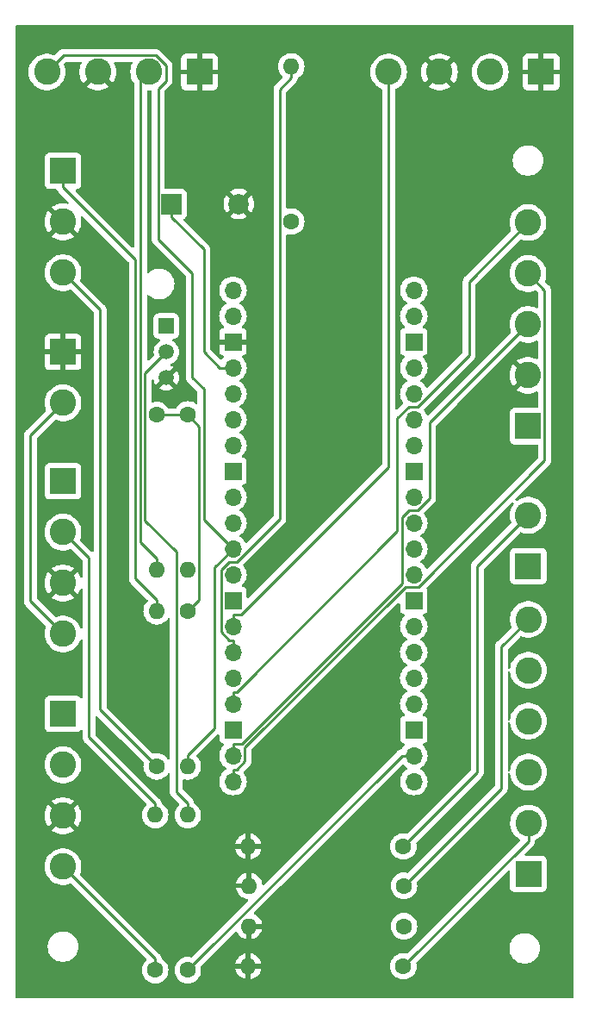
<source format=gbr>
%TF.GenerationSoftware,KiCad,Pcbnew,(7.0.0)*%
%TF.CreationDate,2023-04-02T16:17:38+02:00*%
%TF.ProjectId,W5100S-EVB-Pico-Breakout,57353130-3053-42d4-9556-422d5069636f,rev?*%
%TF.SameCoordinates,Original*%
%TF.FileFunction,Copper,L1,Top*%
%TF.FilePolarity,Positive*%
%FSLAX46Y46*%
G04 Gerber Fmt 4.6, Leading zero omitted, Abs format (unit mm)*
G04 Created by KiCad (PCBNEW (7.0.0)) date 2023-04-02 16:17:38*
%MOMM*%
%LPD*%
G01*
G04 APERTURE LIST*
%TA.AperFunction,ComponentPad*%
%ADD10C,1.600000*%
%TD*%
%TA.AperFunction,ComponentPad*%
%ADD11O,1.600000X1.600000*%
%TD*%
%TA.AperFunction,ComponentPad*%
%ADD12R,2.600000X2.600000*%
%TD*%
%TA.AperFunction,ComponentPad*%
%ADD13C,2.600000*%
%TD*%
%TA.AperFunction,ComponentPad*%
%ADD14O,1.700000X1.700000*%
%TD*%
%TA.AperFunction,ComponentPad*%
%ADD15R,1.700000X1.700000*%
%TD*%
%TA.AperFunction,ComponentPad*%
%ADD16R,2.000000X2.000000*%
%TD*%
%TA.AperFunction,ComponentPad*%
%ADD17C,2.000000*%
%TD*%
%TA.AperFunction,ComponentPad*%
%ADD18R,1.500000X1.500000*%
%TD*%
%TA.AperFunction,ComponentPad*%
%ADD19C,1.500000*%
%TD*%
%TA.AperFunction,Conductor*%
%ADD20C,0.250000*%
%TD*%
G04 APERTURE END LIST*
D10*
%TO.P,R2,1*%
%TO.N,+3.3V*%
X98106500Y-77318900D03*
D11*
%TO.P,R2,2*%
%TO.N,GPIO9*%
X98106499Y-92558899D03*
%TD*%
D12*
%TO.P,Reedswitch_3_en_1,1,Pin_1*%
%TO.N,GND*%
X135915599Y-43625499D03*
D13*
%TO.P,Reedswitch_3_en_1,2,Pin_2*%
%TO.N,GPIO11*%
X130915600Y-43625500D03*
%TO.P,Reedswitch_3_en_1,3,Pin_3*%
%TO.N,GND*%
X125915600Y-43625500D03*
%TO.P,Reedswitch_3_en_1,4,Pin_4*%
%TO.N,GPIO10*%
X120915600Y-43625500D03*
%TD*%
D10*
%TO.P,R5,1*%
%TO.N,+5V*%
X98106500Y-111836600D03*
D11*
%TO.P,R5,2*%
%TO.N,GPIO7*%
X98106499Y-96596599D03*
%TD*%
D14*
%TO.P,U1,1,GPIO0*%
%TO.N,GPIO0*%
X105611099Y-65058899D03*
%TO.P,U1,2,GPIO1*%
%TO.N,GPIO1*%
X105611099Y-67598899D03*
D15*
%TO.P,U1,3,GND*%
%TO.N,GND*%
X105611099Y-70138899D03*
D14*
%TO.P,U1,4,GPIO2*%
%TO.N,GPIO2*%
X105611099Y-72678899D03*
%TO.P,U1,5,GPIO3*%
%TO.N,GPIO3*%
X105611099Y-75218899D03*
%TO.P,U1,6,GPIO4*%
%TO.N,GPIO4*%
X105611099Y-77758899D03*
%TO.P,U1,7,GPIO5*%
%TO.N,GPIO5*%
X105611099Y-80298899D03*
D15*
%TO.P,U1,8,GND*%
%TO.N,unconnected-(U1-GND-Pad8)*%
X105611099Y-82838899D03*
D14*
%TO.P,U1,9,GPIO6*%
%TO.N,GPIO6*%
X105611099Y-85378899D03*
%TO.P,U1,10,GPIO7*%
%TO.N,GPIO7*%
X105611099Y-87918899D03*
%TO.P,U1,11,GPIO8*%
%TO.N,GPIO8*%
X105611099Y-90458899D03*
%TO.P,U1,12,GPIO9*%
%TO.N,GPIO9*%
X105611099Y-92998899D03*
D15*
%TO.P,U1,13,GND*%
%TO.N,unconnected-(U1-GND-Pad13)*%
X105611099Y-95538899D03*
D14*
%TO.P,U1,14,GPIO10*%
%TO.N,GPIO10*%
X105611099Y-98078899D03*
%TO.P,U1,15,GPIO11*%
%TO.N,GPIO11*%
X105611099Y-100618899D03*
%TO.P,U1,16,GPIO12*%
%TO.N,unconnected-(U1-GPIO12-Pad16)*%
X105611099Y-103158899D03*
%TO.P,U1,17,GPIO13*%
%TO.N,GPIO13*%
X105611099Y-105698899D03*
D15*
%TO.P,U1,18,GND*%
%TO.N,unconnected-(U1-GND-Pad18)*%
X105611099Y-108238899D03*
D14*
%TO.P,U1,19,GPIO14*%
%TO.N,GPIO14*%
X105611099Y-110778899D03*
%TO.P,U1,20,GPIO15*%
%TO.N,GPIO15*%
X105611099Y-113318899D03*
%TO.P,U1,21,GPIO16*%
%TO.N,unconnected-(U1-GPIO16-Pad21)*%
X123391099Y-113318899D03*
%TO.P,U1,22,GPIO17*%
%TO.N,GPIO22*%
X123391099Y-110778899D03*
D15*
%TO.P,U1,23,GND*%
%TO.N,unconnected-(U1-GND-Pad23)*%
X123391099Y-108238899D03*
D14*
%TO.P,U1,24,GPIO18*%
%TO.N,unconnected-(U1-GPIO18-Pad24)*%
X123391099Y-105698899D03*
%TO.P,U1,25,GPIO19*%
%TO.N,unconnected-(U1-GPIO19-Pad25)*%
X123391099Y-103158899D03*
%TO.P,U1,26,GPIO20*%
%TO.N,unconnected-(U1-GPIO20-Pad26)*%
X123391099Y-100618899D03*
%TO.P,U1,27,GPIO21*%
%TO.N,unconnected-(U1-GPIO21-Pad27)*%
X123391099Y-98078899D03*
D15*
%TO.P,U1,28,GND*%
%TO.N,unconnected-(U1-GND-Pad28)*%
X123391099Y-95538899D03*
D14*
%TO.P,U1,29,GPIO22*%
%TO.N,unconnected-(U1-GPIO22-Pad29)*%
X123391099Y-92998899D03*
%TO.P,U1,30,RUN*%
%TO.N,unconnected-(U1-RUN-Pad30)*%
X123391099Y-90458899D03*
%TO.P,U1,31,GPIO26_ADC0*%
%TO.N,GPIO26*%
X123391099Y-87918899D03*
%TO.P,U1,32,GPIO27_ADC1*%
%TO.N,unconnected-(U1-GPIO27_ADC1-Pad32)*%
X123391099Y-85378899D03*
D15*
%TO.P,U1,33,AGND*%
%TO.N,unconnected-(U1-AGND-Pad33)*%
X123391099Y-82838899D03*
D14*
%TO.P,U1,34,GPIO28_ADC2*%
%TO.N,unconnected-(U1-GPIO28_ADC2-Pad34)*%
X123391099Y-80298899D03*
%TO.P,U1,35,ADC_VREF*%
%TO.N,unconnected-(U1-ADC_VREF-Pad35)*%
X123391099Y-77758899D03*
%TO.P,U1,36,3V3*%
%TO.N,+3.3V*%
X123391099Y-75218899D03*
%TO.P,U1,37,3V3_EN*%
%TO.N,unconnected-(U1-3V3_EN-Pad37)*%
X123391099Y-72678899D03*
D15*
%TO.P,U1,38,GND*%
%TO.N,unconnected-(U1-GND-Pad38)*%
X123391099Y-70138899D03*
D14*
%TO.P,U1,39,VSYS*%
%TO.N,unconnected-(U1-VSYS-Pad39)*%
X123391099Y-67598899D03*
%TO.P,U1,40,VBUS*%
%TO.N,+5V*%
X123391099Y-65058899D03*
%TD*%
D10*
%TO.P,R9,1*%
%TO.N,+3.3V*%
X97967200Y-131848400D03*
D11*
%TO.P,R9,2*%
%TO.N,GPIO26*%
X97967199Y-116608399D03*
%TD*%
D10*
%TO.P,R3,1*%
%TO.N,+3.3V*%
X101166300Y-77260600D03*
D11*
%TO.P,R3,2*%
%TO.N,GPIO10*%
X101166299Y-92500599D03*
%TD*%
D16*
%TO.P,BZ1,1,-*%
%TO.N,GPIO2*%
X99584599Y-56585489D03*
D17*
%TO.P,BZ1,2,+*%
%TO.N,GND*%
X106184600Y-56585490D03*
%TD*%
D12*
%TO.P,Led4,1,Pin_1*%
%TO.N,GPIO6*%
X134642699Y-92165199D03*
D13*
%TO.P,Led4,2,Pin_2*%
%TO.N,Net-(Led4-Pin_2)*%
X134642700Y-87165200D03*
%TD*%
D18*
%TO.P,Q1,1,C*%
%TO.N,Net-(PIR1-Pin_1)*%
X99059999Y-68579999D03*
D19*
%TO.P,Q1,2,B*%
%TO.N,Net-(Q1-B)*%
X99060000Y-71120000D03*
%TO.P,Q1,3,E*%
%TO.N,GND*%
X99060000Y-73660000D03*
%TD*%
D12*
%TO.P,PIR1,1,Pin_1*%
%TO.N,Net-(PIR1-Pin_1)*%
X88899999Y-83819999D03*
D13*
%TO.P,PIR1,2,Pin_2*%
%TO.N,GPIO26*%
X88900000Y-88820000D03*
%TO.P,PIR1,3,Pin_3*%
%TO.N,GND*%
X88900000Y-93820000D03*
%TO.P,PIR1,4,Pin_4*%
%TO.N,+12V*%
X88900000Y-98820000D03*
%TD*%
D12*
%TO.P,NPM_Sensor1,1,Pin_1*%
%TO.N,GPIO7*%
X88899999Y-53339999D03*
D13*
%TO.P,NPM_Sensor1,2,Pin_2*%
%TO.N,GND*%
X88900000Y-58340000D03*
%TO.P,NPM_Sensor1,3,Pin_3*%
%TO.N,+5V*%
X88900000Y-63340000D03*
%TD*%
D10*
%TO.P,R1,1*%
%TO.N,+3.3V*%
X101166300Y-96596600D03*
D11*
%TO.P,R1,2*%
%TO.N,GPIO8*%
X101166299Y-111836599D03*
%TD*%
D10*
%TO.P,R4,1*%
%TO.N,+3.3V*%
X111349100Y-58311200D03*
D11*
%TO.P,R4,2*%
%TO.N,GPIO11*%
X111349099Y-43071199D03*
%TD*%
D12*
%TO.P,Temperatuur_BME1,1,Pin_1*%
%TO.N,GPIO1*%
X88899999Y-106679999D03*
D13*
%TO.P,Temperatuur_BME1,2,Pin_2*%
%TO.N,GPIO0*%
X88900000Y-111680000D03*
%TO.P,Temperatuur_BME1,3,Pin_3*%
%TO.N,GND*%
X88900000Y-116680000D03*
%TO.P,Temperatuur_BME1,4,Pin_4*%
%TO.N,+3.3V*%
X88900000Y-121680000D03*
%TD*%
D10*
%TO.P,R10,1*%
%TO.N,GPIO22*%
X101166300Y-131848400D03*
D11*
%TO.P,R10,2*%
%TO.N,Net-(Q1-B)*%
X101166299Y-116608399D03*
%TD*%
D10*
%TO.P,R6,1*%
%TO.N,Net-(J1-Pin_2)*%
X122364800Y-131466300D03*
D11*
%TO.P,R6,2*%
%TO.N,GND*%
X107124799Y-131466299D03*
%TD*%
D12*
%TO.P,12V_voeding_in1,1,Pin_1*%
%TO.N,GND*%
X88899999Y-71119999D03*
D13*
%TO.P,12V_voeding_in1,2,Pin_2*%
%TO.N,+12V*%
X88900000Y-76120000D03*
%TD*%
D12*
%TO.P,J1,1,Pin_1*%
%TO.N,GPIO3*%
X134658599Y-122396699D03*
D13*
%TO.P,J1,2,Pin_2*%
%TO.N,Net-(J1-Pin_2)*%
X134658600Y-117396700D03*
%TO.P,J1,3,Pin_3*%
%TO.N,GPIO4*%
X134658600Y-112396700D03*
%TO.P,J1,4,Pin_4*%
%TO.N,Net-(J1-Pin_4)*%
X134658600Y-107396700D03*
%TO.P,J1,5,Pin_5*%
%TO.N,GPIO5*%
X134658600Y-102396700D03*
%TO.P,J1,6,Pin_6*%
%TO.N,Net-(J1-Pin_6)*%
X134658600Y-97396700D03*
%TD*%
D12*
%TO.P,NFC_Reader1,1,Pin_1*%
%TO.N,+5V*%
X134619999Y-78419999D03*
D13*
%TO.P,NFC_Reader1,2,Pin_2*%
%TO.N,GND*%
X134620000Y-73420000D03*
%TO.P,NFC_Reader1,3,Pin_3*%
%TO.N,GPIO14*%
X134620000Y-68420000D03*
%TO.P,NFC_Reader1,4,Pin_4*%
%TO.N,GPIO15*%
X134620000Y-63420000D03*
%TO.P,NFC_Reader1,5,Pin_5*%
%TO.N,GPIO13*%
X134620000Y-58420000D03*
%TD*%
D10*
%TO.P,R11,1*%
%TO.N,Net-(Led4-Pin_2)*%
X122364800Y-119693700D03*
D11*
%TO.P,R11,2*%
%TO.N,GND*%
X107124799Y-119693699D03*
%TD*%
D10*
%TO.P,R8,1*%
%TO.N,Net-(J1-Pin_6)*%
X122430200Y-123552500D03*
D11*
%TO.P,R8,2*%
%TO.N,GND*%
X107190199Y-123552499D03*
%TD*%
D10*
%TO.P,R7,1*%
%TO.N,Net-(J1-Pin_4)*%
X122430200Y-127542100D03*
D11*
%TO.P,R7,2*%
%TO.N,GND*%
X107190199Y-127542099D03*
%TD*%
D12*
%TO.P,Reedswitch_1_en_1,1,Pin_1*%
%TO.N,GND*%
X102323899Y-43625499D03*
D13*
%TO.P,Reedswitch_1_en_1,2,Pin_2*%
%TO.N,GPIO9*%
X97323900Y-43625500D03*
%TO.P,Reedswitch_1_en_1,3,Pin_3*%
%TO.N,GND*%
X92323900Y-43625500D03*
%TO.P,Reedswitch_1_en_1,4,Pin_4*%
%TO.N,GPIO8*%
X87323900Y-43625500D03*
%TD*%
D20*
%TO.N,+3.3V*%
X102304900Y-78457500D02*
X102304900Y-95458000D01*
X101166300Y-77318900D02*
X102304900Y-78457500D01*
X102304900Y-95458000D02*
X101166300Y-96596600D01*
X88900000Y-121680000D02*
X97967200Y-130747200D01*
X97967200Y-130747200D02*
X97967200Y-131848400D01*
X101166300Y-77318900D02*
X101166300Y-77260600D01*
X101166300Y-77318900D02*
X98106500Y-77318900D01*
%TO.N,GPIO10*%
X105611100Y-98078900D02*
X105611100Y-96903600D01*
X106419100Y-96903600D02*
X105611100Y-96903600D01*
X120915600Y-82407100D02*
X106419100Y-96903600D01*
X120915600Y-43625500D02*
X120915600Y-82407100D01*
%TO.N,GPIO2*%
X102740003Y-71120000D02*
X104298903Y-72678900D01*
X102740003Y-61066203D02*
X102740003Y-71120000D01*
X99584600Y-57910800D02*
X102740003Y-61066203D01*
X104298903Y-72678900D02*
X105611100Y-72678900D01*
X99584600Y-56585500D02*
X99584600Y-57910800D01*
%TO.N,GPIO26*%
X88900000Y-88820000D02*
X91457000Y-91377000D01*
X97967200Y-116608400D02*
X97967200Y-115483100D01*
X91457000Y-108972900D02*
X97967200Y-115483100D01*
X91457000Y-91377000D02*
X91457000Y-108972900D01*
%TO.N,+5V*%
X92545200Y-66985200D02*
X92545200Y-106275300D01*
X88900000Y-63340000D02*
X92545200Y-66985200D01*
X92545200Y-106275300D02*
X98106500Y-111836600D01*
%TO.N,GPIO7*%
X96004100Y-62069400D02*
X96004100Y-93368900D01*
X88900000Y-53340000D02*
X88900000Y-54965300D01*
X96004100Y-93368900D02*
X98106500Y-95471300D01*
X98106500Y-96596600D02*
X98106500Y-95471300D01*
X88900000Y-54965300D02*
X96004100Y-62069400D01*
%TO.N,GPIO8*%
X103779600Y-108098000D02*
X103779600Y-92290400D01*
X103779600Y-92290400D02*
X105611100Y-90458900D01*
X87323900Y-43625500D02*
X88954900Y-41994500D01*
X88954900Y-41994500D02*
X97994400Y-41994500D01*
X97994400Y-41994500D02*
X99025500Y-43025600D01*
X101600000Y-63402100D02*
X101600000Y-73611654D01*
X98259200Y-45250900D02*
X98259200Y-60061300D01*
X98259200Y-60061300D02*
X101600000Y-63402100D01*
X99025500Y-43025600D02*
X99025500Y-44484600D01*
X101166300Y-111836600D02*
X101166300Y-110711300D01*
X99025500Y-44484600D02*
X98259200Y-45250900D01*
X101166300Y-110711300D02*
X103779600Y-108098000D01*
X102754900Y-87602700D02*
X105611100Y-90458900D01*
X102754900Y-74766554D02*
X102754900Y-87602700D01*
X101600000Y-73611654D02*
X102754900Y-74766554D01*
%TO.N,GPIO9*%
X96520300Y-89847400D02*
X98106500Y-91433600D01*
X96520300Y-44429100D02*
X96520300Y-89847400D01*
X97323900Y-43625500D02*
X96520300Y-44429100D01*
X98106500Y-92558900D02*
X98106500Y-91433600D01*
%TO.N,GPIO13*%
X105978400Y-104523600D02*
X105611100Y-104523600D01*
X105611100Y-105698900D02*
X105611100Y-104523600D01*
X134620000Y-58420000D02*
X128835100Y-64204900D01*
X128835100Y-71439100D02*
X123785300Y-76488900D01*
X122902300Y-76488900D02*
X121765300Y-77625900D01*
X121765300Y-88736700D02*
X105978400Y-104523600D01*
X121765300Y-77625900D02*
X121765300Y-88736700D01*
X123785300Y-76488900D02*
X122902300Y-76488900D01*
X128835100Y-64204900D02*
X128835100Y-71439100D01*
%TO.N,GPIO14*%
X124960100Y-78079900D02*
X124960100Y-85472400D01*
X106485500Y-109603600D02*
X105611100Y-109603600D01*
X134620000Y-68420000D02*
X124960100Y-78079900D01*
X122215700Y-93873400D02*
X106485500Y-109603600D01*
X122934800Y-86648900D02*
X122215700Y-87368000D01*
X105611100Y-110778900D02*
X105611100Y-109603600D01*
X124960100Y-85472400D02*
X123783600Y-86648900D01*
X122215700Y-87368000D02*
X122215700Y-93873400D01*
X123783600Y-86648900D02*
X122934800Y-86648900D01*
%TO.N,GPIO15*%
X136248500Y-81803800D02*
X123855400Y-94196900D01*
X105611100Y-113318900D02*
X105611100Y-112143600D01*
X134620000Y-63420000D02*
X136248500Y-65048500D01*
X123855400Y-94196900D02*
X122549700Y-94196900D01*
X106786400Y-111335700D02*
X105978500Y-112143600D01*
X106786400Y-109960200D02*
X106786400Y-111335700D01*
X136248500Y-65048500D02*
X136248500Y-81803800D01*
X105978500Y-112143600D02*
X105611100Y-112143600D01*
X122549700Y-94196900D02*
X106786400Y-109960200D01*
%TO.N,Net-(Led4-Pin_2)*%
X129624900Y-112433600D02*
X122364800Y-119693700D01*
X129624900Y-92183000D02*
X129624900Y-112433600D01*
X134642700Y-87165200D02*
X129624900Y-92183000D01*
%TO.N,GPIO11*%
X110223800Y-45321800D02*
X110223800Y-87510400D01*
X106005300Y-91728900D02*
X105218800Y-91728900D01*
X110223800Y-87510400D02*
X106005300Y-91728900D01*
X105218800Y-91728900D02*
X104435800Y-92511900D01*
X105611100Y-100618900D02*
X105611100Y-99443600D01*
X105243700Y-99443600D02*
X105611100Y-99443600D01*
X111349100Y-43071200D02*
X111349100Y-44196500D01*
X104435800Y-98635700D02*
X105243700Y-99443600D01*
X104435800Y-92511900D02*
X104435800Y-98635700D01*
X111349100Y-44196500D02*
X110223800Y-45321800D01*
%TO.N,+12V*%
X88900000Y-76120000D02*
X85691099Y-79328901D01*
X85691099Y-95611099D02*
X88900000Y-98820000D01*
X85691099Y-79328901D02*
X85691099Y-95611099D01*
%TO.N,Net-(Q1-B)*%
X100041000Y-90763600D02*
X100041000Y-114357800D01*
X99060000Y-71120000D02*
X96970700Y-73209300D01*
X96970700Y-87693300D02*
X100041000Y-90763600D01*
X100041000Y-114357800D02*
X101166300Y-115483100D01*
X101166300Y-116608400D02*
X101166300Y-115483100D01*
X96970700Y-73209300D02*
X96970700Y-87693300D01*
%TO.N,GPIO22*%
X101166300Y-131848400D02*
X122215800Y-110798900D01*
X123391100Y-110778900D02*
X122215800Y-110778900D01*
X122215800Y-110798900D02*
X122215800Y-110778900D01*
%TO.N,Net-(J1-Pin_6)*%
X131996000Y-113986700D02*
X131996000Y-100059300D01*
X131996000Y-100059300D02*
X134658600Y-97396700D01*
X122430200Y-123552500D02*
X131996000Y-113986700D01*
%TO.N,Net-(J1-Pin_2)*%
X134658600Y-119172500D02*
X134658600Y-117396700D01*
X122364800Y-131466300D02*
X134658600Y-119172500D01*
%TD*%
%TA.AperFunction,Conductor*%
%TO.N,GND*%
G36*
X135564972Y-70027736D02*
G01*
X135607528Y-70072749D01*
X135623000Y-70132730D01*
X135623000Y-71707825D01*
X135607528Y-71767806D01*
X135564972Y-71812819D01*
X135505953Y-71831630D01*
X135445199Y-71819545D01*
X135283638Y-71741742D01*
X135275027Y-71738362D01*
X135026091Y-71661575D01*
X135017075Y-71659517D01*
X134759476Y-71620691D01*
X134750254Y-71620000D01*
X134489746Y-71620000D01*
X134480523Y-71620691D01*
X134222924Y-71659517D01*
X134213908Y-71661575D01*
X133964973Y-71738361D01*
X133956362Y-71741741D01*
X133721660Y-71854768D01*
X133713639Y-71859399D01*
X133546151Y-71973590D01*
X133538603Y-71981648D01*
X133544519Y-71990966D01*
X134885871Y-73332318D01*
X134917965Y-73387905D01*
X134917965Y-73452093D01*
X134885871Y-73507680D01*
X133544521Y-74849030D01*
X133538604Y-74858350D01*
X133546150Y-74866408D01*
X133713641Y-74980601D01*
X133721662Y-74985232D01*
X133956362Y-75098258D01*
X133964973Y-75101638D01*
X134213908Y-75178424D01*
X134222924Y-75180482D01*
X134480523Y-75219308D01*
X134489746Y-75220000D01*
X134750254Y-75220000D01*
X134759476Y-75219308D01*
X135017075Y-75180482D01*
X135026091Y-75178424D01*
X135275027Y-75101637D01*
X135283638Y-75098257D01*
X135445199Y-75020455D01*
X135505953Y-75008370D01*
X135564972Y-75027181D01*
X135607528Y-75072194D01*
X135623000Y-75132175D01*
X135623000Y-76495500D01*
X135606387Y-76557500D01*
X135561000Y-76602887D01*
X135499000Y-76619500D01*
X133275439Y-76619500D01*
X133275420Y-76619500D01*
X133272128Y-76619501D01*
X133268850Y-76619853D01*
X133268838Y-76619854D01*
X133220231Y-76625079D01*
X133220225Y-76625080D01*
X133212517Y-76625909D01*
X133205252Y-76628618D01*
X133205246Y-76628620D01*
X133085980Y-76673104D01*
X133085978Y-76673104D01*
X133077669Y-76676204D01*
X133070572Y-76681516D01*
X133070568Y-76681519D01*
X132969550Y-76757141D01*
X132969546Y-76757144D01*
X132962454Y-76762454D01*
X132957144Y-76769546D01*
X132957141Y-76769550D01*
X132881519Y-76870568D01*
X132881516Y-76870572D01*
X132876204Y-76877669D01*
X132873104Y-76885978D01*
X132873104Y-76885980D01*
X132828620Y-77005247D01*
X132828619Y-77005250D01*
X132825909Y-77012517D01*
X132825079Y-77020227D01*
X132825079Y-77020232D01*
X132819855Y-77068819D01*
X132819854Y-77068831D01*
X132819500Y-77072127D01*
X132819500Y-77075448D01*
X132819500Y-77075449D01*
X132819500Y-79764560D01*
X132819500Y-79764578D01*
X132819501Y-79767872D01*
X132819853Y-79771150D01*
X132819854Y-79771161D01*
X132825079Y-79819768D01*
X132825080Y-79819773D01*
X132825909Y-79827483D01*
X132828619Y-79834749D01*
X132828620Y-79834753D01*
X132828801Y-79835237D01*
X132876204Y-79962331D01*
X132962454Y-80077546D01*
X133077669Y-80163796D01*
X133212517Y-80214091D01*
X133272127Y-80220500D01*
X135499000Y-80220499D01*
X135561000Y-80237112D01*
X135606387Y-80282499D01*
X135623000Y-80344499D01*
X135623000Y-81493348D01*
X135613561Y-81540801D01*
X135586681Y-81581029D01*
X124779878Y-92387829D01*
X124729484Y-92418409D01*
X124670664Y-92422264D01*
X124616710Y-92398523D01*
X124579816Y-92352554D01*
X124565135Y-92321071D01*
X124429595Y-92127499D01*
X124262501Y-91960405D01*
X124258068Y-91957301D01*
X124258061Y-91957295D01*
X124076942Y-91830475D01*
X124038076Y-91786157D01*
X124024065Y-91728900D01*
X124038076Y-91671643D01*
X124076942Y-91627325D01*
X124258061Y-91500504D01*
X124258061Y-91500503D01*
X124262501Y-91497395D01*
X124429595Y-91330301D01*
X124565135Y-91136730D01*
X124665003Y-90922563D01*
X124726163Y-90694308D01*
X124746759Y-90458900D01*
X124726163Y-90223492D01*
X124665003Y-89995237D01*
X124565135Y-89781071D01*
X124429595Y-89587499D01*
X124262501Y-89420405D01*
X124258070Y-89417302D01*
X124258066Y-89417299D01*
X124076941Y-89290474D01*
X124038076Y-89246156D01*
X124024065Y-89188899D01*
X124038076Y-89131642D01*
X124076939Y-89087326D01*
X124262501Y-88957395D01*
X124429595Y-88790301D01*
X124565135Y-88596730D01*
X124665003Y-88382563D01*
X124726163Y-88154308D01*
X124746759Y-87918900D01*
X124726163Y-87683492D01*
X124665003Y-87455237D01*
X124565135Y-87241071D01*
X124429595Y-87047499D01*
X124428658Y-87046562D01*
X124402844Y-86993241D01*
X124405493Y-86932603D01*
X124436600Y-86880489D01*
X125347411Y-85969678D01*
X125355581Y-85962244D01*
X125361977Y-85958186D01*
X125408018Y-85909156D01*
X125410635Y-85906454D01*
X125430220Y-85886871D01*
X125432685Y-85883692D01*
X125440267Y-85874816D01*
X125470162Y-85842982D01*
X125479813Y-85825423D01*
X125490490Y-85809170D01*
X125502773Y-85793336D01*
X125518616Y-85756724D01*
X125520118Y-85753252D01*
X125525251Y-85742771D01*
X125546297Y-85704492D01*
X125551279Y-85685084D01*
X125557582Y-85666676D01*
X125565537Y-85648296D01*
X125572371Y-85605144D01*
X125574733Y-85593738D01*
X125585600Y-85551419D01*
X125585600Y-85531383D01*
X125587127Y-85511985D01*
X125589039Y-85499913D01*
X125589038Y-85499913D01*
X125590260Y-85492204D01*
X125586150Y-85448724D01*
X125585600Y-85437055D01*
X125585600Y-78390352D01*
X125595039Y-78342899D01*
X125621919Y-78302671D01*
X127667195Y-76257395D01*
X130499959Y-73424630D01*
X132815300Y-73424630D01*
X132834767Y-73684399D01*
X132836146Y-73693552D01*
X132894111Y-73947515D01*
X132896844Y-73956375D01*
X132992011Y-74198856D01*
X132996030Y-74207202D01*
X133126278Y-74432798D01*
X133131496Y-74440450D01*
X133171379Y-74490462D01*
X133182615Y-74498435D01*
X133194674Y-74491771D01*
X134254904Y-73431542D01*
X134261568Y-73420000D01*
X134254904Y-73408457D01*
X133194674Y-72348227D01*
X133182615Y-72341562D01*
X133171380Y-72349534D01*
X133131488Y-72399558D01*
X133126282Y-72407195D01*
X132996030Y-72632797D01*
X132992011Y-72641143D01*
X132896844Y-72883624D01*
X132894111Y-72892484D01*
X132836146Y-73146447D01*
X132834767Y-73155600D01*
X132815300Y-73415370D01*
X132815300Y-73424630D01*
X130499959Y-73424630D01*
X133806010Y-70118578D01*
X133848387Y-70090833D01*
X133898326Y-70082348D01*
X133947490Y-70094540D01*
X133960359Y-70100738D01*
X133964787Y-70102103D01*
X133964790Y-70102105D01*
X134089293Y-70140508D01*
X134218228Y-70180280D01*
X134485071Y-70220500D01*
X134750292Y-70220500D01*
X134754929Y-70220500D01*
X135021772Y-70180280D01*
X135279641Y-70100738D01*
X135445198Y-70021009D01*
X135505953Y-70008925D01*
X135564972Y-70027736D01*
G37*
%TD.AperFunction*%
%TA.AperFunction,Conductor*%
G36*
X97544028Y-45424579D02*
G01*
X97590584Y-45449745D01*
X97622407Y-45492030D01*
X97633700Y-45543733D01*
X97633700Y-59983525D01*
X97633178Y-59994580D01*
X97631527Y-60001967D01*
X97631771Y-60009753D01*
X97631771Y-60009761D01*
X97633639Y-60069173D01*
X97633700Y-60073068D01*
X97633700Y-60100650D01*
X97634188Y-60104519D01*
X97634189Y-60104525D01*
X97634204Y-60104643D01*
X97635118Y-60116266D01*
X97636245Y-60152130D01*
X97636246Y-60152137D01*
X97636491Y-60159927D01*
X97638667Y-60167419D01*
X97638668Y-60167421D01*
X97642079Y-60179162D01*
X97646025Y-60198215D01*
X97648536Y-60218092D01*
X97651406Y-60225342D01*
X97651408Y-60225348D01*
X97664614Y-60258704D01*
X97668397Y-60269751D01*
X97680582Y-60311690D01*
X97684553Y-60318405D01*
X97684554Y-60318407D01*
X97690781Y-60328937D01*
X97699336Y-60346399D01*
X97703842Y-60357780D01*
X97703843Y-60357783D01*
X97706714Y-60365032D01*
X97728640Y-60395212D01*
X97732381Y-60400360D01*
X97738793Y-60410122D01*
X97757056Y-60441002D01*
X97757059Y-60441007D01*
X97761030Y-60447720D01*
X97766545Y-60453234D01*
X97766545Y-60453235D01*
X97775190Y-60461880D01*
X97787826Y-60476674D01*
X97795019Y-60486575D01*
X97795023Y-60486579D01*
X97799606Y-60492887D01*
X97805615Y-60497858D01*
X97805616Y-60497859D01*
X97833258Y-60520726D01*
X97841899Y-60528589D01*
X100938181Y-63624871D01*
X100965061Y-63665099D01*
X100974500Y-63712552D01*
X100974500Y-73533879D01*
X100973978Y-73544934D01*
X100972327Y-73552321D01*
X100972571Y-73560107D01*
X100972571Y-73560115D01*
X100974439Y-73619527D01*
X100974500Y-73623422D01*
X100974500Y-73651004D01*
X100974988Y-73654873D01*
X100974989Y-73654879D01*
X100975004Y-73654997D01*
X100975918Y-73666620D01*
X100977045Y-73702484D01*
X100977046Y-73702491D01*
X100977291Y-73710281D01*
X100979467Y-73717773D01*
X100979468Y-73717775D01*
X100982879Y-73729516D01*
X100986825Y-73748569D01*
X100989336Y-73768446D01*
X100992206Y-73775696D01*
X100992208Y-73775702D01*
X101005414Y-73809058D01*
X101009197Y-73820105D01*
X101021382Y-73862044D01*
X101025353Y-73868759D01*
X101025354Y-73868761D01*
X101031581Y-73879291D01*
X101040136Y-73896753D01*
X101044642Y-73908134D01*
X101044643Y-73908137D01*
X101047514Y-73915386D01*
X101062806Y-73936434D01*
X101073181Y-73950714D01*
X101079593Y-73960476D01*
X101097856Y-73991356D01*
X101097859Y-73991361D01*
X101101830Y-73998074D01*
X101107345Y-74003589D01*
X101115990Y-74012234D01*
X101128626Y-74027028D01*
X101135819Y-74036929D01*
X101135823Y-74036933D01*
X101140406Y-74043241D01*
X101146415Y-74048212D01*
X101146416Y-74048213D01*
X101174058Y-74071080D01*
X101182699Y-74078943D01*
X102093081Y-74989326D01*
X102119961Y-75029554D01*
X102129400Y-75077007D01*
X102129400Y-76109150D01*
X102111409Y-76173478D01*
X102062657Y-76219139D01*
X101997291Y-76232885D01*
X101934277Y-76210725D01*
X101823473Y-76133140D01*
X101823471Y-76133139D01*
X101819034Y-76130032D01*
X101638899Y-76046033D01*
X101617705Y-76036150D01*
X101617703Y-76036149D01*
X101612796Y-76033861D01*
X101607571Y-76032461D01*
X101607563Y-76032458D01*
X101398216Y-75976364D01*
X101398207Y-75976362D01*
X101392992Y-75974965D01*
X101387604Y-75974493D01*
X101387601Y-75974493D01*
X101171695Y-75955604D01*
X101166300Y-75955132D01*
X101160905Y-75955604D01*
X100944998Y-75974493D01*
X100944993Y-75974493D01*
X100939608Y-75974965D01*
X100934394Y-75976362D01*
X100934383Y-75976364D01*
X100725036Y-76032458D01*
X100725024Y-76032462D01*
X100719804Y-76033861D01*
X100714899Y-76036147D01*
X100714894Y-76036150D01*
X100518476Y-76127742D01*
X100518472Y-76127744D01*
X100513566Y-76130032D01*
X100509133Y-76133135D01*
X100509126Y-76133140D01*
X100331596Y-76257447D01*
X100331591Y-76257450D01*
X100327161Y-76260553D01*
X100323337Y-76264376D01*
X100323331Y-76264382D01*
X100170082Y-76417631D01*
X100170076Y-76417637D01*
X100166253Y-76421461D01*
X100163150Y-76425891D01*
X100163147Y-76425896D01*
X100070998Y-76557500D01*
X100035732Y-76607866D01*
X100033445Y-76612769D01*
X100033444Y-76612772D01*
X100029234Y-76621802D01*
X99983477Y-76673980D01*
X99916851Y-76693400D01*
X99320688Y-76693400D01*
X99263431Y-76679389D01*
X99219113Y-76640523D01*
X99160980Y-76557500D01*
X99106547Y-76479761D01*
X98945639Y-76318853D01*
X98822863Y-76232885D01*
X98763673Y-76191440D01*
X98763671Y-76191439D01*
X98759234Y-76188332D01*
X98622628Y-76124631D01*
X98557905Y-76094450D01*
X98557903Y-76094449D01*
X98552996Y-76092161D01*
X98547771Y-76090761D01*
X98547763Y-76090758D01*
X98338416Y-76034664D01*
X98338407Y-76034662D01*
X98333192Y-76033265D01*
X98327804Y-76032793D01*
X98327801Y-76032793D01*
X98111895Y-76013904D01*
X98106500Y-76013432D01*
X98101105Y-76013904D01*
X97885198Y-76032793D01*
X97885193Y-76032793D01*
X97879808Y-76033265D01*
X97874585Y-76034664D01*
X97874582Y-76034665D01*
X97752293Y-76067432D01*
X97696008Y-76069274D01*
X97644713Y-76046033D01*
X97608988Y-76002501D01*
X97596200Y-75947657D01*
X97596200Y-74702802D01*
X98374117Y-74702802D01*
X98381550Y-74710913D01*
X98428172Y-74743558D01*
X98437522Y-74748956D01*
X98625932Y-74836813D01*
X98636074Y-74840505D01*
X98836886Y-74894311D01*
X98847501Y-74896183D01*
X99054605Y-74914303D01*
X99065395Y-74914303D01*
X99272498Y-74896183D01*
X99283113Y-74894311D01*
X99483925Y-74840505D01*
X99494067Y-74836813D01*
X99682485Y-74748953D01*
X99691817Y-74743565D01*
X99738450Y-74710912D01*
X99745881Y-74702803D01*
X99739967Y-74693520D01*
X99071542Y-74025095D01*
X99059999Y-74018431D01*
X99048457Y-74025095D01*
X98380028Y-74693523D01*
X98374117Y-74702802D01*
X97596200Y-74702802D01*
X97596200Y-73968527D01*
X97610211Y-73911270D01*
X97649077Y-73866952D01*
X97704015Y-73845588D01*
X97762611Y-73852005D01*
X97811623Y-73884754D01*
X97839975Y-73936434D01*
X97879494Y-74083925D01*
X97883186Y-74094067D01*
X97971043Y-74282477D01*
X97976441Y-74291827D01*
X98009084Y-74338447D01*
X98017197Y-74345881D01*
X98026475Y-74339970D01*
X98706446Y-73660000D01*
X99418431Y-73660000D01*
X99425095Y-73671542D01*
X100093520Y-74339967D01*
X100102803Y-74345881D01*
X100110912Y-74338450D01*
X100143565Y-74291817D01*
X100148953Y-74282485D01*
X100236813Y-74094067D01*
X100240505Y-74083925D01*
X100294311Y-73883113D01*
X100296183Y-73872498D01*
X100314303Y-73665395D01*
X100314303Y-73654605D01*
X100296183Y-73447501D01*
X100294311Y-73436886D01*
X100240505Y-73236074D01*
X100236813Y-73225932D01*
X100148955Y-73037520D01*
X100143559Y-73028175D01*
X100110913Y-72981552D01*
X100102801Y-72974119D01*
X100093519Y-72980032D01*
X99425095Y-73648457D01*
X99418431Y-73660000D01*
X98706446Y-73660000D01*
X99060000Y-73306447D01*
X99739970Y-72626475D01*
X99745881Y-72617197D01*
X99738447Y-72609084D01*
X99691827Y-72576441D01*
X99682473Y-72571040D01*
X99535825Y-72502658D01*
X99483649Y-72456901D01*
X99464229Y-72390276D01*
X99483649Y-72323651D01*
X99535825Y-72277894D01*
X99682732Y-72209390D01*
X99682730Y-72209390D01*
X99687639Y-72207102D01*
X99866877Y-72081598D01*
X100021598Y-71926877D01*
X100147102Y-71747639D01*
X100239575Y-71549330D01*
X100296207Y-71337977D01*
X100315277Y-71120000D01*
X100296207Y-70902023D01*
X100287626Y-70870000D01*
X100271428Y-70809547D01*
X100239575Y-70690670D01*
X100147102Y-70492362D01*
X100021598Y-70313123D01*
X99866877Y-70158402D01*
X99862444Y-70155298D01*
X99862437Y-70155292D01*
X99720738Y-70056074D01*
X99680411Y-70008857D01*
X99668031Y-69948009D01*
X99686703Y-69888789D01*
X99731745Y-69846046D01*
X99791860Y-69830499D01*
X99857872Y-69830499D01*
X99917483Y-69824091D01*
X100052331Y-69773796D01*
X100167546Y-69687546D01*
X100253796Y-69572331D01*
X100304091Y-69437483D01*
X100310500Y-69377873D01*
X100310499Y-67782128D01*
X100304091Y-67722517D01*
X100253796Y-67587669D01*
X100167546Y-67472454D01*
X100052331Y-67386204D01*
X99917483Y-67335909D01*
X99909770Y-67335079D01*
X99909767Y-67335079D01*
X99861180Y-67329855D01*
X99861169Y-67329854D01*
X99857873Y-67329500D01*
X99854550Y-67329500D01*
X98265439Y-67329500D01*
X98265420Y-67329500D01*
X98262128Y-67329501D01*
X98258850Y-67329853D01*
X98258838Y-67329854D01*
X98210231Y-67335079D01*
X98210225Y-67335080D01*
X98202517Y-67335909D01*
X98195252Y-67338618D01*
X98195246Y-67338620D01*
X98075980Y-67383104D01*
X98075978Y-67383104D01*
X98067669Y-67386204D01*
X98060572Y-67391516D01*
X98060568Y-67391519D01*
X97959550Y-67467141D01*
X97959546Y-67467144D01*
X97952454Y-67472454D01*
X97947144Y-67479546D01*
X97947141Y-67479550D01*
X97871519Y-67580568D01*
X97871516Y-67580572D01*
X97866204Y-67587669D01*
X97863104Y-67595978D01*
X97863104Y-67595980D01*
X97818620Y-67715247D01*
X97818619Y-67715250D01*
X97815909Y-67722517D01*
X97815079Y-67730227D01*
X97815079Y-67730232D01*
X97809855Y-67778819D01*
X97809854Y-67778831D01*
X97809500Y-67782127D01*
X97809500Y-67785448D01*
X97809500Y-67785449D01*
X97809500Y-69374560D01*
X97809500Y-69374578D01*
X97809501Y-69377872D01*
X97809853Y-69381150D01*
X97809854Y-69381161D01*
X97815079Y-69429768D01*
X97815080Y-69429773D01*
X97815909Y-69437483D01*
X97818619Y-69444749D01*
X97818620Y-69444753D01*
X97823374Y-69457498D01*
X97866204Y-69572331D01*
X97952454Y-69687546D01*
X98067669Y-69773796D01*
X98202517Y-69824091D01*
X98262127Y-69830500D01*
X98328139Y-69830499D01*
X98388253Y-69846045D01*
X98433295Y-69888788D01*
X98451968Y-69948008D01*
X98439589Y-70008856D01*
X98399262Y-70056074D01*
X98257553Y-70155300D01*
X98253123Y-70158402D01*
X98249299Y-70162225D01*
X98249293Y-70162231D01*
X98102231Y-70309293D01*
X98102225Y-70309299D01*
X98098402Y-70313123D01*
X98095299Y-70317553D01*
X98095296Y-70317558D01*
X97976006Y-70487922D01*
X97976001Y-70487929D01*
X97972898Y-70492362D01*
X97970610Y-70497268D01*
X97970608Y-70497272D01*
X97882712Y-70685763D01*
X97882707Y-70685774D01*
X97880425Y-70690670D01*
X97879025Y-70695892D01*
X97879024Y-70695897D01*
X97825194Y-70896790D01*
X97825191Y-70896802D01*
X97823793Y-70902023D01*
X97823321Y-70907412D01*
X97823320Y-70907421D01*
X97811715Y-71040080D01*
X97804723Y-71120000D01*
X97805195Y-71125395D01*
X97823320Y-71332578D01*
X97823321Y-71332585D01*
X97823793Y-71337977D01*
X97825192Y-71343201D01*
X97825196Y-71343219D01*
X97833504Y-71374225D01*
X97833504Y-71438411D01*
X97801410Y-71493997D01*
X97357481Y-71937928D01*
X97308118Y-71968178D01*
X97250402Y-71972720D01*
X97196915Y-71950565D01*
X97159315Y-71906542D01*
X97145800Y-71850247D01*
X97145800Y-65661497D01*
X97164612Y-65595835D01*
X97215340Y-65550096D01*
X97282592Y-65538159D01*
X97345960Y-65563642D01*
X97531227Y-65707842D01*
X97749926Y-65826196D01*
X97985122Y-65906939D01*
X98230401Y-65947868D01*
X98473937Y-65947868D01*
X98479071Y-65947868D01*
X98724350Y-65906939D01*
X98959546Y-65826196D01*
X99178245Y-65707842D01*
X99374480Y-65555106D01*
X99542900Y-65372153D01*
X99678909Y-65163975D01*
X99778799Y-64936249D01*
X99839844Y-64695189D01*
X99860379Y-64447368D01*
X99839844Y-64199547D01*
X99778799Y-63958487D01*
X99678909Y-63730761D01*
X99674385Y-63723837D01*
X99596404Y-63604477D01*
X99542900Y-63522583D01*
X99374480Y-63339630D01*
X99178245Y-63186894D01*
X99120275Y-63155522D01*
X98964052Y-63070978D01*
X98964046Y-63070975D01*
X98959546Y-63068540D01*
X98954705Y-63066878D01*
X98954698Y-63066875D01*
X98729201Y-62989462D01*
X98729197Y-62989461D01*
X98724350Y-62987797D01*
X98715504Y-62986320D01*
X98484134Y-62947712D01*
X98484123Y-62947711D01*
X98479071Y-62946868D01*
X98230401Y-62946868D01*
X98225349Y-62947711D01*
X98225337Y-62947712D01*
X97990179Y-62986953D01*
X97990177Y-62986953D01*
X97985122Y-62987797D01*
X97980277Y-62989460D01*
X97980270Y-62989462D01*
X97754773Y-63066875D01*
X97754762Y-63066879D01*
X97749926Y-63068540D01*
X97745429Y-63070973D01*
X97745419Y-63070978D01*
X97535738Y-63184452D01*
X97535731Y-63184456D01*
X97531227Y-63186894D01*
X97345960Y-63331093D01*
X97282592Y-63356577D01*
X97215340Y-63344640D01*
X97164612Y-63298901D01*
X97145800Y-63233239D01*
X97145800Y-45550000D01*
X97162413Y-45488000D01*
X97207800Y-45442613D01*
X97269800Y-45426000D01*
X97454192Y-45426000D01*
X97458829Y-45426000D01*
X97491219Y-45421118D01*
X97544028Y-45424579D01*
G37*
%TD.AperFunction*%
%TA.AperFunction,Conductor*%
G36*
X139072904Y-39046630D02*
G01*
X139118291Y-39092017D01*
X139134904Y-39154017D01*
X139134904Y-134495500D01*
X139118291Y-134557500D01*
X139072904Y-134602887D01*
X139010904Y-134619500D01*
X84336920Y-134619500D01*
X84274920Y-134602887D01*
X84229533Y-134557500D01*
X84212920Y-134495500D01*
X84212920Y-129540000D01*
X87394357Y-129540000D01*
X87394781Y-129545117D01*
X87414467Y-129782701D01*
X87414468Y-129782709D01*
X87414892Y-129787821D01*
X87416149Y-129792788D01*
X87416151Y-129792795D01*
X87456495Y-129952106D01*
X87475937Y-130028881D01*
X87477997Y-130033577D01*
X87573766Y-130251910D01*
X87573769Y-130251916D01*
X87575827Y-130256607D01*
X87578627Y-130260893D01*
X87578631Y-130260900D01*
X87648274Y-130367496D01*
X87711836Y-130464785D01*
X87715310Y-130468559D01*
X87715311Y-130468560D01*
X87876784Y-130643967D01*
X87876787Y-130643970D01*
X87880256Y-130647738D01*
X88076491Y-130800474D01*
X88295190Y-130918828D01*
X88530386Y-130999571D01*
X88775665Y-131040500D01*
X89019201Y-131040500D01*
X89024335Y-131040500D01*
X89269614Y-130999571D01*
X89504810Y-130918828D01*
X89723509Y-130800474D01*
X89919744Y-130647738D01*
X90088164Y-130464785D01*
X90224173Y-130256607D01*
X90324063Y-130028881D01*
X90385108Y-129787821D01*
X90405643Y-129540000D01*
X90385108Y-129292179D01*
X90324063Y-129051119D01*
X90224173Y-128823393D01*
X90213270Y-128806705D01*
X90125700Y-128672668D01*
X90088164Y-128615215D01*
X90075692Y-128601667D01*
X89923215Y-128436032D01*
X89923211Y-128436029D01*
X89919744Y-128432262D01*
X89723509Y-128279526D01*
X89671720Y-128251499D01*
X89509316Y-128163610D01*
X89509310Y-128163607D01*
X89504810Y-128161172D01*
X89499969Y-128159510D01*
X89499962Y-128159507D01*
X89274465Y-128082094D01*
X89274461Y-128082093D01*
X89269614Y-128080429D01*
X89260768Y-128078952D01*
X89029398Y-128040344D01*
X89029387Y-128040343D01*
X89024335Y-128039500D01*
X88775665Y-128039500D01*
X88770613Y-128040343D01*
X88770601Y-128040344D01*
X88535443Y-128079585D01*
X88535441Y-128079585D01*
X88530386Y-128080429D01*
X88525541Y-128082092D01*
X88525534Y-128082094D01*
X88300037Y-128159507D01*
X88300026Y-128159511D01*
X88295190Y-128161172D01*
X88290693Y-128163605D01*
X88290683Y-128163610D01*
X88081002Y-128277084D01*
X88080995Y-128277088D01*
X88076491Y-128279526D01*
X88072448Y-128282672D01*
X88072440Y-128282678D01*
X87884304Y-128429111D01*
X87880256Y-128432262D01*
X87876793Y-128436023D01*
X87876784Y-128436032D01*
X87715311Y-128611439D01*
X87715305Y-128611446D01*
X87711836Y-128615215D01*
X87709031Y-128619506D01*
X87709028Y-128619512D01*
X87578631Y-128819099D01*
X87578624Y-128819111D01*
X87575827Y-128823393D01*
X87573772Y-128828077D01*
X87573766Y-128828089D01*
X87500236Y-128995722D01*
X87475937Y-129051119D01*
X87474679Y-129056084D01*
X87474678Y-129056089D01*
X87416151Y-129287204D01*
X87416149Y-129287213D01*
X87414892Y-129292179D01*
X87414468Y-129297288D01*
X87414467Y-129297298D01*
X87394781Y-129534883D01*
X87394357Y-129540000D01*
X84212920Y-129540000D01*
X84212920Y-121680000D01*
X87094451Y-121680000D01*
X87114617Y-121949103D01*
X87115647Y-121953616D01*
X87115648Y-121953622D01*
X87173632Y-122207666D01*
X87174666Y-122212195D01*
X87176361Y-122216514D01*
X87176363Y-122216519D01*
X87200081Y-122276952D01*
X87273257Y-122463398D01*
X87408185Y-122697102D01*
X87576439Y-122908085D01*
X87774259Y-123091635D01*
X87997226Y-123243651D01*
X88240359Y-123360738D01*
X88244787Y-123362103D01*
X88244790Y-123362105D01*
X88298201Y-123378580D01*
X88498228Y-123440280D01*
X88765071Y-123480500D01*
X89030292Y-123480500D01*
X89034929Y-123480500D01*
X89301772Y-123440280D01*
X89559641Y-123360738D01*
X89572505Y-123354542D01*
X89621667Y-123342348D01*
X89671609Y-123350832D01*
X89713990Y-123378580D01*
X97068230Y-130732821D01*
X97100324Y-130788408D01*
X97100324Y-130852595D01*
X97068230Y-130908183D01*
X96967153Y-131009261D01*
X96964050Y-131013691D01*
X96964047Y-131013696D01*
X96839740Y-131191226D01*
X96839735Y-131191233D01*
X96836632Y-131195666D01*
X96834344Y-131200572D01*
X96834342Y-131200576D01*
X96742750Y-131396994D01*
X96742747Y-131396999D01*
X96740461Y-131401904D01*
X96739062Y-131407124D01*
X96739058Y-131407136D01*
X96682964Y-131616483D01*
X96682962Y-131616494D01*
X96681565Y-131621708D01*
X96681093Y-131627093D01*
X96681093Y-131627098D01*
X96671861Y-131732626D01*
X96661732Y-131848400D01*
X96681565Y-132075092D01*
X96682962Y-132080307D01*
X96682964Y-132080316D01*
X96739058Y-132289663D01*
X96739061Y-132289671D01*
X96740461Y-132294896D01*
X96742749Y-132299803D01*
X96742750Y-132299805D01*
X96743309Y-132301003D01*
X96836632Y-132501134D01*
X96967153Y-132687539D01*
X97128061Y-132848447D01*
X97314466Y-132978968D01*
X97520704Y-133075139D01*
X97740508Y-133134035D01*
X97967200Y-133153868D01*
X98193892Y-133134035D01*
X98413696Y-133075139D01*
X98619934Y-132978968D01*
X98806339Y-132848447D01*
X98967247Y-132687539D01*
X99097768Y-132501134D01*
X99193939Y-132294896D01*
X99252835Y-132075092D01*
X99272668Y-131848400D01*
X99252835Y-131621708D01*
X99193939Y-131401904D01*
X99097768Y-131195666D01*
X98967247Y-131009261D01*
X98806339Y-130848353D01*
X98640504Y-130732235D01*
X98606470Y-130696371D01*
X98590029Y-130652400D01*
X98589909Y-130648573D01*
X98584320Y-130629340D01*
X98580374Y-130610283D01*
X98578841Y-130598144D01*
X98577864Y-130590408D01*
X98561782Y-130549791D01*
X98558003Y-130538751D01*
X98547995Y-130504302D01*
X98547993Y-130504299D01*
X98545818Y-130496810D01*
X98541847Y-130490096D01*
X98541845Y-130490091D01*
X98535621Y-130479568D01*
X98527058Y-130462090D01*
X98519686Y-130443468D01*
X98515102Y-130437159D01*
X98515099Y-130437153D01*
X98494017Y-130408137D01*
X98487601Y-130398370D01*
X98469343Y-130367496D01*
X98469340Y-130367492D01*
X98465370Y-130360779D01*
X98451205Y-130346614D01*
X98438568Y-130331818D01*
X98431384Y-130321929D01*
X98431378Y-130321923D01*
X98426794Y-130315613D01*
X98393146Y-130287777D01*
X98384505Y-130279914D01*
X91404539Y-123299948D01*
X105914652Y-123299948D01*
X105925595Y-123302500D01*
X106923874Y-123302500D01*
X106936749Y-123299049D01*
X106940200Y-123286174D01*
X106940200Y-122287895D01*
X106937648Y-122276952D01*
X106926419Y-122277320D01*
X106749107Y-122324830D01*
X106738965Y-122328522D01*
X106542619Y-122420079D01*
X106533287Y-122425467D01*
X106355818Y-122549732D01*
X106347552Y-122556669D01*
X106194369Y-122709852D01*
X106187432Y-122718118D01*
X106063167Y-122895587D01*
X106057779Y-122904919D01*
X105966222Y-123101265D01*
X105962530Y-123111407D01*
X105915020Y-123288719D01*
X105914652Y-123299948D01*
X91404539Y-123299948D01*
X90595776Y-122491185D01*
X90569194Y-122451669D01*
X90559467Y-122405049D01*
X90568027Y-122358206D01*
X90625334Y-122212195D01*
X90685383Y-121949103D01*
X90705549Y-121680000D01*
X90685383Y-121410897D01*
X90625334Y-121147805D01*
X90526743Y-120896602D01*
X90391815Y-120662898D01*
X90223561Y-120451915D01*
X90025741Y-120268365D01*
X90021912Y-120265754D01*
X90021909Y-120265752D01*
X89837752Y-120140196D01*
X89802775Y-120116349D01*
X89798589Y-120114333D01*
X89563820Y-120001274D01*
X89563814Y-120001271D01*
X89559641Y-119999262D01*
X89555219Y-119997898D01*
X89555209Y-119997894D01*
X89387785Y-119946251D01*
X105849252Y-119946251D01*
X105849620Y-119957480D01*
X105897130Y-120134792D01*
X105900822Y-120144934D01*
X105992379Y-120341280D01*
X105997767Y-120350612D01*
X106122032Y-120528081D01*
X106128969Y-120536347D01*
X106282152Y-120689530D01*
X106290418Y-120696467D01*
X106467887Y-120820732D01*
X106477219Y-120826120D01*
X106673565Y-120917677D01*
X106683707Y-120921369D01*
X106861019Y-120968879D01*
X106872248Y-120969247D01*
X106874800Y-120958305D01*
X107374800Y-120958305D01*
X107377351Y-120969247D01*
X107388580Y-120968879D01*
X107565892Y-120921369D01*
X107576034Y-120917677D01*
X107772380Y-120826120D01*
X107781712Y-120820732D01*
X107959181Y-120696467D01*
X107967447Y-120689530D01*
X108120630Y-120536347D01*
X108127567Y-120528081D01*
X108251832Y-120350612D01*
X108257220Y-120341280D01*
X108348777Y-120144934D01*
X108352469Y-120134792D01*
X108399979Y-119957480D01*
X108400347Y-119946251D01*
X108389405Y-119943700D01*
X107391126Y-119943700D01*
X107378250Y-119947150D01*
X107374800Y-119960026D01*
X107374800Y-120958305D01*
X106874800Y-120958305D01*
X106874800Y-119960026D01*
X106871349Y-119947150D01*
X106858474Y-119943700D01*
X105860195Y-119943700D01*
X105849252Y-119946251D01*
X89387785Y-119946251D01*
X89306202Y-119921086D01*
X89306196Y-119921084D01*
X89301772Y-119919720D01*
X89297195Y-119919030D01*
X89297186Y-119919028D01*
X89039514Y-119880191D01*
X89039513Y-119880190D01*
X89034929Y-119879500D01*
X88765071Y-119879500D01*
X88760487Y-119880190D01*
X88760485Y-119880191D01*
X88502813Y-119919028D01*
X88502801Y-119919030D01*
X88498228Y-119919720D01*
X88493806Y-119921083D01*
X88493797Y-119921086D01*
X88244790Y-119997894D01*
X88244775Y-119997899D01*
X88240359Y-119999262D01*
X88236185Y-120001271D01*
X88236180Y-120001274D01*
X88001411Y-120114333D01*
X88001404Y-120114336D01*
X87997226Y-120116349D01*
X87993393Y-120118962D01*
X87993390Y-120118964D01*
X87778090Y-120265752D01*
X87778080Y-120265759D01*
X87774259Y-120268365D01*
X87770863Y-120271516D01*
X87770853Y-120271524D01*
X87579843Y-120448756D01*
X87579839Y-120448759D01*
X87576439Y-120451915D01*
X87573549Y-120455537D01*
X87573546Y-120455542D01*
X87456264Y-120602609D01*
X87408185Y-120662898D01*
X87405866Y-120666913D01*
X87405865Y-120666916D01*
X87275578Y-120892581D01*
X87275575Y-120892586D01*
X87273257Y-120896602D01*
X87271563Y-120900916D01*
X87271561Y-120900922D01*
X87176363Y-121143480D01*
X87174666Y-121147805D01*
X87173633Y-121152326D01*
X87173632Y-121152333D01*
X87115648Y-121406377D01*
X87115646Y-121406385D01*
X87114617Y-121410897D01*
X87094451Y-121680000D01*
X84212920Y-121680000D01*
X84212920Y-119441148D01*
X105849252Y-119441148D01*
X105860195Y-119443700D01*
X106858474Y-119443700D01*
X106871349Y-119440249D01*
X106874800Y-119427374D01*
X107374800Y-119427374D01*
X107378250Y-119440249D01*
X107391126Y-119443700D01*
X108389405Y-119443700D01*
X108400347Y-119441148D01*
X108399979Y-119429919D01*
X108352469Y-119252607D01*
X108348777Y-119242465D01*
X108257220Y-119046119D01*
X108251832Y-119036787D01*
X108127567Y-118859318D01*
X108120630Y-118851052D01*
X107967447Y-118697869D01*
X107959181Y-118690932D01*
X107781712Y-118566667D01*
X107772380Y-118561279D01*
X107576034Y-118469722D01*
X107565892Y-118466030D01*
X107388580Y-118418520D01*
X107377351Y-118418152D01*
X107374800Y-118429095D01*
X107374800Y-119427374D01*
X106874800Y-119427374D01*
X106874800Y-118429095D01*
X106872248Y-118418152D01*
X106861019Y-118418520D01*
X106683707Y-118466030D01*
X106673565Y-118469722D01*
X106477219Y-118561279D01*
X106467887Y-118566667D01*
X106290418Y-118690932D01*
X106282152Y-118697869D01*
X106128969Y-118851052D01*
X106122032Y-118859318D01*
X105997767Y-119036787D01*
X105992379Y-119046119D01*
X105900822Y-119242465D01*
X105897130Y-119252607D01*
X105849620Y-119429919D01*
X105849252Y-119441148D01*
X84212920Y-119441148D01*
X84212920Y-118118350D01*
X87818604Y-118118350D01*
X87826150Y-118126408D01*
X87993641Y-118240601D01*
X88001662Y-118245232D01*
X88236362Y-118358258D01*
X88244973Y-118361638D01*
X88493908Y-118438424D01*
X88502924Y-118440482D01*
X88760523Y-118479308D01*
X88769746Y-118480000D01*
X89030254Y-118480000D01*
X89039476Y-118479308D01*
X89297075Y-118440482D01*
X89306091Y-118438424D01*
X89555027Y-118361637D01*
X89563637Y-118358258D01*
X89798340Y-118245231D01*
X89806359Y-118240601D01*
X89973846Y-118126409D01*
X89981394Y-118118350D01*
X89975477Y-118109030D01*
X88911542Y-117045095D01*
X88899999Y-117038431D01*
X88888457Y-117045095D01*
X87824521Y-118109030D01*
X87818604Y-118118350D01*
X84212920Y-118118350D01*
X84212920Y-116684630D01*
X87095300Y-116684630D01*
X87114767Y-116944399D01*
X87116146Y-116953552D01*
X87174111Y-117207515D01*
X87176844Y-117216375D01*
X87272011Y-117458856D01*
X87276030Y-117467202D01*
X87406278Y-117692798D01*
X87411496Y-117700450D01*
X87451379Y-117750462D01*
X87462615Y-117758435D01*
X87474674Y-117751771D01*
X88534904Y-116691542D01*
X88541568Y-116680000D01*
X89258431Y-116680000D01*
X89265095Y-116691542D01*
X90325325Y-117751772D01*
X90337382Y-117758436D01*
X90348619Y-117750463D01*
X90388507Y-117700445D01*
X90393719Y-117692800D01*
X90523969Y-117467202D01*
X90527988Y-117458856D01*
X90623155Y-117216375D01*
X90625888Y-117207515D01*
X90683853Y-116953552D01*
X90685232Y-116944399D01*
X90704700Y-116684630D01*
X90704700Y-116675370D01*
X90685232Y-116415600D01*
X90683853Y-116406447D01*
X90625888Y-116152484D01*
X90623155Y-116143624D01*
X90527988Y-115901143D01*
X90523969Y-115892797D01*
X90393721Y-115667201D01*
X90388503Y-115659549D01*
X90348619Y-115609536D01*
X90337382Y-115601562D01*
X90325325Y-115608226D01*
X89265095Y-116668457D01*
X89258431Y-116680000D01*
X88541568Y-116680000D01*
X88534904Y-116668457D01*
X87474674Y-115608227D01*
X87462615Y-115601562D01*
X87451380Y-115609534D01*
X87411488Y-115659558D01*
X87406282Y-115667195D01*
X87276030Y-115892797D01*
X87272011Y-115901143D01*
X87176844Y-116143624D01*
X87174111Y-116152484D01*
X87116146Y-116406447D01*
X87114767Y-116415600D01*
X87095300Y-116675370D01*
X87095300Y-116684630D01*
X84212920Y-116684630D01*
X84212920Y-115241648D01*
X87818603Y-115241648D01*
X87824519Y-115250966D01*
X88888457Y-116314904D01*
X88899999Y-116321568D01*
X88911542Y-116314904D01*
X89975477Y-115250968D01*
X89981394Y-115241648D01*
X89973846Y-115233589D01*
X89806360Y-115119398D01*
X89798340Y-115114768D01*
X89563637Y-115001741D01*
X89555027Y-114998362D01*
X89306091Y-114921575D01*
X89297075Y-114919517D01*
X89039476Y-114880691D01*
X89030254Y-114880000D01*
X88769746Y-114880000D01*
X88760523Y-114880691D01*
X88502924Y-114919517D01*
X88493908Y-114921575D01*
X88244973Y-114998361D01*
X88236362Y-115001741D01*
X88001660Y-115114768D01*
X87993639Y-115119399D01*
X87826151Y-115233590D01*
X87818603Y-115241648D01*
X84212920Y-115241648D01*
X84212920Y-111680000D01*
X87094451Y-111680000D01*
X87094798Y-111684631D01*
X87108616Y-111869033D01*
X87114617Y-111949103D01*
X87115647Y-111953616D01*
X87115648Y-111953622D01*
X87167735Y-112181829D01*
X87174666Y-112212195D01*
X87176362Y-112216518D01*
X87176363Y-112216519D01*
X87269334Y-112453404D01*
X87273257Y-112463398D01*
X87408185Y-112697102D01*
X87576439Y-112908085D01*
X87693673Y-113016862D01*
X87759849Y-113078265D01*
X87774259Y-113091635D01*
X87997226Y-113243651D01*
X88240359Y-113360738D01*
X88244787Y-113362103D01*
X88244790Y-113362105D01*
X88369293Y-113400509D01*
X88498228Y-113440280D01*
X88765071Y-113480500D01*
X89030292Y-113480500D01*
X89034929Y-113480500D01*
X89301772Y-113440280D01*
X89559641Y-113360738D01*
X89802775Y-113243651D01*
X90025741Y-113091635D01*
X90223561Y-112908085D01*
X90391815Y-112697102D01*
X90526743Y-112463398D01*
X90625334Y-112212195D01*
X90685383Y-111949103D01*
X90705549Y-111680000D01*
X90685383Y-111410897D01*
X90625334Y-111147805D01*
X90526743Y-110896602D01*
X90391815Y-110662898D01*
X90223561Y-110451915D01*
X90124650Y-110360139D01*
X90029146Y-110271524D01*
X90029143Y-110271521D01*
X90025741Y-110268365D01*
X90021912Y-110265754D01*
X90021909Y-110265752D01*
X89900491Y-110182971D01*
X89802775Y-110116349D01*
X89734441Y-110083441D01*
X89563820Y-110001274D01*
X89563814Y-110001271D01*
X89559641Y-109999262D01*
X89555219Y-109997898D01*
X89555209Y-109997894D01*
X89306202Y-109921086D01*
X89306196Y-109921084D01*
X89301772Y-109919720D01*
X89297195Y-109919030D01*
X89297186Y-109919028D01*
X89039514Y-109880191D01*
X89039513Y-109880190D01*
X89034929Y-109879500D01*
X88765071Y-109879500D01*
X88760487Y-109880190D01*
X88760485Y-109880191D01*
X88502813Y-109919028D01*
X88502801Y-109919030D01*
X88498228Y-109919720D01*
X88493806Y-109921083D01*
X88493797Y-109921086D01*
X88244790Y-109997894D01*
X88244775Y-109997899D01*
X88240359Y-109999262D01*
X88236185Y-110001271D01*
X88236180Y-110001274D01*
X88001411Y-110114333D01*
X88001404Y-110114336D01*
X87997226Y-110116349D01*
X87993393Y-110118962D01*
X87993390Y-110118964D01*
X87778090Y-110265752D01*
X87778080Y-110265759D01*
X87774259Y-110268365D01*
X87770863Y-110271516D01*
X87770853Y-110271524D01*
X87579843Y-110448756D01*
X87579839Y-110448759D01*
X87576439Y-110451915D01*
X87573549Y-110455537D01*
X87573546Y-110455542D01*
X87428211Y-110637786D01*
X87408185Y-110662898D01*
X87405866Y-110666913D01*
X87405865Y-110666916D01*
X87275578Y-110892581D01*
X87275575Y-110892586D01*
X87273257Y-110896602D01*
X87271563Y-110900916D01*
X87271561Y-110900922D01*
X87176363Y-111143480D01*
X87174666Y-111147805D01*
X87173633Y-111152326D01*
X87173632Y-111152333D01*
X87115648Y-111406377D01*
X87115646Y-111406385D01*
X87114617Y-111410897D01*
X87114270Y-111415516D01*
X87114270Y-111415522D01*
X87099449Y-111613302D01*
X87094451Y-111680000D01*
X84212920Y-111680000D01*
X84212920Y-79309097D01*
X85060939Y-79309097D01*
X85061673Y-79316862D01*
X85061673Y-79316865D01*
X85065049Y-79352577D01*
X85065599Y-79364246D01*
X85065599Y-95533324D01*
X85065077Y-95544379D01*
X85063426Y-95551766D01*
X85063670Y-95559552D01*
X85063670Y-95559560D01*
X85065538Y-95618972D01*
X85065599Y-95622867D01*
X85065599Y-95650449D01*
X85066087Y-95654318D01*
X85066088Y-95654324D01*
X85066103Y-95654442D01*
X85067017Y-95666065D01*
X85068144Y-95701929D01*
X85068145Y-95701936D01*
X85068390Y-95709726D01*
X85070566Y-95717218D01*
X85070567Y-95717220D01*
X85073978Y-95728961D01*
X85077924Y-95748014D01*
X85080435Y-95767891D01*
X85083305Y-95775141D01*
X85083307Y-95775147D01*
X85096513Y-95808503D01*
X85100296Y-95819550D01*
X85112481Y-95861489D01*
X85116452Y-95868204D01*
X85116453Y-95868206D01*
X85122680Y-95878736D01*
X85131235Y-95896198D01*
X85135741Y-95907579D01*
X85135742Y-95907582D01*
X85138613Y-95914831D01*
X85155516Y-95938096D01*
X85164280Y-95950159D01*
X85170692Y-95959921D01*
X85188955Y-95990801D01*
X85188958Y-95990806D01*
X85192929Y-95997519D01*
X85198444Y-96003034D01*
X85207089Y-96011679D01*
X85219725Y-96026473D01*
X85226918Y-96036374D01*
X85226922Y-96036378D01*
X85231505Y-96042686D01*
X85237514Y-96047657D01*
X85237515Y-96047658D01*
X85265157Y-96070525D01*
X85273798Y-96078388D01*
X87204222Y-98008813D01*
X87230804Y-98048328D01*
X87240531Y-98094948D01*
X87231970Y-98141795D01*
X87182181Y-98268656D01*
X87174666Y-98287805D01*
X87173634Y-98292323D01*
X87173633Y-98292329D01*
X87115648Y-98546377D01*
X87115646Y-98546385D01*
X87114617Y-98550897D01*
X87094451Y-98820000D01*
X87094798Y-98824631D01*
X87113278Y-99071243D01*
X87114617Y-99089103D01*
X87115647Y-99093616D01*
X87115648Y-99093622D01*
X87159742Y-99286808D01*
X87174666Y-99352195D01*
X87176362Y-99356518D01*
X87176363Y-99356519D01*
X87265735Y-99584234D01*
X87273257Y-99603398D01*
X87408185Y-99837102D01*
X87576439Y-100048085D01*
X87774259Y-100231635D01*
X87997226Y-100383651D01*
X88240359Y-100500738D01*
X88244787Y-100502103D01*
X88244790Y-100502105D01*
X88369293Y-100540509D01*
X88498228Y-100580280D01*
X88765071Y-100620500D01*
X89030292Y-100620500D01*
X89034929Y-100620500D01*
X89301772Y-100580280D01*
X89559641Y-100500738D01*
X89802775Y-100383651D01*
X90025741Y-100231635D01*
X90223561Y-100048085D01*
X90391815Y-99837102D01*
X90526743Y-99603398D01*
X90592072Y-99436943D01*
X90633122Y-99383030D01*
X90696385Y-99358746D01*
X90762967Y-99371344D01*
X90812984Y-99417062D01*
X90831500Y-99482247D01*
X90831500Y-105015852D01*
X90816332Y-105075279D01*
X90774540Y-105120167D01*
X90716347Y-105139536D01*
X90655989Y-105128647D01*
X90608233Y-105090163D01*
X90562858Y-105029550D01*
X90557546Y-105022454D01*
X90549767Y-105016631D01*
X90449431Y-104941519D01*
X90449430Y-104941518D01*
X90442331Y-104936204D01*
X90307483Y-104885909D01*
X90299770Y-104885079D01*
X90299767Y-104885079D01*
X90251180Y-104879855D01*
X90251169Y-104879854D01*
X90247873Y-104879500D01*
X90244550Y-104879500D01*
X87555439Y-104879500D01*
X87555420Y-104879500D01*
X87552128Y-104879501D01*
X87548850Y-104879853D01*
X87548838Y-104879854D01*
X87500231Y-104885079D01*
X87500225Y-104885080D01*
X87492517Y-104885909D01*
X87485252Y-104888618D01*
X87485246Y-104888620D01*
X87365980Y-104933104D01*
X87365978Y-104933104D01*
X87357669Y-104936204D01*
X87350572Y-104941516D01*
X87350568Y-104941519D01*
X87249550Y-105017141D01*
X87249546Y-105017144D01*
X87242454Y-105022454D01*
X87237144Y-105029546D01*
X87237141Y-105029550D01*
X87161519Y-105130568D01*
X87161516Y-105130572D01*
X87156204Y-105137669D01*
X87153104Y-105145978D01*
X87153104Y-105145980D01*
X87108620Y-105265247D01*
X87108619Y-105265250D01*
X87105909Y-105272517D01*
X87105079Y-105280227D01*
X87105079Y-105280232D01*
X87099855Y-105328819D01*
X87099854Y-105328831D01*
X87099500Y-105332127D01*
X87099500Y-105335448D01*
X87099500Y-105335449D01*
X87099500Y-108024560D01*
X87099500Y-108024578D01*
X87099501Y-108027872D01*
X87099853Y-108031150D01*
X87099854Y-108031161D01*
X87105079Y-108079768D01*
X87105080Y-108079773D01*
X87105909Y-108087483D01*
X87108619Y-108094749D01*
X87108620Y-108094753D01*
X87138840Y-108175777D01*
X87156204Y-108222331D01*
X87242454Y-108337546D01*
X87357669Y-108423796D01*
X87492517Y-108474091D01*
X87552127Y-108480500D01*
X90247872Y-108480499D01*
X90307483Y-108474091D01*
X90442331Y-108423796D01*
X90557546Y-108337546D01*
X90608232Y-108269837D01*
X90655989Y-108231353D01*
X90716347Y-108220464D01*
X90774540Y-108239833D01*
X90816332Y-108284721D01*
X90831500Y-108344148D01*
X90831500Y-108895125D01*
X90830978Y-108906180D01*
X90829327Y-108913567D01*
X90829571Y-108921353D01*
X90829571Y-108921361D01*
X90831439Y-108980773D01*
X90831500Y-108984668D01*
X90831500Y-109012250D01*
X90831988Y-109016119D01*
X90831989Y-109016125D01*
X90832004Y-109016243D01*
X90832918Y-109027866D01*
X90834045Y-109063730D01*
X90834046Y-109063737D01*
X90834291Y-109071527D01*
X90836467Y-109079019D01*
X90836468Y-109079021D01*
X90839879Y-109090762D01*
X90843825Y-109109815D01*
X90846336Y-109129692D01*
X90849206Y-109136942D01*
X90849208Y-109136948D01*
X90862414Y-109170304D01*
X90866197Y-109181351D01*
X90878382Y-109223290D01*
X90882353Y-109230005D01*
X90882354Y-109230007D01*
X90888581Y-109240537D01*
X90897136Y-109257999D01*
X90901642Y-109269380D01*
X90901643Y-109269383D01*
X90904514Y-109276632D01*
X90926440Y-109306812D01*
X90930181Y-109311960D01*
X90936593Y-109321722D01*
X90954856Y-109352602D01*
X90954859Y-109352607D01*
X90958830Y-109359320D01*
X90964344Y-109364834D01*
X90964345Y-109364835D01*
X90972990Y-109373480D01*
X90985626Y-109388274D01*
X90992819Y-109398175D01*
X90992823Y-109398179D01*
X90997406Y-109404487D01*
X91003415Y-109409458D01*
X91003416Y-109409459D01*
X91031058Y-109432326D01*
X91039699Y-109440189D01*
X97080280Y-115480771D01*
X97112374Y-115536358D01*
X97112374Y-115600545D01*
X97080280Y-115656133D01*
X96967153Y-115769261D01*
X96964050Y-115773691D01*
X96964047Y-115773696D01*
X96839740Y-115951226D01*
X96839735Y-115951233D01*
X96836632Y-115955666D01*
X96834344Y-115960572D01*
X96834342Y-115960576D01*
X96742750Y-116156994D01*
X96742747Y-116156999D01*
X96740461Y-116161904D01*
X96739062Y-116167124D01*
X96739058Y-116167136D01*
X96682964Y-116376483D01*
X96682962Y-116376494D01*
X96681565Y-116381708D01*
X96681093Y-116387093D01*
X96681093Y-116387098D01*
X96662204Y-116603005D01*
X96661732Y-116608400D01*
X96681565Y-116835092D01*
X96682962Y-116840307D01*
X96682964Y-116840316D01*
X96739058Y-117049663D01*
X96739061Y-117049671D01*
X96740461Y-117054896D01*
X96742749Y-117059803D01*
X96742750Y-117059805D01*
X96774362Y-117127597D01*
X96836632Y-117261134D01*
X96967153Y-117447539D01*
X97128061Y-117608447D01*
X97314466Y-117738968D01*
X97520704Y-117835139D01*
X97740508Y-117894035D01*
X97967200Y-117913868D01*
X98193892Y-117894035D01*
X98413696Y-117835139D01*
X98619934Y-117738968D01*
X98806339Y-117608447D01*
X98967247Y-117447539D01*
X99097768Y-117261134D01*
X99193939Y-117054896D01*
X99252835Y-116835092D01*
X99272668Y-116608400D01*
X99252835Y-116381708D01*
X99193939Y-116161904D01*
X99097768Y-115955666D01*
X98967247Y-115769261D01*
X98806339Y-115608353D01*
X98643096Y-115494050D01*
X98605143Y-115451451D01*
X98590282Y-115396364D01*
X98589909Y-115384473D01*
X98584320Y-115365240D01*
X98580374Y-115346183D01*
X98580372Y-115346171D01*
X98577864Y-115326308D01*
X98561782Y-115285691D01*
X98558003Y-115274651D01*
X98547995Y-115240202D01*
X98547993Y-115240199D01*
X98545818Y-115232710D01*
X98541847Y-115225996D01*
X98541845Y-115225991D01*
X98535621Y-115215468D01*
X98527057Y-115197987D01*
X98519686Y-115179368D01*
X98515102Y-115173059D01*
X98515099Y-115173053D01*
X98494017Y-115144037D01*
X98487601Y-115134270D01*
X98469343Y-115103396D01*
X98469340Y-115103392D01*
X98465370Y-115096679D01*
X98451205Y-115082514D01*
X98438568Y-115067718D01*
X98431384Y-115057829D01*
X98431378Y-115057823D01*
X98426794Y-115051513D01*
X98393146Y-115023677D01*
X98384505Y-115015814D01*
X92118819Y-108750128D01*
X92091939Y-108709900D01*
X92082500Y-108662447D01*
X92082500Y-106996552D01*
X92096015Y-106940257D01*
X92133615Y-106896234D01*
X92187102Y-106874079D01*
X92244818Y-106878621D01*
X92294180Y-106908870D01*
X94555613Y-109170304D01*
X96807086Y-111421777D01*
X96839180Y-111477363D01*
X96839180Y-111541550D01*
X96822265Y-111604679D01*
X96822262Y-111604690D01*
X96820865Y-111609908D01*
X96820393Y-111615293D01*
X96820393Y-111615298D01*
X96808353Y-111752924D01*
X96801032Y-111836600D01*
X96801504Y-111841995D01*
X96814596Y-111991643D01*
X96820865Y-112063292D01*
X96822262Y-112068507D01*
X96822264Y-112068516D01*
X96878358Y-112277863D01*
X96878361Y-112277871D01*
X96879761Y-112283096D01*
X96975932Y-112489334D01*
X96979039Y-112493771D01*
X96979040Y-112493773D01*
X96992236Y-112512619D01*
X97106453Y-112675739D01*
X97267361Y-112836647D01*
X97453766Y-112967168D01*
X97660004Y-113063339D01*
X97665234Y-113064740D01*
X97665236Y-113064741D01*
X97775355Y-113094247D01*
X97879808Y-113122235D01*
X98106500Y-113142068D01*
X98333192Y-113122235D01*
X98552996Y-113063339D01*
X98759234Y-112967168D01*
X98945639Y-112836647D01*
X99106547Y-112675739D01*
X99189924Y-112556662D01*
X99237142Y-112516335D01*
X99297989Y-112503955D01*
X99357210Y-112522627D01*
X99399953Y-112567669D01*
X99415500Y-112627785D01*
X99415500Y-114280025D01*
X99414978Y-114291080D01*
X99413327Y-114298467D01*
X99413571Y-114306253D01*
X99413571Y-114306261D01*
X99415439Y-114365673D01*
X99415500Y-114369568D01*
X99415500Y-114397150D01*
X99415988Y-114401019D01*
X99415989Y-114401025D01*
X99416004Y-114401143D01*
X99416918Y-114412766D01*
X99418045Y-114448630D01*
X99418046Y-114448637D01*
X99418291Y-114456427D01*
X99420467Y-114463919D01*
X99420468Y-114463921D01*
X99423879Y-114475662D01*
X99427825Y-114494715D01*
X99430336Y-114514592D01*
X99433206Y-114521842D01*
X99433208Y-114521848D01*
X99446414Y-114555204D01*
X99450197Y-114566251D01*
X99462382Y-114608190D01*
X99466353Y-114614905D01*
X99466354Y-114614907D01*
X99472581Y-114625437D01*
X99481136Y-114642899D01*
X99485642Y-114654280D01*
X99485643Y-114654283D01*
X99488514Y-114661532D01*
X99497636Y-114674087D01*
X99514181Y-114696860D01*
X99520593Y-114706622D01*
X99538856Y-114737502D01*
X99538859Y-114737507D01*
X99542830Y-114744220D01*
X99548345Y-114749735D01*
X99556990Y-114758380D01*
X99569626Y-114773174D01*
X99576819Y-114783075D01*
X99576823Y-114783079D01*
X99581406Y-114789387D01*
X99587415Y-114794358D01*
X99587416Y-114794359D01*
X99615058Y-114817226D01*
X99623699Y-114825089D01*
X100279381Y-115480771D01*
X100311475Y-115536358D01*
X100311475Y-115600546D01*
X100279381Y-115656133D01*
X100170082Y-115765431D01*
X100170076Y-115765437D01*
X100166253Y-115769261D01*
X100163150Y-115773691D01*
X100163147Y-115773696D01*
X100038840Y-115951226D01*
X100038835Y-115951233D01*
X100035732Y-115955666D01*
X100033444Y-115960572D01*
X100033442Y-115960576D01*
X99941850Y-116156994D01*
X99941847Y-116156999D01*
X99939561Y-116161904D01*
X99938162Y-116167124D01*
X99938158Y-116167136D01*
X99882064Y-116376483D01*
X99882062Y-116376494D01*
X99880665Y-116381708D01*
X99880193Y-116387093D01*
X99880193Y-116387098D01*
X99861304Y-116603005D01*
X99860832Y-116608400D01*
X99880665Y-116835092D01*
X99882062Y-116840307D01*
X99882064Y-116840316D01*
X99938158Y-117049663D01*
X99938161Y-117049671D01*
X99939561Y-117054896D01*
X99941849Y-117059803D01*
X99941850Y-117059805D01*
X99973462Y-117127597D01*
X100035732Y-117261134D01*
X100166253Y-117447539D01*
X100327161Y-117608447D01*
X100513566Y-117738968D01*
X100719804Y-117835139D01*
X100939608Y-117894035D01*
X101166300Y-117913868D01*
X101392992Y-117894035D01*
X101612796Y-117835139D01*
X101819034Y-117738968D01*
X102005439Y-117608447D01*
X102166347Y-117447539D01*
X102296868Y-117261134D01*
X102393039Y-117054896D01*
X102451935Y-116835092D01*
X102471768Y-116608400D01*
X102451935Y-116381708D01*
X102393039Y-116161904D01*
X102296868Y-115955666D01*
X102166347Y-115769261D01*
X102005439Y-115608353D01*
X101842199Y-115494052D01*
X101804244Y-115451451D01*
X101789383Y-115396363D01*
X101789383Y-115396362D01*
X101789010Y-115384473D01*
X101783418Y-115365228D01*
X101779474Y-115346183D01*
X101776964Y-115326308D01*
X101760879Y-115285683D01*
X101757106Y-115274662D01*
X101744918Y-115232710D01*
X101740946Y-115225995D01*
X101740945Y-115225991D01*
X101734720Y-115215466D01*
X101726159Y-115197992D01*
X101718786Y-115179368D01*
X101693108Y-115144026D01*
X101686705Y-115134276D01*
X101686701Y-115134270D01*
X101664471Y-115096680D01*
X101650305Y-115082514D01*
X101637668Y-115067718D01*
X101630484Y-115057829D01*
X101630478Y-115057823D01*
X101625894Y-115051513D01*
X101592246Y-115023677D01*
X101583605Y-115015814D01*
X100702819Y-114135028D01*
X100675939Y-114094800D01*
X100666500Y-114047347D01*
X100666500Y-113210656D01*
X100679288Y-113155812D01*
X100715014Y-113112280D01*
X100766309Y-113089039D01*
X100822592Y-113090880D01*
X100939608Y-113122235D01*
X101166300Y-113142068D01*
X101392992Y-113122235D01*
X101612796Y-113063339D01*
X101819034Y-112967168D01*
X102005439Y-112836647D01*
X102166347Y-112675739D01*
X102296868Y-112489334D01*
X102393039Y-112283096D01*
X102451935Y-112063292D01*
X102471768Y-111836600D01*
X102451935Y-111609908D01*
X102440650Y-111567792D01*
X102394441Y-111395336D01*
X102394440Y-111395334D01*
X102393039Y-111390104D01*
X102296868Y-111183866D01*
X102166347Y-110997461D01*
X102053218Y-110884332D01*
X102021124Y-110828745D01*
X102021124Y-110764557D01*
X102053216Y-110708972D01*
X104048921Y-108713268D01*
X104098282Y-108683020D01*
X104155998Y-108678478D01*
X104209485Y-108700633D01*
X104247085Y-108744656D01*
X104260600Y-108800951D01*
X104260600Y-109133460D01*
X104260600Y-109133478D01*
X104260601Y-109136772D01*
X104260953Y-109140050D01*
X104260954Y-109140061D01*
X104266179Y-109188668D01*
X104266180Y-109188673D01*
X104267009Y-109196383D01*
X104269719Y-109203649D01*
X104269720Y-109203653D01*
X104279550Y-109230007D01*
X104317304Y-109331231D01*
X104322618Y-109338330D01*
X104322619Y-109338331D01*
X104375865Y-109409459D01*
X104403554Y-109446446D01*
X104518769Y-109532696D01*
X104628505Y-109573625D01*
X104650182Y-109581710D01*
X104700562Y-109616689D01*
X104728015Y-109671533D01*
X104725826Y-109732826D01*
X104694531Y-109785572D01*
X104572605Y-109907499D01*
X104569502Y-109911929D01*
X104569499Y-109911934D01*
X104440173Y-110096631D01*
X104440168Y-110096638D01*
X104437065Y-110101071D01*
X104434777Y-110105977D01*
X104434775Y-110105981D01*
X104339486Y-110310327D01*
X104339483Y-110310332D01*
X104337197Y-110315237D01*
X104335798Y-110320457D01*
X104335794Y-110320469D01*
X104277437Y-110538265D01*
X104277435Y-110538271D01*
X104276037Y-110543492D01*
X104275565Y-110548877D01*
X104275565Y-110548882D01*
X104261816Y-110706032D01*
X104255441Y-110778900D01*
X104255913Y-110784295D01*
X104273478Y-110985065D01*
X104276037Y-111014308D01*
X104277436Y-111019530D01*
X104277437Y-111019534D01*
X104335794Y-111237330D01*
X104335797Y-111237338D01*
X104337197Y-111242563D01*
X104339485Y-111247470D01*
X104339486Y-111247472D01*
X104434778Y-111451827D01*
X104434781Y-111451833D01*
X104437065Y-111456730D01*
X104440164Y-111461157D01*
X104440166Y-111461159D01*
X104569499Y-111645866D01*
X104569502Y-111645870D01*
X104572605Y-111650301D01*
X104739699Y-111817395D01*
X104744132Y-111820499D01*
X104744138Y-111820504D01*
X104925258Y-111947325D01*
X104964124Y-111991643D01*
X104978135Y-112048900D01*
X104964124Y-112106157D01*
X104925259Y-112150475D01*
X104744141Y-112277295D01*
X104739699Y-112280405D01*
X104735875Y-112284228D01*
X104735869Y-112284234D01*
X104576434Y-112443669D01*
X104576428Y-112443675D01*
X104572605Y-112447499D01*
X104569502Y-112451929D01*
X104569499Y-112451934D01*
X104440173Y-112636631D01*
X104440168Y-112636638D01*
X104437065Y-112641071D01*
X104434777Y-112645977D01*
X104434775Y-112645981D01*
X104339486Y-112850327D01*
X104339483Y-112850332D01*
X104337197Y-112855237D01*
X104335798Y-112860457D01*
X104335794Y-112860469D01*
X104277437Y-113078265D01*
X104277435Y-113078271D01*
X104276037Y-113083492D01*
X104275565Y-113088877D01*
X104275565Y-113088882D01*
X104261848Y-113245666D01*
X104255441Y-113318900D01*
X104255913Y-113324295D01*
X104266060Y-113440280D01*
X104276037Y-113554308D01*
X104277436Y-113559530D01*
X104277437Y-113559534D01*
X104335794Y-113777330D01*
X104335797Y-113777338D01*
X104337197Y-113782563D01*
X104339485Y-113787470D01*
X104339486Y-113787472D01*
X104434778Y-113991827D01*
X104434781Y-113991833D01*
X104437065Y-113996730D01*
X104440164Y-114001157D01*
X104440166Y-114001159D01*
X104569499Y-114185866D01*
X104569502Y-114185870D01*
X104572605Y-114190301D01*
X104739699Y-114357395D01*
X104744131Y-114360498D01*
X104744133Y-114360500D01*
X104869996Y-114448630D01*
X104933270Y-114492935D01*
X105147437Y-114592803D01*
X105152667Y-114594204D01*
X105152669Y-114594205D01*
X105194719Y-114605472D01*
X105375692Y-114653963D01*
X105611100Y-114674559D01*
X105846508Y-114653963D01*
X106074763Y-114592803D01*
X106288930Y-114492935D01*
X106482501Y-114357395D01*
X106649595Y-114190301D01*
X106785135Y-113996730D01*
X106885003Y-113782563D01*
X106946163Y-113554308D01*
X106966759Y-113318900D01*
X106946163Y-113083492D01*
X106885003Y-112855237D01*
X106785135Y-112641071D01*
X106672041Y-112479556D01*
X106650926Y-112426405D01*
X106655911Y-112369430D01*
X106685934Y-112320755D01*
X107173711Y-111832978D01*
X107181881Y-111825544D01*
X107188277Y-111821486D01*
X107234318Y-111772456D01*
X107236935Y-111769754D01*
X107256520Y-111750171D01*
X107258985Y-111746992D01*
X107266567Y-111738116D01*
X107296462Y-111706282D01*
X107306113Y-111688723D01*
X107316790Y-111672470D01*
X107329073Y-111656636D01*
X107346418Y-111616552D01*
X107351551Y-111606071D01*
X107372597Y-111567792D01*
X107377579Y-111548384D01*
X107383882Y-111529976D01*
X107391837Y-111511596D01*
X107398671Y-111468444D01*
X107401033Y-111457038D01*
X107411900Y-111414719D01*
X107411900Y-111394683D01*
X107413427Y-111375285D01*
X107415339Y-111363213D01*
X107415338Y-111363213D01*
X107416560Y-111355504D01*
X107412450Y-111312024D01*
X107411900Y-111300355D01*
X107411900Y-110270652D01*
X107421339Y-110223199D01*
X107448219Y-110182971D01*
X111021909Y-106609281D01*
X121828921Y-95802267D01*
X121878282Y-95772019D01*
X121935998Y-95767477D01*
X121989485Y-95789632D01*
X122027085Y-95833655D01*
X122040600Y-95889950D01*
X122040600Y-96433460D01*
X122040600Y-96433478D01*
X122040601Y-96436772D01*
X122040953Y-96440050D01*
X122040954Y-96440061D01*
X122046179Y-96488668D01*
X122046180Y-96488673D01*
X122047009Y-96496383D01*
X122049719Y-96503649D01*
X122049720Y-96503653D01*
X122082375Y-96591205D01*
X122097304Y-96631231D01*
X122183554Y-96746446D01*
X122298769Y-96832696D01*
X122396194Y-96869033D01*
X122430182Y-96881710D01*
X122480562Y-96916689D01*
X122508015Y-96971533D01*
X122505826Y-97032826D01*
X122474531Y-97085573D01*
X122352605Y-97207499D01*
X122349502Y-97211929D01*
X122349499Y-97211934D01*
X122220173Y-97396631D01*
X122220168Y-97396638D01*
X122217065Y-97401071D01*
X122214777Y-97405977D01*
X122214775Y-97405981D01*
X122119486Y-97610327D01*
X122119483Y-97610332D01*
X122117197Y-97615237D01*
X122115798Y-97620457D01*
X122115794Y-97620469D01*
X122057437Y-97838265D01*
X122057435Y-97838271D01*
X122056037Y-97843492D01*
X122055565Y-97848877D01*
X122055565Y-97848882D01*
X122048186Y-97933224D01*
X122035441Y-98078900D01*
X122035913Y-98084295D01*
X122053340Y-98283488D01*
X122056037Y-98314308D01*
X122057436Y-98319530D01*
X122057437Y-98319534D01*
X122115794Y-98537330D01*
X122115797Y-98537338D01*
X122117197Y-98542563D01*
X122119485Y-98547470D01*
X122119486Y-98547472D01*
X122214778Y-98751827D01*
X122214781Y-98751833D01*
X122217065Y-98756730D01*
X122220164Y-98761157D01*
X122220166Y-98761159D01*
X122349499Y-98945866D01*
X122349502Y-98945870D01*
X122352605Y-98950301D01*
X122519699Y-99117395D01*
X122524132Y-99120499D01*
X122524138Y-99120504D01*
X122705258Y-99247325D01*
X122744124Y-99291643D01*
X122758135Y-99348900D01*
X122744124Y-99406157D01*
X122705259Y-99450475D01*
X122524141Y-99577295D01*
X122519699Y-99580405D01*
X122515875Y-99584228D01*
X122515869Y-99584234D01*
X122356434Y-99743669D01*
X122356428Y-99743675D01*
X122352605Y-99747499D01*
X122349502Y-99751929D01*
X122349499Y-99751934D01*
X122220173Y-99936631D01*
X122220168Y-99936638D01*
X122217065Y-99941071D01*
X122214777Y-99945977D01*
X122214775Y-99945981D01*
X122119486Y-100150327D01*
X122119483Y-100150332D01*
X122117197Y-100155237D01*
X122115798Y-100160457D01*
X122115794Y-100160469D01*
X122057437Y-100378265D01*
X122057435Y-100378271D01*
X122056037Y-100383492D01*
X122035441Y-100618900D01*
X122035913Y-100624295D01*
X122054000Y-100831033D01*
X122056037Y-100854308D01*
X122057436Y-100859530D01*
X122057437Y-100859534D01*
X122115794Y-101077330D01*
X122115797Y-101077338D01*
X122117197Y-101082563D01*
X122119485Y-101087470D01*
X122119486Y-101087472D01*
X122214778Y-101291827D01*
X122214781Y-101291833D01*
X122217065Y-101296730D01*
X122220164Y-101301157D01*
X122220166Y-101301159D01*
X122349499Y-101485866D01*
X122349502Y-101485870D01*
X122352605Y-101490301D01*
X122519699Y-101657395D01*
X122524132Y-101660499D01*
X122524138Y-101660504D01*
X122705258Y-101787325D01*
X122744124Y-101831643D01*
X122758135Y-101888900D01*
X122744124Y-101946157D01*
X122705260Y-101990474D01*
X122519699Y-102120405D01*
X122515875Y-102124228D01*
X122515869Y-102124234D01*
X122356434Y-102283669D01*
X122356428Y-102283675D01*
X122352605Y-102287499D01*
X122349502Y-102291929D01*
X122349499Y-102291934D01*
X122220173Y-102476631D01*
X122220168Y-102476638D01*
X122217065Y-102481071D01*
X122214777Y-102485977D01*
X122214775Y-102485981D01*
X122119486Y-102690327D01*
X122119483Y-102690332D01*
X122117197Y-102695237D01*
X122115798Y-102700457D01*
X122115794Y-102700469D01*
X122057437Y-102918265D01*
X122057435Y-102918271D01*
X122056037Y-102923492D01*
X122035441Y-103158900D01*
X122056037Y-103394308D01*
X122057436Y-103399530D01*
X122057437Y-103399534D01*
X122115794Y-103617330D01*
X122115797Y-103617338D01*
X122117197Y-103622563D01*
X122119485Y-103627470D01*
X122119486Y-103627472D01*
X122214778Y-103831827D01*
X122214781Y-103831833D01*
X122217065Y-103836730D01*
X122220164Y-103841157D01*
X122220166Y-103841159D01*
X122349499Y-104025866D01*
X122349502Y-104025870D01*
X122352605Y-104030301D01*
X122519699Y-104197395D01*
X122524132Y-104200499D01*
X122524138Y-104200504D01*
X122705258Y-104327325D01*
X122744124Y-104371643D01*
X122758135Y-104428900D01*
X122744124Y-104486157D01*
X122705259Y-104530475D01*
X122524141Y-104657295D01*
X122519699Y-104660405D01*
X122515875Y-104664228D01*
X122515869Y-104664234D01*
X122356434Y-104823669D01*
X122356428Y-104823675D01*
X122352605Y-104827499D01*
X122349502Y-104831929D01*
X122349499Y-104831934D01*
X122220173Y-105016631D01*
X122220168Y-105016638D01*
X122217065Y-105021071D01*
X122214777Y-105025977D01*
X122214775Y-105025981D01*
X122119486Y-105230327D01*
X122119483Y-105230332D01*
X122117197Y-105235237D01*
X122115798Y-105240457D01*
X122115794Y-105240469D01*
X122057437Y-105458265D01*
X122057435Y-105458271D01*
X122056037Y-105463492D01*
X122035441Y-105698900D01*
X122035913Y-105704295D01*
X122047406Y-105835664D01*
X122056037Y-105934308D01*
X122057436Y-105939530D01*
X122057437Y-105939534D01*
X122115794Y-106157330D01*
X122115797Y-106157338D01*
X122117197Y-106162563D01*
X122119485Y-106167470D01*
X122119486Y-106167472D01*
X122214778Y-106371827D01*
X122214781Y-106371833D01*
X122217065Y-106376730D01*
X122220164Y-106381157D01*
X122220166Y-106381159D01*
X122349499Y-106565866D01*
X122349502Y-106565870D01*
X122352605Y-106570301D01*
X122356435Y-106574131D01*
X122356436Y-106574132D01*
X122474530Y-106692226D01*
X122505826Y-106744972D01*
X122508015Y-106806265D01*
X122480562Y-106861110D01*
X122430183Y-106896089D01*
X122314802Y-106939123D01*
X122298769Y-106945104D01*
X122291672Y-106950416D01*
X122291668Y-106950419D01*
X122190650Y-107026041D01*
X122190646Y-107026044D01*
X122183554Y-107031354D01*
X122178244Y-107038446D01*
X122178241Y-107038450D01*
X122102619Y-107139468D01*
X122102616Y-107139472D01*
X122097304Y-107146569D01*
X122094204Y-107154878D01*
X122094204Y-107154880D01*
X122049720Y-107274147D01*
X122049719Y-107274150D01*
X122047009Y-107281417D01*
X122046179Y-107289127D01*
X122046179Y-107289132D01*
X122040955Y-107337719D01*
X122040954Y-107337731D01*
X122040600Y-107341027D01*
X122040600Y-107344348D01*
X122040600Y-107344349D01*
X122040600Y-109133460D01*
X122040600Y-109133478D01*
X122040601Y-109136772D01*
X122040953Y-109140050D01*
X122040954Y-109140061D01*
X122046179Y-109188668D01*
X122046180Y-109188673D01*
X122047009Y-109196383D01*
X122049719Y-109203649D01*
X122049720Y-109203653D01*
X122059550Y-109230007D01*
X122097304Y-109331231D01*
X122102618Y-109338330D01*
X122102619Y-109338331D01*
X122155865Y-109409459D01*
X122183554Y-109446446D01*
X122298769Y-109532696D01*
X122408505Y-109573625D01*
X122430182Y-109581710D01*
X122480562Y-109616689D01*
X122508015Y-109671533D01*
X122505826Y-109732826D01*
X122474531Y-109785572D01*
X122352605Y-109907499D01*
X122349502Y-109911929D01*
X122349499Y-109911934D01*
X122217065Y-110101071D01*
X122216301Y-110100536D01*
X122178256Y-110139783D01*
X122120715Y-110158145D01*
X122105443Y-110159106D01*
X122105439Y-110159106D01*
X122097662Y-110159596D01*
X122090253Y-110162002D01*
X122090242Y-110162005D01*
X122089875Y-110162125D01*
X122067133Y-110167208D01*
X122066755Y-110167255D01*
X122066739Y-110167258D01*
X122059008Y-110168236D01*
X122051759Y-110171105D01*
X122051751Y-110171108D01*
X122007419Y-110188660D01*
X122000095Y-110191297D01*
X121954778Y-110206022D01*
X121954775Y-110206022D01*
X121947359Y-110208433D01*
X121940776Y-110212609D01*
X121940770Y-110212613D01*
X121940450Y-110212817D01*
X121919680Y-110223399D01*
X121919323Y-110223540D01*
X121919315Y-110223543D01*
X121912068Y-110226414D01*
X121905762Y-110230995D01*
X121905759Y-110230997D01*
X121867189Y-110259019D01*
X121860751Y-110263394D01*
X121820509Y-110288933D01*
X121820502Y-110288938D01*
X121813923Y-110293114D01*
X121808586Y-110298796D01*
X121808580Y-110298802D01*
X121808326Y-110299073D01*
X121790832Y-110314496D01*
X121790527Y-110314717D01*
X121790519Y-110314723D01*
X121784213Y-110319306D01*
X121779244Y-110325312D01*
X121779239Y-110325317D01*
X121748852Y-110362047D01*
X121743706Y-110367884D01*
X121711077Y-110402631D01*
X121711072Y-110402637D01*
X121705738Y-110408318D01*
X121701983Y-110415147D01*
X121701977Y-110415156D01*
X121701793Y-110415492D01*
X121688691Y-110434772D01*
X121688444Y-110435070D01*
X121688440Y-110435075D01*
X121683476Y-110441077D01*
X121681715Y-110444817D01*
X121667312Y-110462795D01*
X108689831Y-123440275D01*
X108628988Y-123473655D01*
X108559739Y-123469116D01*
X108503774Y-123428080D01*
X108478622Y-123363400D01*
X108475813Y-123331294D01*
X108473939Y-123320662D01*
X108417867Y-123111402D01*
X108414179Y-123101268D01*
X108322620Y-122904919D01*
X108317232Y-122895587D01*
X108192967Y-122718118D01*
X108186030Y-122709852D01*
X108032847Y-122556669D01*
X108024581Y-122549732D01*
X107847112Y-122425467D01*
X107837780Y-122420079D01*
X107641434Y-122328522D01*
X107631292Y-122324830D01*
X107453980Y-122277320D01*
X107442751Y-122276952D01*
X107440200Y-122287895D01*
X107440200Y-123678500D01*
X107423587Y-123740500D01*
X107378200Y-123785887D01*
X107316200Y-123802500D01*
X105925595Y-123802500D01*
X105914652Y-123805051D01*
X105915020Y-123816280D01*
X105962530Y-123993592D01*
X105966222Y-124003734D01*
X106057779Y-124200080D01*
X106063167Y-124209412D01*
X106187432Y-124386881D01*
X106194369Y-124395147D01*
X106347552Y-124548330D01*
X106355818Y-124555267D01*
X106533287Y-124679532D01*
X106542619Y-124684920D01*
X106738968Y-124776479D01*
X106749102Y-124780167D01*
X106958362Y-124836239D01*
X106968994Y-124838113D01*
X107001100Y-124840922D01*
X107065780Y-124866074D01*
X107106816Y-124922039D01*
X107111355Y-124991288D01*
X107077975Y-125052131D01*
X101581121Y-130548986D01*
X101525534Y-130581080D01*
X101461348Y-130581080D01*
X101398220Y-130564165D01*
X101398211Y-130564163D01*
X101392992Y-130562765D01*
X101387604Y-130562293D01*
X101387601Y-130562293D01*
X101171695Y-130543404D01*
X101166300Y-130542932D01*
X101160905Y-130543404D01*
X100944998Y-130562293D01*
X100944993Y-130562293D01*
X100939608Y-130562765D01*
X100934394Y-130564162D01*
X100934383Y-130564164D01*
X100725036Y-130620258D01*
X100725024Y-130620262D01*
X100719804Y-130621661D01*
X100714899Y-130623947D01*
X100714894Y-130623950D01*
X100518476Y-130715542D01*
X100518472Y-130715544D01*
X100513566Y-130717832D01*
X100509133Y-130720935D01*
X100509126Y-130720940D01*
X100331596Y-130845247D01*
X100331591Y-130845250D01*
X100327161Y-130848353D01*
X100323337Y-130852176D01*
X100323331Y-130852182D01*
X100170082Y-131005431D01*
X100170076Y-131005437D01*
X100166253Y-131009261D01*
X100163150Y-131013691D01*
X100163147Y-131013696D01*
X100038840Y-131191226D01*
X100038835Y-131191233D01*
X100035732Y-131195666D01*
X100033444Y-131200572D01*
X100033442Y-131200576D01*
X99941850Y-131396994D01*
X99941847Y-131396999D01*
X99939561Y-131401904D01*
X99938162Y-131407124D01*
X99938158Y-131407136D01*
X99882064Y-131616483D01*
X99882062Y-131616494D01*
X99880665Y-131621708D01*
X99880193Y-131627093D01*
X99880193Y-131627098D01*
X99870961Y-131732626D01*
X99860832Y-131848400D01*
X99880665Y-132075092D01*
X99882062Y-132080307D01*
X99882064Y-132080316D01*
X99938158Y-132289663D01*
X99938161Y-132289671D01*
X99939561Y-132294896D01*
X99941849Y-132299803D01*
X99941850Y-132299805D01*
X99942409Y-132301003D01*
X100035732Y-132501134D01*
X100166253Y-132687539D01*
X100327161Y-132848447D01*
X100513566Y-132978968D01*
X100719804Y-133075139D01*
X100939608Y-133134035D01*
X101166300Y-133153868D01*
X101392992Y-133134035D01*
X101612796Y-133075139D01*
X101819034Y-132978968D01*
X102005439Y-132848447D01*
X102166347Y-132687539D01*
X102296868Y-132501134D01*
X102393039Y-132294896D01*
X102451935Y-132075092D01*
X102471768Y-131848400D01*
X102460434Y-131718851D01*
X105849252Y-131718851D01*
X105849620Y-131730080D01*
X105897130Y-131907392D01*
X105900822Y-131917534D01*
X105992379Y-132113880D01*
X105997767Y-132123212D01*
X106122032Y-132300681D01*
X106128969Y-132308947D01*
X106282152Y-132462130D01*
X106290418Y-132469067D01*
X106467887Y-132593332D01*
X106477219Y-132598720D01*
X106673565Y-132690277D01*
X106683707Y-132693969D01*
X106861019Y-132741479D01*
X106872248Y-132741847D01*
X106874800Y-132730905D01*
X107374800Y-132730905D01*
X107377351Y-132741847D01*
X107388580Y-132741479D01*
X107565892Y-132693969D01*
X107576034Y-132690277D01*
X107772380Y-132598720D01*
X107781712Y-132593332D01*
X107959181Y-132469067D01*
X107967447Y-132462130D01*
X108120630Y-132308947D01*
X108127567Y-132300681D01*
X108251832Y-132123212D01*
X108257220Y-132113880D01*
X108348777Y-131917534D01*
X108352469Y-131907392D01*
X108399979Y-131730080D01*
X108400347Y-131718851D01*
X108389405Y-131716300D01*
X107391126Y-131716300D01*
X107378250Y-131719750D01*
X107374800Y-131732626D01*
X107374800Y-132730905D01*
X106874800Y-132730905D01*
X106874800Y-131732626D01*
X106871349Y-131719750D01*
X106858474Y-131716300D01*
X105860195Y-131716300D01*
X105849252Y-131718851D01*
X102460434Y-131718851D01*
X102451935Y-131621708D01*
X102433618Y-131553351D01*
X102433618Y-131489165D01*
X102446819Y-131466300D01*
X121059332Y-131466300D01*
X121079165Y-131692992D01*
X121080562Y-131698207D01*
X121080564Y-131698216D01*
X121136658Y-131907563D01*
X121136661Y-131907571D01*
X121138061Y-131912796D01*
X121234232Y-132119034D01*
X121364753Y-132305439D01*
X121525661Y-132466347D01*
X121712066Y-132596868D01*
X121918304Y-132693039D01*
X121923534Y-132694440D01*
X121923536Y-132694441D01*
X122099085Y-132741479D01*
X122138108Y-132751935D01*
X122364800Y-132771768D01*
X122591492Y-132751935D01*
X122811296Y-132693039D01*
X123017534Y-132596868D01*
X123203939Y-132466347D01*
X123364847Y-132305439D01*
X123495368Y-132119034D01*
X123591539Y-131912796D01*
X123650435Y-131692992D01*
X123670268Y-131466300D01*
X123650435Y-131239608D01*
X123632118Y-131171247D01*
X123632118Y-131107064D01*
X123664210Y-131051478D01*
X125006283Y-129709405D01*
X132789050Y-129709405D01*
X132789474Y-129714522D01*
X132809160Y-129952106D01*
X132809161Y-129952114D01*
X132809585Y-129957226D01*
X132810842Y-129962193D01*
X132810844Y-129962200D01*
X132861145Y-130160832D01*
X132870630Y-130198286D01*
X132872690Y-130202982D01*
X132968459Y-130421315D01*
X132968462Y-130421321D01*
X132970520Y-130426012D01*
X132973320Y-130430298D01*
X132973324Y-130430305D01*
X133073189Y-130583159D01*
X133106529Y-130634190D01*
X133110003Y-130637964D01*
X133110004Y-130637965D01*
X133271477Y-130813372D01*
X133271480Y-130813375D01*
X133274949Y-130817143D01*
X133471184Y-130969879D01*
X133689883Y-131088233D01*
X133925079Y-131168976D01*
X134170358Y-131209905D01*
X134413894Y-131209905D01*
X134419028Y-131209905D01*
X134664307Y-131168976D01*
X134899503Y-131088233D01*
X135118202Y-130969879D01*
X135314437Y-130817143D01*
X135482857Y-130634190D01*
X135618866Y-130426012D01*
X135718756Y-130198286D01*
X135779801Y-129957226D01*
X135800336Y-129709405D01*
X135779801Y-129461584D01*
X135718756Y-129220524D01*
X135618866Y-128992798D01*
X135482857Y-128784620D01*
X135468330Y-128768839D01*
X135317908Y-128605437D01*
X135317904Y-128605434D01*
X135314437Y-128601667D01*
X135118202Y-128448931D01*
X135094367Y-128436032D01*
X134904009Y-128333015D01*
X134904003Y-128333012D01*
X134899503Y-128330577D01*
X134894662Y-128328915D01*
X134894655Y-128328912D01*
X134669158Y-128251499D01*
X134669154Y-128251498D01*
X134664307Y-128249834D01*
X134655461Y-128248357D01*
X134424091Y-128209749D01*
X134424080Y-128209748D01*
X134419028Y-128208905D01*
X134170358Y-128208905D01*
X134165306Y-128209748D01*
X134165294Y-128209749D01*
X133930136Y-128248990D01*
X133930134Y-128248990D01*
X133925079Y-128249834D01*
X133920234Y-128251497D01*
X133920227Y-128251499D01*
X133694730Y-128328912D01*
X133694719Y-128328916D01*
X133689883Y-128330577D01*
X133685386Y-128333010D01*
X133685376Y-128333015D01*
X133475695Y-128446489D01*
X133475688Y-128446493D01*
X133471184Y-128448931D01*
X133467141Y-128452077D01*
X133467133Y-128452083D01*
X133278997Y-128598516D01*
X133274949Y-128601667D01*
X133271486Y-128605428D01*
X133271477Y-128605437D01*
X133110004Y-128780844D01*
X133109998Y-128780851D01*
X133106529Y-128784620D01*
X133103724Y-128788911D01*
X133103721Y-128788917D01*
X132973324Y-128988504D01*
X132973317Y-128988516D01*
X132970520Y-128992798D01*
X132968465Y-128997482D01*
X132968459Y-128997494D01*
X132872690Y-129215827D01*
X132870630Y-129220524D01*
X132869372Y-129225489D01*
X132869371Y-129225494D01*
X132810844Y-129456609D01*
X132810842Y-129456618D01*
X132809585Y-129461584D01*
X132809161Y-129466693D01*
X132809160Y-129466703D01*
X132803511Y-129534883D01*
X132789050Y-129709405D01*
X125006283Y-129709405D01*
X132646421Y-122069267D01*
X132695782Y-122039019D01*
X132753498Y-122034477D01*
X132806985Y-122056632D01*
X132844585Y-122100655D01*
X132858100Y-122156950D01*
X132858100Y-123741260D01*
X132858100Y-123741278D01*
X132858101Y-123744572D01*
X132858453Y-123747850D01*
X132858454Y-123747861D01*
X132863679Y-123796468D01*
X132863680Y-123796473D01*
X132864509Y-123804183D01*
X132867219Y-123811449D01*
X132867220Y-123811453D01*
X132900817Y-123901531D01*
X132914804Y-123939031D01*
X133001054Y-124054246D01*
X133116269Y-124140496D01*
X133251117Y-124190791D01*
X133310727Y-124197200D01*
X136006472Y-124197199D01*
X136066083Y-124190791D01*
X136200931Y-124140496D01*
X136316146Y-124054246D01*
X136402396Y-123939031D01*
X136452691Y-123804183D01*
X136459100Y-123744573D01*
X136459099Y-121048828D01*
X136452691Y-120989217D01*
X136402396Y-120854369D01*
X136316146Y-120739154D01*
X136200931Y-120652904D01*
X136066083Y-120602609D01*
X136058370Y-120601779D01*
X136058367Y-120601779D01*
X136009780Y-120596555D01*
X136009769Y-120596554D01*
X136006473Y-120596200D01*
X136003151Y-120596200D01*
X134418851Y-120596200D01*
X134362556Y-120582685D01*
X134318533Y-120545085D01*
X134296378Y-120491598D01*
X134300920Y-120433882D01*
X134331170Y-120384519D01*
X134601356Y-120114333D01*
X135045906Y-119669782D01*
X135054082Y-119662343D01*
X135060477Y-119658286D01*
X135106533Y-119609240D01*
X135109150Y-119606538D01*
X135128720Y-119586970D01*
X135131165Y-119583816D01*
X135138755Y-119574928D01*
X135168662Y-119543082D01*
X135178309Y-119525532D01*
X135188993Y-119509266D01*
X135201274Y-119493436D01*
X135218618Y-119453351D01*
X135223760Y-119442856D01*
X135225193Y-119440249D01*
X135244797Y-119404592D01*
X135249779Y-119385189D01*
X135256080Y-119366783D01*
X135264038Y-119348395D01*
X135270869Y-119305256D01*
X135273239Y-119293815D01*
X135282160Y-119259074D01*
X135282159Y-119259074D01*
X135284100Y-119251519D01*
X135284100Y-119231483D01*
X135285625Y-119212097D01*
X135288760Y-119192304D01*
X135287782Y-119181960D01*
X135288238Y-119177767D01*
X135288271Y-119176736D01*
X135288350Y-119176738D01*
X135293184Y-119132325D01*
X135317727Y-119088842D01*
X135357427Y-119058566D01*
X135561375Y-118960351D01*
X135784341Y-118808335D01*
X135982161Y-118624785D01*
X136150415Y-118413802D01*
X136285343Y-118180098D01*
X136383934Y-117928895D01*
X136443983Y-117665803D01*
X136464149Y-117396700D01*
X136443983Y-117127597D01*
X136383934Y-116864505D01*
X136285343Y-116613302D01*
X136150415Y-116379598D01*
X135982161Y-116168615D01*
X135784341Y-115985065D01*
X135780512Y-115982454D01*
X135780509Y-115982452D01*
X135565210Y-115835664D01*
X135561375Y-115833049D01*
X135557189Y-115831033D01*
X135322420Y-115717974D01*
X135322414Y-115717971D01*
X135318241Y-115715962D01*
X135313819Y-115714598D01*
X135313809Y-115714594D01*
X135064802Y-115637786D01*
X135064796Y-115637784D01*
X135060372Y-115636420D01*
X135055795Y-115635730D01*
X135055786Y-115635728D01*
X134798114Y-115596891D01*
X134798113Y-115596890D01*
X134793529Y-115596200D01*
X134523671Y-115596200D01*
X134519087Y-115596890D01*
X134519085Y-115596891D01*
X134261413Y-115635728D01*
X134261401Y-115635730D01*
X134256828Y-115636420D01*
X134252406Y-115637783D01*
X134252397Y-115637786D01*
X134003390Y-115714594D01*
X134003375Y-115714599D01*
X133998959Y-115715962D01*
X133994785Y-115717971D01*
X133994780Y-115717974D01*
X133760011Y-115831033D01*
X133760004Y-115831036D01*
X133755826Y-115833049D01*
X133751993Y-115835662D01*
X133751990Y-115835664D01*
X133536690Y-115982452D01*
X133536680Y-115982459D01*
X133532859Y-115985065D01*
X133529463Y-115988216D01*
X133529453Y-115988224D01*
X133338443Y-116165456D01*
X133338439Y-116165459D01*
X133335039Y-116168615D01*
X133332149Y-116172237D01*
X133332146Y-116172242D01*
X133169677Y-116375971D01*
X133166785Y-116379598D01*
X133164466Y-116383613D01*
X133164465Y-116383616D01*
X133034178Y-116609281D01*
X133034175Y-116609286D01*
X133031857Y-116613302D01*
X133030163Y-116617616D01*
X133030161Y-116617622D01*
X132934963Y-116860180D01*
X132933266Y-116864505D01*
X132932233Y-116869026D01*
X132932232Y-116869033D01*
X132874248Y-117123077D01*
X132874246Y-117123085D01*
X132873217Y-117127597D01*
X132853051Y-117396700D01*
X132853398Y-117401331D01*
X132869151Y-117611552D01*
X132873217Y-117665803D01*
X132874247Y-117670316D01*
X132874248Y-117670322D01*
X132924990Y-117892635D01*
X132933266Y-117928895D01*
X132934962Y-117933218D01*
X132934963Y-117933219D01*
X133003964Y-118109030D01*
X133031857Y-118180098D01*
X133166785Y-118413802D01*
X133335039Y-118624785D01*
X133532859Y-118808335D01*
X133755826Y-118960351D01*
X133760016Y-118962368D01*
X133762147Y-118963599D01*
X133803253Y-119002095D01*
X133823094Y-119054801D01*
X133817575Y-119110847D01*
X133787836Y-119158672D01*
X122779621Y-130166886D01*
X122724034Y-130198980D01*
X122659848Y-130198980D01*
X122596720Y-130182065D01*
X122596711Y-130182063D01*
X122591492Y-130180665D01*
X122586104Y-130180193D01*
X122586101Y-130180193D01*
X122370195Y-130161304D01*
X122364800Y-130160832D01*
X122359405Y-130161304D01*
X122143498Y-130180193D01*
X122143493Y-130180193D01*
X122138108Y-130180665D01*
X122132894Y-130182062D01*
X122132883Y-130182064D01*
X121923536Y-130238158D01*
X121923524Y-130238162D01*
X121918304Y-130239561D01*
X121913399Y-130241847D01*
X121913394Y-130241850D01*
X121716976Y-130333442D01*
X121716972Y-130333444D01*
X121712066Y-130335732D01*
X121707633Y-130338835D01*
X121707626Y-130338840D01*
X121530096Y-130463147D01*
X121530091Y-130463150D01*
X121525661Y-130466253D01*
X121521837Y-130470076D01*
X121521831Y-130470082D01*
X121368582Y-130623331D01*
X121368576Y-130623337D01*
X121364753Y-130627161D01*
X121361650Y-130631591D01*
X121361647Y-130631596D01*
X121237340Y-130809126D01*
X121237335Y-130809133D01*
X121234232Y-130813566D01*
X121231944Y-130818472D01*
X121231942Y-130818476D01*
X121140350Y-131014894D01*
X121140347Y-131014899D01*
X121138061Y-131019804D01*
X121136662Y-131025024D01*
X121136658Y-131025036D01*
X121080564Y-131234383D01*
X121080562Y-131234394D01*
X121079165Y-131239608D01*
X121059332Y-131466300D01*
X102446819Y-131466300D01*
X102465710Y-131433579D01*
X102685541Y-131213748D01*
X105849252Y-131213748D01*
X105860195Y-131216300D01*
X106858474Y-131216300D01*
X106871349Y-131212849D01*
X106874800Y-131199974D01*
X107374800Y-131199974D01*
X107378250Y-131212849D01*
X107391126Y-131216300D01*
X108389405Y-131216300D01*
X108400347Y-131213748D01*
X108399979Y-131202519D01*
X108352469Y-131025207D01*
X108348777Y-131015065D01*
X108257220Y-130818719D01*
X108251832Y-130809387D01*
X108127567Y-130631918D01*
X108120630Y-130623652D01*
X107967447Y-130470469D01*
X107959181Y-130463532D01*
X107781712Y-130339267D01*
X107772380Y-130333879D01*
X107576034Y-130242322D01*
X107565892Y-130238630D01*
X107388580Y-130191120D01*
X107377351Y-130190752D01*
X107374800Y-130201695D01*
X107374800Y-131199974D01*
X106874800Y-131199974D01*
X106874800Y-130201695D01*
X106872248Y-130190752D01*
X106861019Y-130191120D01*
X106683707Y-130238630D01*
X106673565Y-130242322D01*
X106477219Y-130333879D01*
X106467887Y-130339267D01*
X106290418Y-130463532D01*
X106282152Y-130470469D01*
X106128969Y-130623652D01*
X106122032Y-130631918D01*
X105997767Y-130809387D01*
X105992379Y-130818719D01*
X105900822Y-131015065D01*
X105897130Y-131025207D01*
X105849620Y-131202519D01*
X105849252Y-131213748D01*
X102685541Y-131213748D01*
X105821839Y-128077450D01*
X105872227Y-128046874D01*
X105931047Y-128043019D01*
X105985001Y-128066759D01*
X106021897Y-128112730D01*
X106057779Y-128189680D01*
X106063167Y-128199012D01*
X106187432Y-128376481D01*
X106194369Y-128384747D01*
X106347552Y-128537930D01*
X106355818Y-128544867D01*
X106533287Y-128669132D01*
X106542619Y-128674520D01*
X106738965Y-128766077D01*
X106749107Y-128769769D01*
X106926419Y-128817279D01*
X106937648Y-128817647D01*
X106940200Y-128806705D01*
X107440200Y-128806705D01*
X107442751Y-128817647D01*
X107453980Y-128817279D01*
X107631292Y-128769769D01*
X107641434Y-128766077D01*
X107837780Y-128674520D01*
X107847112Y-128669132D01*
X108024581Y-128544867D01*
X108032847Y-128537930D01*
X108186030Y-128384747D01*
X108192967Y-128376481D01*
X108317232Y-128199012D01*
X108322620Y-128189680D01*
X108414177Y-127993334D01*
X108417869Y-127983192D01*
X108465379Y-127805880D01*
X108465747Y-127794651D01*
X108454805Y-127792100D01*
X107456526Y-127792100D01*
X107443650Y-127795550D01*
X107440200Y-127808426D01*
X107440200Y-128806705D01*
X106940200Y-128806705D01*
X106940200Y-127542100D01*
X121124732Y-127542100D01*
X121144565Y-127768792D01*
X121145962Y-127774007D01*
X121145964Y-127774016D01*
X121202058Y-127983363D01*
X121202061Y-127983371D01*
X121203461Y-127988596D01*
X121299632Y-128194834D01*
X121302739Y-128199271D01*
X121302740Y-128199273D01*
X121358933Y-128279526D01*
X121430153Y-128381239D01*
X121591061Y-128542147D01*
X121777466Y-128672668D01*
X121983704Y-128768839D01*
X121988934Y-128770240D01*
X121988936Y-128770241D01*
X122164485Y-128817279D01*
X122203508Y-128827735D01*
X122430200Y-128847568D01*
X122656892Y-128827735D01*
X122876696Y-128768839D01*
X123082934Y-128672668D01*
X123269339Y-128542147D01*
X123430247Y-128381239D01*
X123560768Y-128194834D01*
X123656939Y-127988596D01*
X123715835Y-127768792D01*
X123735668Y-127542100D01*
X123715835Y-127315408D01*
X123656939Y-127095604D01*
X123560768Y-126889366D01*
X123430247Y-126702961D01*
X123269339Y-126542053D01*
X123082934Y-126411532D01*
X123002012Y-126373797D01*
X122881605Y-126317650D01*
X122881603Y-126317649D01*
X122876696Y-126315361D01*
X122871471Y-126313961D01*
X122871463Y-126313958D01*
X122662116Y-126257864D01*
X122662107Y-126257862D01*
X122656892Y-126256465D01*
X122651504Y-126255993D01*
X122651501Y-126255993D01*
X122435595Y-126237104D01*
X122430200Y-126236632D01*
X122424805Y-126237104D01*
X122208898Y-126255993D01*
X122208893Y-126255993D01*
X122203508Y-126256465D01*
X122198294Y-126257862D01*
X122198283Y-126257864D01*
X121988936Y-126313958D01*
X121988924Y-126313962D01*
X121983704Y-126315361D01*
X121978799Y-126317647D01*
X121978794Y-126317650D01*
X121782376Y-126409242D01*
X121782372Y-126409244D01*
X121777466Y-126411532D01*
X121773033Y-126414635D01*
X121773026Y-126414640D01*
X121595496Y-126538947D01*
X121595491Y-126538950D01*
X121591061Y-126542053D01*
X121587237Y-126545876D01*
X121587231Y-126545882D01*
X121433982Y-126699131D01*
X121433976Y-126699137D01*
X121430153Y-126702961D01*
X121427050Y-126707391D01*
X121427047Y-126707396D01*
X121302740Y-126884926D01*
X121302735Y-126884933D01*
X121299632Y-126889366D01*
X121297344Y-126894272D01*
X121297342Y-126894276D01*
X121205750Y-127090694D01*
X121205747Y-127090699D01*
X121203461Y-127095604D01*
X121202062Y-127100824D01*
X121202058Y-127100836D01*
X121145964Y-127310183D01*
X121145962Y-127310194D01*
X121144565Y-127315408D01*
X121144093Y-127320793D01*
X121144093Y-127320798D01*
X121125204Y-127536705D01*
X121124732Y-127542100D01*
X106940200Y-127542100D01*
X106940200Y-127416100D01*
X106956813Y-127354100D01*
X107002200Y-127308713D01*
X107064200Y-127292100D01*
X108454805Y-127292100D01*
X108465747Y-127289548D01*
X108465379Y-127278319D01*
X108417869Y-127101007D01*
X108414177Y-127090865D01*
X108322620Y-126894519D01*
X108317232Y-126885187D01*
X108192967Y-126707718D01*
X108186030Y-126699452D01*
X108032847Y-126546269D01*
X108024581Y-126539332D01*
X107847112Y-126415067D01*
X107837780Y-126409679D01*
X107760830Y-126373797D01*
X107714859Y-126336901D01*
X107691119Y-126282947D01*
X107694974Y-126224127D01*
X107725550Y-126173739D01*
X110346789Y-123552500D01*
X121124732Y-123552500D01*
X121125204Y-123557895D01*
X121141825Y-123747880D01*
X121144565Y-123779192D01*
X121145962Y-123784407D01*
X121145964Y-123784416D01*
X121202058Y-123993763D01*
X121202061Y-123993771D01*
X121203461Y-123998996D01*
X121299632Y-124205234D01*
X121430153Y-124391639D01*
X121591061Y-124552547D01*
X121777466Y-124683068D01*
X121983704Y-124779239D01*
X122203508Y-124838135D01*
X122430200Y-124857968D01*
X122656892Y-124838135D01*
X122876696Y-124779239D01*
X123082934Y-124683068D01*
X123269339Y-124552547D01*
X123430247Y-124391639D01*
X123560768Y-124205234D01*
X123656939Y-123998996D01*
X123715835Y-123779192D01*
X123735668Y-123552500D01*
X123715835Y-123325808D01*
X123713305Y-123316367D01*
X123697519Y-123257453D01*
X123697518Y-123193265D01*
X123729610Y-123137679D01*
X132383311Y-114483978D01*
X132391481Y-114476544D01*
X132397877Y-114472486D01*
X132443918Y-114423456D01*
X132446535Y-114420754D01*
X132466120Y-114401171D01*
X132468585Y-114397992D01*
X132476167Y-114389116D01*
X132506062Y-114357282D01*
X132515713Y-114339723D01*
X132526390Y-114323470D01*
X132538673Y-114307636D01*
X132556018Y-114267552D01*
X132561151Y-114257071D01*
X132582197Y-114218792D01*
X132587179Y-114199384D01*
X132593482Y-114180976D01*
X132601437Y-114162596D01*
X132608271Y-114119444D01*
X132610633Y-114108038D01*
X132621500Y-114065719D01*
X132621500Y-114045683D01*
X132623027Y-114026285D01*
X132624939Y-114014213D01*
X132624938Y-114014213D01*
X132626160Y-114006504D01*
X132622050Y-113963024D01*
X132621500Y-113951355D01*
X132621500Y-112620837D01*
X132637348Y-112560180D01*
X132680842Y-112515029D01*
X132740864Y-112496924D01*
X132802070Y-112510493D01*
X132848817Y-112552268D01*
X132869153Y-112611571D01*
X132871755Y-112646302D01*
X132873217Y-112665803D01*
X132874247Y-112670316D01*
X132874248Y-112670322D01*
X132931926Y-112923024D01*
X132933266Y-112928895D01*
X132934962Y-112933218D01*
X132934963Y-112933219D01*
X132998162Y-113094247D01*
X133031857Y-113180098D01*
X133166785Y-113413802D01*
X133335039Y-113624785D01*
X133338443Y-113627943D01*
X133499443Y-113777330D01*
X133532859Y-113808335D01*
X133755826Y-113960351D01*
X133998959Y-114077438D01*
X134003387Y-114078803D01*
X134003390Y-114078805D01*
X134055245Y-114094800D01*
X134256828Y-114156980D01*
X134523671Y-114197200D01*
X134788892Y-114197200D01*
X134793529Y-114197200D01*
X135060372Y-114156980D01*
X135318241Y-114077438D01*
X135561375Y-113960351D01*
X135784341Y-113808335D01*
X135982161Y-113624785D01*
X136150415Y-113413802D01*
X136285343Y-113180098D01*
X136383934Y-112928895D01*
X136443983Y-112665803D01*
X136464149Y-112396700D01*
X136443983Y-112127597D01*
X136383934Y-111864505D01*
X136285343Y-111613302D01*
X136150415Y-111379598D01*
X135982161Y-111168615D01*
X135821490Y-111019534D01*
X135787746Y-110988224D01*
X135787743Y-110988221D01*
X135784341Y-110985065D01*
X135780512Y-110982454D01*
X135780509Y-110982452D01*
X135636593Y-110884332D01*
X135561375Y-110833049D01*
X135552438Y-110828745D01*
X135322420Y-110717974D01*
X135322414Y-110717971D01*
X135318241Y-110715962D01*
X135313819Y-110714598D01*
X135313809Y-110714594D01*
X135064802Y-110637786D01*
X135064796Y-110637784D01*
X135060372Y-110636420D01*
X135055795Y-110635730D01*
X135055786Y-110635728D01*
X134798114Y-110596891D01*
X134798113Y-110596890D01*
X134793529Y-110596200D01*
X134523671Y-110596200D01*
X134519087Y-110596890D01*
X134519085Y-110596891D01*
X134261413Y-110635728D01*
X134261401Y-110635730D01*
X134256828Y-110636420D01*
X134252406Y-110637783D01*
X134252397Y-110637786D01*
X134003390Y-110714594D01*
X134003375Y-110714599D01*
X133998959Y-110715962D01*
X133994785Y-110717971D01*
X133994780Y-110717974D01*
X133760011Y-110831033D01*
X133760004Y-110831036D01*
X133755826Y-110833049D01*
X133751993Y-110835662D01*
X133751990Y-110835664D01*
X133536690Y-110982452D01*
X133536680Y-110982459D01*
X133532859Y-110985065D01*
X133529463Y-110988216D01*
X133529453Y-110988224D01*
X133338443Y-111165456D01*
X133338439Y-111165459D01*
X133335039Y-111168615D01*
X133332149Y-111172237D01*
X133332146Y-111172242D01*
X133169677Y-111375971D01*
X133166785Y-111379598D01*
X133164466Y-111383613D01*
X133164465Y-111383616D01*
X133034178Y-111609281D01*
X133034175Y-111609286D01*
X133031857Y-111613302D01*
X133030163Y-111617616D01*
X133030161Y-111617622D01*
X132934963Y-111860180D01*
X132933266Y-111864505D01*
X132932233Y-111869026D01*
X132932232Y-111869033D01*
X132874248Y-112123077D01*
X132874246Y-112123085D01*
X132873217Y-112127597D01*
X132872870Y-112132216D01*
X132872870Y-112132222D01*
X132869153Y-112181829D01*
X132848817Y-112241132D01*
X132802070Y-112282907D01*
X132740864Y-112296476D01*
X132680842Y-112278371D01*
X132637348Y-112233220D01*
X132621500Y-112172563D01*
X132621500Y-107620837D01*
X132637348Y-107560180D01*
X132680842Y-107515029D01*
X132740864Y-107496924D01*
X132802070Y-107510493D01*
X132848817Y-107552268D01*
X132869152Y-107611570D01*
X132873217Y-107665803D01*
X132933266Y-107928895D01*
X132934962Y-107933218D01*
X132934963Y-107933219D01*
X132985301Y-108061478D01*
X133031857Y-108180098D01*
X133166785Y-108413802D01*
X133335039Y-108624785D01*
X133532859Y-108808335D01*
X133755826Y-108960351D01*
X133998959Y-109077438D01*
X134003387Y-109078803D01*
X134003390Y-109078805D01*
X134042154Y-109090762D01*
X134256828Y-109156980D01*
X134523671Y-109197200D01*
X134788892Y-109197200D01*
X134793529Y-109197200D01*
X135060372Y-109156980D01*
X135318241Y-109077438D01*
X135561375Y-108960351D01*
X135784341Y-108808335D01*
X135982161Y-108624785D01*
X136150415Y-108413802D01*
X136285343Y-108180098D01*
X136383934Y-107928895D01*
X136443983Y-107665803D01*
X136464149Y-107396700D01*
X136443983Y-107127597D01*
X136383934Y-106864505D01*
X136285343Y-106613302D01*
X136150415Y-106379598D01*
X135982161Y-106168615D01*
X135857049Y-106052528D01*
X135787746Y-105988224D01*
X135787743Y-105988221D01*
X135784341Y-105985065D01*
X135780512Y-105982454D01*
X135780509Y-105982452D01*
X135565210Y-105835664D01*
X135561375Y-105833049D01*
X135557189Y-105831033D01*
X135322420Y-105717974D01*
X135322414Y-105717971D01*
X135318241Y-105715962D01*
X135313819Y-105714598D01*
X135313809Y-105714594D01*
X135064802Y-105637786D01*
X135064796Y-105637784D01*
X135060372Y-105636420D01*
X135055795Y-105635730D01*
X135055786Y-105635728D01*
X134798114Y-105596891D01*
X134798113Y-105596890D01*
X134793529Y-105596200D01*
X134523671Y-105596200D01*
X134519087Y-105596890D01*
X134519085Y-105596891D01*
X134261413Y-105635728D01*
X134261401Y-105635730D01*
X134256828Y-105636420D01*
X134252406Y-105637783D01*
X134252397Y-105637786D01*
X134003390Y-105714594D01*
X134003375Y-105714599D01*
X133998959Y-105715962D01*
X133994785Y-105717971D01*
X133994780Y-105717974D01*
X133760011Y-105831033D01*
X133760004Y-105831036D01*
X133755826Y-105833049D01*
X133751993Y-105835662D01*
X133751990Y-105835664D01*
X133536690Y-105982452D01*
X133536680Y-105982459D01*
X133532859Y-105985065D01*
X133529463Y-105988216D01*
X133529453Y-105988224D01*
X133338443Y-106165456D01*
X133338439Y-106165459D01*
X133335039Y-106168615D01*
X133332149Y-106172237D01*
X133332146Y-106172242D01*
X133223738Y-106308181D01*
X133166785Y-106379598D01*
X133164466Y-106383613D01*
X133164465Y-106383616D01*
X133034178Y-106609281D01*
X133034175Y-106609286D01*
X133031857Y-106613302D01*
X133030163Y-106617616D01*
X133030161Y-106617622D01*
X132934963Y-106860180D01*
X132933266Y-106864505D01*
X132932233Y-106869026D01*
X132932232Y-106869033D01*
X132874248Y-107123077D01*
X132874246Y-107123085D01*
X132873217Y-107127597D01*
X132872870Y-107132216D01*
X132872870Y-107132222D01*
X132869153Y-107181829D01*
X132848817Y-107241132D01*
X132802070Y-107282907D01*
X132740864Y-107296476D01*
X132680842Y-107278371D01*
X132637348Y-107233220D01*
X132621500Y-107172563D01*
X132621500Y-102620837D01*
X132637348Y-102560180D01*
X132680842Y-102515029D01*
X132740864Y-102496924D01*
X132802070Y-102510493D01*
X132848817Y-102552268D01*
X132869152Y-102611570D01*
X132873217Y-102665803D01*
X132874247Y-102670316D01*
X132874248Y-102670322D01*
X132932033Y-102923492D01*
X132933266Y-102928895D01*
X133031857Y-103180098D01*
X133166785Y-103413802D01*
X133335039Y-103624785D01*
X133532859Y-103808335D01*
X133755826Y-103960351D01*
X133998959Y-104077438D01*
X134003387Y-104078803D01*
X134003390Y-104078805D01*
X134127893Y-104117208D01*
X134256828Y-104156980D01*
X134523671Y-104197200D01*
X134788892Y-104197200D01*
X134793529Y-104197200D01*
X135060372Y-104156980D01*
X135318241Y-104077438D01*
X135561375Y-103960351D01*
X135784341Y-103808335D01*
X135982161Y-103624785D01*
X136150415Y-103413802D01*
X136285343Y-103180098D01*
X136383934Y-102928895D01*
X136443983Y-102665803D01*
X136464149Y-102396700D01*
X136443983Y-102127597D01*
X136383934Y-101864505D01*
X136285343Y-101613302D01*
X136150415Y-101379598D01*
X135982161Y-101168615D01*
X135784341Y-100985065D01*
X135780512Y-100982454D01*
X135780509Y-100982452D01*
X135565210Y-100835664D01*
X135561375Y-100833049D01*
X135557189Y-100831033D01*
X135322420Y-100717974D01*
X135322414Y-100717971D01*
X135318241Y-100715962D01*
X135313819Y-100714598D01*
X135313809Y-100714594D01*
X135064802Y-100637786D01*
X135064796Y-100637784D01*
X135060372Y-100636420D01*
X135055795Y-100635730D01*
X135055786Y-100635728D01*
X134798114Y-100596891D01*
X134798113Y-100596890D01*
X134793529Y-100596200D01*
X134523671Y-100596200D01*
X134519087Y-100596890D01*
X134519085Y-100596891D01*
X134261413Y-100635728D01*
X134261401Y-100635730D01*
X134256828Y-100636420D01*
X134252406Y-100637783D01*
X134252397Y-100637786D01*
X134003390Y-100714594D01*
X134003375Y-100714599D01*
X133998959Y-100715962D01*
X133994785Y-100717971D01*
X133994780Y-100717974D01*
X133760011Y-100831033D01*
X133760004Y-100831036D01*
X133755826Y-100833049D01*
X133751993Y-100835662D01*
X133751990Y-100835664D01*
X133536690Y-100982452D01*
X133536680Y-100982459D01*
X133532859Y-100985065D01*
X133529463Y-100988216D01*
X133529453Y-100988224D01*
X133338443Y-101165456D01*
X133338439Y-101165459D01*
X133335039Y-101168615D01*
X133332149Y-101172237D01*
X133332146Y-101172242D01*
X133236780Y-101291827D01*
X133166785Y-101379598D01*
X133164466Y-101383613D01*
X133164465Y-101383616D01*
X133034178Y-101609281D01*
X133034175Y-101609286D01*
X133031857Y-101613302D01*
X133030163Y-101617616D01*
X133030161Y-101617622D01*
X132934963Y-101860180D01*
X132933266Y-101864505D01*
X132932233Y-101869026D01*
X132932232Y-101869033D01*
X132874248Y-102123077D01*
X132874246Y-102123085D01*
X132873217Y-102127597D01*
X132872870Y-102132216D01*
X132872870Y-102132222D01*
X132869153Y-102181829D01*
X132848817Y-102241132D01*
X132802070Y-102282907D01*
X132740864Y-102296476D01*
X132680842Y-102278371D01*
X132637348Y-102233220D01*
X132621500Y-102172563D01*
X132621500Y-100369752D01*
X132630939Y-100322299D01*
X132657819Y-100282071D01*
X133251172Y-99688718D01*
X133844611Y-99095278D01*
X133886989Y-99067532D01*
X133936930Y-99059048D01*
X133986094Y-99071242D01*
X133998959Y-99077438D01*
X134003387Y-99078803D01*
X134003390Y-99078805D01*
X134036776Y-99089103D01*
X134256828Y-99156980D01*
X134523671Y-99197200D01*
X134788892Y-99197200D01*
X134793529Y-99197200D01*
X135060372Y-99156980D01*
X135318241Y-99077438D01*
X135561375Y-98960351D01*
X135784341Y-98808335D01*
X135982161Y-98624785D01*
X136150415Y-98413802D01*
X136285343Y-98180098D01*
X136383934Y-97928895D01*
X136443983Y-97665803D01*
X136464149Y-97396700D01*
X136443983Y-97127597D01*
X136383934Y-96864505D01*
X136285343Y-96613302D01*
X136150415Y-96379598D01*
X135982161Y-96168615D01*
X135803707Y-96003034D01*
X135787746Y-95988224D01*
X135787743Y-95988221D01*
X135784341Y-95985065D01*
X135780512Y-95982454D01*
X135780509Y-95982452D01*
X135644833Y-95889950D01*
X135561375Y-95833049D01*
X135533344Y-95819550D01*
X135322420Y-95717974D01*
X135322414Y-95717971D01*
X135318241Y-95715962D01*
X135313819Y-95714598D01*
X135313809Y-95714594D01*
X135064802Y-95637786D01*
X135064796Y-95637784D01*
X135060372Y-95636420D01*
X135055795Y-95635730D01*
X135055786Y-95635728D01*
X134798114Y-95596891D01*
X134798113Y-95596890D01*
X134793529Y-95596200D01*
X134523671Y-95596200D01*
X134519087Y-95596890D01*
X134519085Y-95596891D01*
X134261413Y-95635728D01*
X134261401Y-95635730D01*
X134256828Y-95636420D01*
X134252406Y-95637783D01*
X134252397Y-95637786D01*
X134003390Y-95714594D01*
X134003375Y-95714599D01*
X133998959Y-95715962D01*
X133994785Y-95717971D01*
X133994780Y-95717974D01*
X133760011Y-95831033D01*
X133760004Y-95831036D01*
X133755826Y-95833049D01*
X133751993Y-95835662D01*
X133751990Y-95835664D01*
X133536690Y-95982452D01*
X133536680Y-95982459D01*
X133532859Y-95985065D01*
X133529463Y-95988216D01*
X133529453Y-95988224D01*
X133338443Y-96165456D01*
X133338439Y-96165459D01*
X133335039Y-96168615D01*
X133332149Y-96172237D01*
X133332146Y-96172242D01*
X133170214Y-96375298D01*
X133166785Y-96379598D01*
X133164466Y-96383613D01*
X133164465Y-96383616D01*
X133034178Y-96609281D01*
X133034175Y-96609286D01*
X133031857Y-96613302D01*
X133030163Y-96617616D01*
X133030161Y-96617622D01*
X132945750Y-96832696D01*
X132933266Y-96864505D01*
X132932233Y-96869026D01*
X132932232Y-96869033D01*
X132874248Y-97123077D01*
X132874246Y-97123085D01*
X132873217Y-97127597D01*
X132872870Y-97132216D01*
X132872870Y-97132222D01*
X132862071Y-97276335D01*
X132853051Y-97396700D01*
X132853398Y-97401331D01*
X132869819Y-97620469D01*
X132873217Y-97665803D01*
X132874247Y-97670316D01*
X132874248Y-97670322D01*
X132927035Y-97901596D01*
X132933266Y-97928895D01*
X132934960Y-97933211D01*
X132934964Y-97933224D01*
X132990569Y-98074902D01*
X132999131Y-98121750D01*
X132989404Y-98168370D01*
X132962822Y-98207885D01*
X131608696Y-99562011D01*
X131600511Y-99569459D01*
X131594123Y-99573514D01*
X131588788Y-99579194D01*
X131588783Y-99579199D01*
X131548096Y-99622525D01*
X131545392Y-99625316D01*
X131528628Y-99642080D01*
X131528621Y-99642087D01*
X131525880Y-99644829D01*
X131523500Y-99647896D01*
X131523489Y-99647909D01*
X131523400Y-99648025D01*
X131515842Y-99656870D01*
X131491280Y-99683027D01*
X131491273Y-99683036D01*
X131485938Y-99688718D01*
X131482182Y-99695549D01*
X131482179Y-99695554D01*
X131476285Y-99706275D01*
X131465609Y-99722527D01*
X131458109Y-99732196D01*
X131458101Y-99732207D01*
X131453327Y-99738364D01*
X131450234Y-99745508D01*
X131450229Y-99745519D01*
X131435974Y-99778460D01*
X131430838Y-99788943D01*
X131409803Y-99827208D01*
X131407864Y-99834756D01*
X131407863Y-99834761D01*
X131404822Y-99846607D01*
X131398521Y-99865011D01*
X131393658Y-99876248D01*
X131393656Y-99876252D01*
X131390562Y-99883404D01*
X131389342Y-99891103D01*
X131389342Y-99891105D01*
X131383729Y-99926541D01*
X131381361Y-99937976D01*
X131372438Y-99972728D01*
X131372436Y-99972736D01*
X131370500Y-99980281D01*
X131370500Y-99988077D01*
X131370500Y-100000317D01*
X131368974Y-100019702D01*
X131365840Y-100039496D01*
X131366574Y-100047261D01*
X131366574Y-100047264D01*
X131369950Y-100082976D01*
X131370500Y-100094645D01*
X131370500Y-113676248D01*
X131361061Y-113723701D01*
X131334181Y-113763929D01*
X122845021Y-122253086D01*
X122789434Y-122285180D01*
X122725248Y-122285180D01*
X122662120Y-122268265D01*
X122662111Y-122268263D01*
X122656892Y-122266865D01*
X122651504Y-122266393D01*
X122651501Y-122266393D01*
X122435595Y-122247504D01*
X122430200Y-122247032D01*
X122424805Y-122247504D01*
X122208898Y-122266393D01*
X122208893Y-122266393D01*
X122203508Y-122266865D01*
X122198294Y-122268262D01*
X122198283Y-122268264D01*
X121988936Y-122324358D01*
X121988924Y-122324362D01*
X121983704Y-122325761D01*
X121978799Y-122328047D01*
X121978794Y-122328050D01*
X121782376Y-122419642D01*
X121782372Y-122419644D01*
X121777466Y-122421932D01*
X121773033Y-122425035D01*
X121773026Y-122425040D01*
X121595496Y-122549347D01*
X121595491Y-122549350D01*
X121591061Y-122552453D01*
X121587237Y-122556276D01*
X121587231Y-122556282D01*
X121433982Y-122709531D01*
X121433976Y-122709537D01*
X121430153Y-122713361D01*
X121427050Y-122717791D01*
X121427047Y-122717796D01*
X121302740Y-122895326D01*
X121302735Y-122895333D01*
X121299632Y-122899766D01*
X121297344Y-122904672D01*
X121297342Y-122904676D01*
X121205750Y-123101094D01*
X121205747Y-123101099D01*
X121203461Y-123106004D01*
X121202062Y-123111224D01*
X121202058Y-123111236D01*
X121145964Y-123320583D01*
X121145962Y-123320594D01*
X121144565Y-123325808D01*
X121144093Y-123331193D01*
X121144093Y-123331198D01*
X121132027Y-123469116D01*
X121124732Y-123552500D01*
X110346789Y-123552500D01*
X122213119Y-111686170D01*
X122268702Y-111654079D01*
X122332890Y-111654079D01*
X122388476Y-111686172D01*
X122519699Y-111817395D01*
X122524132Y-111820499D01*
X122524138Y-111820504D01*
X122705258Y-111947325D01*
X122744124Y-111991643D01*
X122758135Y-112048900D01*
X122744124Y-112106157D01*
X122705259Y-112150475D01*
X122524141Y-112277295D01*
X122519699Y-112280405D01*
X122515875Y-112284228D01*
X122515869Y-112284234D01*
X122356434Y-112443669D01*
X122356428Y-112443675D01*
X122352605Y-112447499D01*
X122349502Y-112451929D01*
X122349499Y-112451934D01*
X122220173Y-112636631D01*
X122220168Y-112636638D01*
X122217065Y-112641071D01*
X122214777Y-112645977D01*
X122214775Y-112645981D01*
X122119486Y-112850327D01*
X122119483Y-112850332D01*
X122117197Y-112855237D01*
X122115798Y-112860457D01*
X122115794Y-112860469D01*
X122057437Y-113078265D01*
X122057435Y-113078271D01*
X122056037Y-113083492D01*
X122055565Y-113088877D01*
X122055565Y-113088882D01*
X122041848Y-113245666D01*
X122035441Y-113318900D01*
X122035913Y-113324295D01*
X122046060Y-113440280D01*
X122056037Y-113554308D01*
X122057436Y-113559530D01*
X122057437Y-113559534D01*
X122115794Y-113777330D01*
X122115797Y-113777338D01*
X122117197Y-113782563D01*
X122119485Y-113787470D01*
X122119486Y-113787472D01*
X122214778Y-113991827D01*
X122214781Y-113991833D01*
X122217065Y-113996730D01*
X122220164Y-114001157D01*
X122220166Y-114001159D01*
X122349499Y-114185866D01*
X122349502Y-114185870D01*
X122352605Y-114190301D01*
X122519699Y-114357395D01*
X122524131Y-114360498D01*
X122524133Y-114360500D01*
X122649996Y-114448630D01*
X122713270Y-114492935D01*
X122927437Y-114592803D01*
X122932667Y-114594204D01*
X122932669Y-114594205D01*
X122974719Y-114605472D01*
X123155692Y-114653963D01*
X123391100Y-114674559D01*
X123626508Y-114653963D01*
X123854763Y-114592803D01*
X124068930Y-114492935D01*
X124262501Y-114357395D01*
X124429595Y-114190301D01*
X124565135Y-113996730D01*
X124665003Y-113782563D01*
X124726163Y-113554308D01*
X124746759Y-113318900D01*
X124726163Y-113083492D01*
X124665003Y-112855237D01*
X124565135Y-112641071D01*
X124429595Y-112447499D01*
X124262501Y-112280405D01*
X124258068Y-112277301D01*
X124258061Y-112277295D01*
X124076942Y-112150475D01*
X124038076Y-112106157D01*
X124024065Y-112048900D01*
X124038076Y-111991643D01*
X124076942Y-111947325D01*
X124258061Y-111820504D01*
X124258061Y-111820503D01*
X124262501Y-111817395D01*
X124429595Y-111650301D01*
X124565135Y-111456730D01*
X124665003Y-111242563D01*
X124726163Y-111014308D01*
X124746759Y-110778900D01*
X124726163Y-110543492D01*
X124677546Y-110362047D01*
X124666405Y-110320469D01*
X124666404Y-110320467D01*
X124665003Y-110315237D01*
X124565135Y-110101071D01*
X124429595Y-109907499D01*
X124307669Y-109785573D01*
X124276373Y-109732827D01*
X124274184Y-109671534D01*
X124301637Y-109616689D01*
X124352016Y-109581710D01*
X124483431Y-109532696D01*
X124598646Y-109446446D01*
X124684896Y-109331231D01*
X124735191Y-109196383D01*
X124741600Y-109136773D01*
X124741599Y-107341028D01*
X124735191Y-107281417D01*
X124684896Y-107146569D01*
X124598646Y-107031354D01*
X124483431Y-106945104D01*
X124413459Y-106919006D01*
X124352016Y-106896089D01*
X124301637Y-106861110D01*
X124274184Y-106806265D01*
X124276373Y-106744972D01*
X124307666Y-106692229D01*
X124429595Y-106570301D01*
X124565135Y-106376730D01*
X124665003Y-106162563D01*
X124726163Y-105934308D01*
X124746759Y-105698900D01*
X124726163Y-105463492D01*
X124665003Y-105235237D01*
X124565135Y-105021071D01*
X124429595Y-104827499D01*
X124262501Y-104660405D01*
X124258068Y-104657301D01*
X124258061Y-104657295D01*
X124076942Y-104530475D01*
X124038076Y-104486157D01*
X124024065Y-104428900D01*
X124038076Y-104371643D01*
X124076942Y-104327325D01*
X124258061Y-104200504D01*
X124258061Y-104200503D01*
X124262501Y-104197395D01*
X124429595Y-104030301D01*
X124565135Y-103836730D01*
X124665003Y-103622563D01*
X124726163Y-103394308D01*
X124746759Y-103158900D01*
X124726163Y-102923492D01*
X124665003Y-102695237D01*
X124565135Y-102481071D01*
X124429595Y-102287499D01*
X124262501Y-102120405D01*
X124258070Y-102117302D01*
X124258066Y-102117299D01*
X124076941Y-101990474D01*
X124038076Y-101946156D01*
X124024065Y-101888899D01*
X124038076Y-101831642D01*
X124076939Y-101787326D01*
X124262501Y-101657395D01*
X124429595Y-101490301D01*
X124565135Y-101296730D01*
X124665003Y-101082563D01*
X124726163Y-100854308D01*
X124746759Y-100618900D01*
X124726163Y-100383492D01*
X124665003Y-100155237D01*
X124565135Y-99941071D01*
X124429595Y-99747499D01*
X124262501Y-99580405D01*
X124258068Y-99577301D01*
X124258061Y-99577295D01*
X124076942Y-99450475D01*
X124038076Y-99406157D01*
X124024065Y-99348900D01*
X124038076Y-99291643D01*
X124076942Y-99247325D01*
X124258061Y-99120504D01*
X124258061Y-99120503D01*
X124262501Y-99117395D01*
X124429595Y-98950301D01*
X124565135Y-98756730D01*
X124665003Y-98542563D01*
X124726163Y-98314308D01*
X124746759Y-98078900D01*
X124726163Y-97843492D01*
X124665003Y-97615237D01*
X124565135Y-97401071D01*
X124429595Y-97207499D01*
X124307669Y-97085573D01*
X124276373Y-97032827D01*
X124274184Y-96971534D01*
X124301637Y-96916689D01*
X124352016Y-96881710D01*
X124483431Y-96832696D01*
X124598646Y-96746446D01*
X124684896Y-96631231D01*
X124735191Y-96496383D01*
X124741600Y-96436773D01*
X124741599Y-94641028D01*
X124735191Y-94581417D01*
X124684896Y-94446569D01*
X124665984Y-94421306D01*
X124642969Y-94367562D01*
X124647140Y-94309242D01*
X124677569Y-94259319D01*
X133015366Y-85921522D01*
X133068718Y-85890051D01*
X133130638Y-85888314D01*
X133185673Y-85916745D01*
X133220087Y-85968250D01*
X133225294Y-86029975D01*
X133199993Y-86086517D01*
X133153782Y-86144464D01*
X133153777Y-86144471D01*
X133150885Y-86148098D01*
X133148566Y-86152113D01*
X133148565Y-86152116D01*
X133018278Y-86377781D01*
X133018275Y-86377786D01*
X133015957Y-86381802D01*
X133014263Y-86386116D01*
X133014261Y-86386122D01*
X132919063Y-86628680D01*
X132917366Y-86633005D01*
X132916333Y-86637526D01*
X132916332Y-86637533D01*
X132858348Y-86891577D01*
X132858346Y-86891585D01*
X132857317Y-86896097D01*
X132856970Y-86900716D01*
X132856970Y-86900722D01*
X132846258Y-87043669D01*
X132837151Y-87165200D01*
X132837498Y-87169831D01*
X132850520Y-87343609D01*
X132857317Y-87434303D01*
X132858347Y-87438816D01*
X132858348Y-87438822D01*
X132915423Y-87688882D01*
X132917366Y-87697395D01*
X132919060Y-87701711D01*
X132919064Y-87701724D01*
X132974669Y-87843402D01*
X132983231Y-87890250D01*
X132973504Y-87936870D01*
X132946922Y-87976385D01*
X129237596Y-91685711D01*
X129229411Y-91693159D01*
X129223023Y-91697214D01*
X129217688Y-91702894D01*
X129217683Y-91702899D01*
X129176996Y-91746225D01*
X129174292Y-91749016D01*
X129157528Y-91765780D01*
X129157521Y-91765787D01*
X129154780Y-91768529D01*
X129152400Y-91771596D01*
X129152389Y-91771609D01*
X129152300Y-91771725D01*
X129144742Y-91780570D01*
X129120180Y-91806727D01*
X129120173Y-91806736D01*
X129114838Y-91812418D01*
X129111082Y-91819249D01*
X129111079Y-91819254D01*
X129105185Y-91829975D01*
X129094509Y-91846227D01*
X129087009Y-91855896D01*
X129087001Y-91855907D01*
X129082227Y-91862064D01*
X129079134Y-91869208D01*
X129079129Y-91869219D01*
X129064874Y-91902160D01*
X129059738Y-91912643D01*
X129042460Y-91944073D01*
X129038703Y-91950908D01*
X129036764Y-91958456D01*
X129036763Y-91958461D01*
X129033722Y-91970307D01*
X129027421Y-91988711D01*
X129022558Y-91999948D01*
X129022556Y-91999952D01*
X129019462Y-92007104D01*
X129018242Y-92014803D01*
X129018242Y-92014805D01*
X129012629Y-92050241D01*
X129010261Y-92061676D01*
X129001338Y-92096428D01*
X129001336Y-92096436D01*
X128999400Y-92103981D01*
X128999400Y-92111777D01*
X128999400Y-92124017D01*
X128997874Y-92143402D01*
X128994740Y-92163196D01*
X128995474Y-92170961D01*
X128995474Y-92170964D01*
X128998850Y-92206676D01*
X128999400Y-92218345D01*
X128999400Y-112123148D01*
X128989961Y-112170601D01*
X128963081Y-112210829D01*
X122779621Y-118394286D01*
X122724034Y-118426380D01*
X122659848Y-118426380D01*
X122596720Y-118409465D01*
X122596711Y-118409463D01*
X122591492Y-118408065D01*
X122586104Y-118407593D01*
X122586101Y-118407593D01*
X122370195Y-118388704D01*
X122364800Y-118388232D01*
X122359405Y-118388704D01*
X122143498Y-118407593D01*
X122143493Y-118407593D01*
X122138108Y-118408065D01*
X122132894Y-118409462D01*
X122132883Y-118409464D01*
X121923536Y-118465558D01*
X121923524Y-118465562D01*
X121918304Y-118466961D01*
X121913399Y-118469247D01*
X121913394Y-118469250D01*
X121716976Y-118560842D01*
X121716972Y-118560844D01*
X121712066Y-118563132D01*
X121707633Y-118566235D01*
X121707626Y-118566240D01*
X121530096Y-118690547D01*
X121530091Y-118690550D01*
X121525661Y-118693653D01*
X121521837Y-118697476D01*
X121521831Y-118697482D01*
X121368582Y-118850731D01*
X121368576Y-118850737D01*
X121364753Y-118854561D01*
X121361650Y-118858991D01*
X121361647Y-118858996D01*
X121237340Y-119036526D01*
X121237335Y-119036533D01*
X121234232Y-119040966D01*
X121231944Y-119045872D01*
X121231942Y-119045876D01*
X121140350Y-119242294D01*
X121140347Y-119242299D01*
X121138061Y-119247204D01*
X121136662Y-119252424D01*
X121136658Y-119252436D01*
X121080564Y-119461783D01*
X121080562Y-119461794D01*
X121079165Y-119467008D01*
X121078693Y-119472393D01*
X121078693Y-119472398D01*
X121066963Y-119606473D01*
X121059332Y-119693700D01*
X121079165Y-119920392D01*
X121080562Y-119925607D01*
X121080564Y-119925616D01*
X121136658Y-120134963D01*
X121136661Y-120134971D01*
X121138061Y-120140196D01*
X121234232Y-120346434D01*
X121364753Y-120532839D01*
X121525661Y-120693747D01*
X121712066Y-120824268D01*
X121918304Y-120920439D01*
X121923534Y-120921840D01*
X121923536Y-120921841D01*
X122099085Y-120968879D01*
X122138108Y-120979335D01*
X122364800Y-120999168D01*
X122591492Y-120979335D01*
X122811296Y-120920439D01*
X123017534Y-120824268D01*
X123203939Y-120693747D01*
X123364847Y-120532839D01*
X123495368Y-120346434D01*
X123591539Y-120140196D01*
X123650435Y-119920392D01*
X123670268Y-119693700D01*
X123650435Y-119467008D01*
X123645336Y-119447980D01*
X123635542Y-119411428D01*
X123632118Y-119398651D01*
X123632118Y-119334465D01*
X123664210Y-119278879D01*
X130012211Y-112930878D01*
X130020381Y-112923444D01*
X130026777Y-112919386D01*
X130072818Y-112870356D01*
X130075435Y-112867654D01*
X130095020Y-112848071D01*
X130097485Y-112844892D01*
X130105067Y-112836016D01*
X130108071Y-112832817D01*
X130134962Y-112804182D01*
X130144613Y-112786623D01*
X130155290Y-112770370D01*
X130167573Y-112754536D01*
X130184926Y-112714432D01*
X130190058Y-112703961D01*
X130207335Y-112672535D01*
X130207335Y-112672534D01*
X130211097Y-112665692D01*
X130216077Y-112646291D01*
X130222381Y-112627881D01*
X130222423Y-112627785D01*
X130230338Y-112609496D01*
X130237172Y-112566341D01*
X130239538Y-112554921D01*
X130248460Y-112520174D01*
X130250400Y-112512619D01*
X130250400Y-112492583D01*
X130251925Y-112473197D01*
X130255060Y-112453404D01*
X130250950Y-112409924D01*
X130250400Y-112398255D01*
X130250400Y-93509778D01*
X132842200Y-93509778D01*
X132842201Y-93513072D01*
X132842553Y-93516350D01*
X132842554Y-93516361D01*
X132847779Y-93564968D01*
X132847780Y-93564973D01*
X132848609Y-93572683D01*
X132851319Y-93579949D01*
X132851320Y-93579953D01*
X132878938Y-93653999D01*
X132898904Y-93707531D01*
X132904218Y-93714630D01*
X132904219Y-93714631D01*
X132972315Y-93805596D01*
X132985154Y-93822746D01*
X133100369Y-93908996D01*
X133235217Y-93959291D01*
X133294827Y-93965700D01*
X135990572Y-93965699D01*
X136050183Y-93959291D01*
X136185031Y-93908996D01*
X136300246Y-93822746D01*
X136386496Y-93707531D01*
X136436791Y-93572683D01*
X136443200Y-93513073D01*
X136443199Y-90817328D01*
X136436791Y-90757717D01*
X136386496Y-90622869D01*
X136300246Y-90507654D01*
X136291007Y-90500738D01*
X136192131Y-90426719D01*
X136192130Y-90426718D01*
X136185031Y-90421404D01*
X136114665Y-90395159D01*
X136057452Y-90373820D01*
X136057450Y-90373819D01*
X136050183Y-90371109D01*
X136042470Y-90370279D01*
X136042467Y-90370279D01*
X135993880Y-90365055D01*
X135993869Y-90365054D01*
X135990573Y-90364700D01*
X135987250Y-90364700D01*
X133298139Y-90364700D01*
X133298120Y-90364700D01*
X133294828Y-90364701D01*
X133291550Y-90365053D01*
X133291538Y-90365054D01*
X133242931Y-90370279D01*
X133242925Y-90370280D01*
X133235217Y-90371109D01*
X133227952Y-90373818D01*
X133227946Y-90373820D01*
X133108680Y-90418304D01*
X133108678Y-90418304D01*
X133100369Y-90421404D01*
X133093272Y-90426716D01*
X133093268Y-90426719D01*
X132992250Y-90502341D01*
X132992246Y-90502344D01*
X132985154Y-90507654D01*
X132979844Y-90514746D01*
X132979841Y-90514750D01*
X132904219Y-90615768D01*
X132904216Y-90615772D01*
X132898904Y-90622869D01*
X132895804Y-90631178D01*
X132895804Y-90631180D01*
X132851320Y-90750447D01*
X132851319Y-90750450D01*
X132848609Y-90757717D01*
X132847779Y-90765427D01*
X132847779Y-90765432D01*
X132842555Y-90814019D01*
X132842554Y-90814031D01*
X132842200Y-90817327D01*
X132842200Y-90820648D01*
X132842200Y-90820649D01*
X132842200Y-93509760D01*
X132842200Y-93509778D01*
X130250400Y-93509778D01*
X130250400Y-92493452D01*
X130259839Y-92445999D01*
X130286719Y-92405771D01*
X132056124Y-90636366D01*
X133828711Y-88863778D01*
X133871089Y-88836032D01*
X133921030Y-88827548D01*
X133970194Y-88839742D01*
X133983059Y-88845938D01*
X133987487Y-88847303D01*
X133987490Y-88847305D01*
X134040901Y-88863780D01*
X134240928Y-88925480D01*
X134507771Y-88965700D01*
X134772992Y-88965700D01*
X134777629Y-88965700D01*
X135044472Y-88925480D01*
X135302341Y-88845938D01*
X135545475Y-88728851D01*
X135768441Y-88576835D01*
X135966261Y-88393285D01*
X136134515Y-88182302D01*
X136269443Y-87948598D01*
X136368034Y-87697395D01*
X136428083Y-87434303D01*
X136448249Y-87165200D01*
X136428083Y-86896097D01*
X136368034Y-86633005D01*
X136269443Y-86381802D01*
X136134515Y-86148098D01*
X135966261Y-85937115D01*
X135768441Y-85753565D01*
X135764612Y-85750954D01*
X135764609Y-85750952D01*
X135572750Y-85620145D01*
X135545475Y-85601549D01*
X135540988Y-85599388D01*
X135306520Y-85486474D01*
X135306514Y-85486471D01*
X135302341Y-85484462D01*
X135297919Y-85483098D01*
X135297909Y-85483094D01*
X135048902Y-85406286D01*
X135048896Y-85406284D01*
X135044472Y-85404920D01*
X135039895Y-85404230D01*
X135039886Y-85404228D01*
X134782214Y-85365391D01*
X134782213Y-85365390D01*
X134777629Y-85364700D01*
X134507771Y-85364700D01*
X134503187Y-85365390D01*
X134503185Y-85365391D01*
X134245513Y-85404228D01*
X134245501Y-85404230D01*
X134240928Y-85404920D01*
X134236506Y-85406283D01*
X134236497Y-85406286D01*
X133987490Y-85483094D01*
X133987475Y-85483099D01*
X133983059Y-85484462D01*
X133978885Y-85486471D01*
X133978880Y-85486474D01*
X133744111Y-85599533D01*
X133744104Y-85599536D01*
X133739926Y-85601549D01*
X133736093Y-85604161D01*
X133736083Y-85604168D01*
X133561059Y-85723497D01*
X133504323Y-85744347D01*
X133444470Y-85735898D01*
X133395723Y-85700155D01*
X133369667Y-85645613D01*
X133372491Y-85585233D01*
X133403525Y-85533363D01*
X136635811Y-82301078D01*
X136643981Y-82293644D01*
X136650377Y-82289586D01*
X136696418Y-82240556D01*
X136699035Y-82237854D01*
X136718620Y-82218271D01*
X136721085Y-82215092D01*
X136728667Y-82206216D01*
X136758562Y-82174382D01*
X136768213Y-82156823D01*
X136778890Y-82140570D01*
X136791173Y-82124736D01*
X136808518Y-82084652D01*
X136813651Y-82074171D01*
X136834697Y-82035892D01*
X136839679Y-82016484D01*
X136845982Y-81998076D01*
X136853937Y-81979696D01*
X136860771Y-81936544D01*
X136863133Y-81925138D01*
X136874000Y-81882819D01*
X136874000Y-81862783D01*
X136875527Y-81843385D01*
X136877439Y-81831313D01*
X136877438Y-81831313D01*
X136878660Y-81823604D01*
X136874550Y-81780124D01*
X136874000Y-81768455D01*
X136874000Y-65126275D01*
X136874521Y-65115219D01*
X136876173Y-65107833D01*
X136874061Y-65040627D01*
X136874000Y-65036732D01*
X136874000Y-65013041D01*
X136874000Y-65009150D01*
X136873498Y-65005177D01*
X136872580Y-64993518D01*
X136871454Y-64957673D01*
X136871209Y-64949873D01*
X136865620Y-64930640D01*
X136861674Y-64911583D01*
X136860141Y-64899444D01*
X136859164Y-64891708D01*
X136843082Y-64851091D01*
X136839303Y-64840051D01*
X136829295Y-64805602D01*
X136829293Y-64805599D01*
X136827118Y-64798110D01*
X136816917Y-64780860D01*
X136808363Y-64763401D01*
X136800986Y-64744768D01*
X136775308Y-64709425D01*
X136768901Y-64699671D01*
X136750642Y-64668796D01*
X136750641Y-64668794D01*
X136746670Y-64662080D01*
X136732505Y-64647915D01*
X136719870Y-64633122D01*
X136708094Y-64616913D01*
X136702083Y-64611940D01*
X136702081Y-64611938D01*
X136674441Y-64589073D01*
X136665800Y-64581210D01*
X136315776Y-64231185D01*
X136289194Y-64191669D01*
X136279467Y-64145049D01*
X136288027Y-64098206D01*
X136345334Y-63952195D01*
X136405383Y-63689103D01*
X136425549Y-63420000D01*
X136405383Y-63150897D01*
X136345334Y-62887805D01*
X136246743Y-62636602D01*
X136111815Y-62402898D01*
X135943561Y-62191915D01*
X135745741Y-62008365D01*
X135741912Y-62005754D01*
X135741909Y-62005752D01*
X135526610Y-61858964D01*
X135522775Y-61856349D01*
X135518589Y-61854333D01*
X135283820Y-61741274D01*
X135283814Y-61741271D01*
X135279641Y-61739262D01*
X135275219Y-61737898D01*
X135275209Y-61737894D01*
X135026202Y-61661086D01*
X135026196Y-61661084D01*
X135021772Y-61659720D01*
X135017195Y-61659030D01*
X135017186Y-61659028D01*
X134759514Y-61620191D01*
X134759513Y-61620190D01*
X134754929Y-61619500D01*
X134485071Y-61619500D01*
X134480487Y-61620190D01*
X134480485Y-61620191D01*
X134222813Y-61659028D01*
X134222801Y-61659030D01*
X134218228Y-61659720D01*
X134213806Y-61661083D01*
X134213797Y-61661086D01*
X133964790Y-61737894D01*
X133964775Y-61737899D01*
X133960359Y-61739262D01*
X133956185Y-61741271D01*
X133956180Y-61741274D01*
X133721411Y-61854333D01*
X133721404Y-61854336D01*
X133717226Y-61856349D01*
X133713393Y-61858962D01*
X133713390Y-61858964D01*
X133498090Y-62005752D01*
X133498080Y-62005759D01*
X133494259Y-62008365D01*
X133490863Y-62011516D01*
X133490853Y-62011524D01*
X133299843Y-62188756D01*
X133299839Y-62188759D01*
X133296439Y-62191915D01*
X133293549Y-62195537D01*
X133293546Y-62195542D01*
X133131077Y-62399271D01*
X133128185Y-62402898D01*
X133125866Y-62406913D01*
X133125865Y-62406916D01*
X132995578Y-62632581D01*
X132995575Y-62632586D01*
X132993257Y-62636602D01*
X132991563Y-62640916D01*
X132991561Y-62640922D01*
X132909275Y-62850582D01*
X132894666Y-62887805D01*
X132893633Y-62892326D01*
X132893632Y-62892333D01*
X132835648Y-63146377D01*
X132835646Y-63146385D01*
X132834617Y-63150897D01*
X132834270Y-63155516D01*
X132834270Y-63155522D01*
X132820793Y-63335369D01*
X132814451Y-63420000D01*
X132814798Y-63424631D01*
X132829803Y-63624871D01*
X132834617Y-63689103D01*
X132835647Y-63693616D01*
X132835648Y-63693622D01*
X132888244Y-63924060D01*
X132894666Y-63952195D01*
X132896361Y-63956514D01*
X132896363Y-63956519D01*
X132922939Y-64024234D01*
X132993257Y-64203398D01*
X133128185Y-64437102D01*
X133296439Y-64648085D01*
X133347205Y-64695189D01*
X133479849Y-64818265D01*
X133494259Y-64831635D01*
X133717226Y-64983651D01*
X133960359Y-65100738D01*
X133964787Y-65102103D01*
X133964790Y-65102105D01*
X133983360Y-65107833D01*
X134218228Y-65180280D01*
X134485071Y-65220500D01*
X134750292Y-65220500D01*
X134754929Y-65220500D01*
X135021772Y-65180280D01*
X135279641Y-65100738D01*
X135292505Y-65094542D01*
X135341667Y-65082348D01*
X135391609Y-65090832D01*
X135433990Y-65118580D01*
X135586681Y-65271271D01*
X135613561Y-65311499D01*
X135623000Y-65358952D01*
X135623000Y-66707270D01*
X135607528Y-66767251D01*
X135564972Y-66812264D01*
X135505953Y-66831075D01*
X135445198Y-66818990D01*
X135283820Y-66741274D01*
X135283814Y-66741271D01*
X135279641Y-66739262D01*
X135275219Y-66737898D01*
X135275209Y-66737894D01*
X135026202Y-66661086D01*
X135026196Y-66661084D01*
X135021772Y-66659720D01*
X135017195Y-66659030D01*
X135017186Y-66659028D01*
X134759514Y-66620191D01*
X134759513Y-66620190D01*
X134754929Y-66619500D01*
X134485071Y-66619500D01*
X134480487Y-66620190D01*
X134480485Y-66620191D01*
X134222813Y-66659028D01*
X134222801Y-66659030D01*
X134218228Y-66659720D01*
X134213806Y-66661083D01*
X134213797Y-66661086D01*
X133964790Y-66737894D01*
X133964775Y-66737899D01*
X133960359Y-66739262D01*
X133956185Y-66741271D01*
X133956180Y-66741274D01*
X133721411Y-66854333D01*
X133721404Y-66854336D01*
X133717226Y-66856349D01*
X133713393Y-66858962D01*
X133713390Y-66858964D01*
X133498090Y-67005752D01*
X133498080Y-67005759D01*
X133494259Y-67008365D01*
X133490863Y-67011516D01*
X133490853Y-67011524D01*
X133299843Y-67188756D01*
X133299839Y-67188759D01*
X133296439Y-67191915D01*
X133293549Y-67195537D01*
X133293546Y-67195542D01*
X133143970Y-67383104D01*
X133128185Y-67402898D01*
X133125866Y-67406913D01*
X133125865Y-67406916D01*
X132995578Y-67632581D01*
X132995575Y-67632586D01*
X132993257Y-67636602D01*
X132991563Y-67640916D01*
X132991561Y-67640922D01*
X132934842Y-67785439D01*
X132894666Y-67887805D01*
X132893633Y-67892326D01*
X132893632Y-67892333D01*
X132835648Y-68146377D01*
X132835646Y-68146385D01*
X132834617Y-68150897D01*
X132814451Y-68420000D01*
X132814798Y-68424631D01*
X132818507Y-68474132D01*
X132834617Y-68689103D01*
X132835647Y-68693616D01*
X132835648Y-68693622D01*
X132891529Y-68938450D01*
X132894666Y-68952195D01*
X132896360Y-68956511D01*
X132896364Y-68956524D01*
X132951969Y-69098202D01*
X132960531Y-69145050D01*
X132950804Y-69191670D01*
X132924222Y-69231185D01*
X124852290Y-77303117D01*
X124801896Y-77333697D01*
X124743077Y-77337552D01*
X124689122Y-77313812D01*
X124652229Y-77267843D01*
X124565135Y-77081071D01*
X124429595Y-76887499D01*
X124429297Y-76887201D01*
X124403621Y-76834173D01*
X124406266Y-76773532D01*
X124437375Y-76721414D01*
X129222406Y-71936382D01*
X129230582Y-71928943D01*
X129236977Y-71924886D01*
X129283033Y-71875840D01*
X129285650Y-71873138D01*
X129305220Y-71853570D01*
X129307665Y-71850416D01*
X129315255Y-71841528D01*
X129345162Y-71809682D01*
X129354809Y-71792132D01*
X129365493Y-71775866D01*
X129377774Y-71760036D01*
X129395118Y-71719951D01*
X129400260Y-71709456D01*
X129411434Y-71689131D01*
X129421297Y-71671192D01*
X129426279Y-71651789D01*
X129432580Y-71633383D01*
X129440538Y-71614995D01*
X129447369Y-71571856D01*
X129449739Y-71560415D01*
X129452586Y-71549330D01*
X129460600Y-71518119D01*
X129460600Y-71498083D01*
X129462125Y-71478697D01*
X129465260Y-71458904D01*
X129461150Y-71415424D01*
X129460600Y-71403755D01*
X129460600Y-64515352D01*
X129470039Y-64467899D01*
X129496919Y-64427671D01*
X131632419Y-62292171D01*
X133806011Y-60118578D01*
X133848389Y-60090832D01*
X133898330Y-60082348D01*
X133947494Y-60094542D01*
X133960359Y-60100738D01*
X133964787Y-60102103D01*
X133964790Y-60102105D01*
X134018201Y-60118580D01*
X134218228Y-60180280D01*
X134485071Y-60220500D01*
X134750292Y-60220500D01*
X134754929Y-60220500D01*
X135021772Y-60180280D01*
X135279641Y-60100738D01*
X135522775Y-59983651D01*
X135745741Y-59831635D01*
X135943561Y-59648085D01*
X136111815Y-59437102D01*
X136246743Y-59203398D01*
X136345334Y-58952195D01*
X136405383Y-58689103D01*
X136425549Y-58420000D01*
X136405383Y-58150897D01*
X136345334Y-57887805D01*
X136246743Y-57636602D01*
X136111815Y-57402898D01*
X135943561Y-57191915D01*
X135821764Y-57078904D01*
X135749146Y-57011524D01*
X135749143Y-57011521D01*
X135745741Y-57008365D01*
X135741912Y-57005754D01*
X135741909Y-57005752D01*
X135526610Y-56858964D01*
X135522775Y-56856349D01*
X135518589Y-56854333D01*
X135283820Y-56741274D01*
X135283814Y-56741271D01*
X135279641Y-56739262D01*
X135275219Y-56737898D01*
X135275209Y-56737894D01*
X135026202Y-56661086D01*
X135026196Y-56661084D01*
X135021772Y-56659720D01*
X135017195Y-56659030D01*
X135017186Y-56659028D01*
X134759514Y-56620191D01*
X134759513Y-56620190D01*
X134754929Y-56619500D01*
X134485071Y-56619500D01*
X134480487Y-56620190D01*
X134480485Y-56620191D01*
X134222813Y-56659028D01*
X134222801Y-56659030D01*
X134218228Y-56659720D01*
X134213806Y-56661083D01*
X134213797Y-56661086D01*
X133964790Y-56737894D01*
X133964775Y-56737899D01*
X133960359Y-56739262D01*
X133956185Y-56741271D01*
X133956180Y-56741274D01*
X133721411Y-56854333D01*
X133721404Y-56854336D01*
X133717226Y-56856349D01*
X133713393Y-56858962D01*
X133713390Y-56858964D01*
X133498090Y-57005752D01*
X133498080Y-57005759D01*
X133494259Y-57008365D01*
X133490863Y-57011516D01*
X133490853Y-57011524D01*
X133299843Y-57188756D01*
X133299839Y-57188759D01*
X133296439Y-57191915D01*
X133293549Y-57195537D01*
X133293546Y-57195542D01*
X133188556Y-57327195D01*
X133128185Y-57402898D01*
X133125866Y-57406913D01*
X133125865Y-57406916D01*
X132995578Y-57632581D01*
X132995575Y-57632586D01*
X132993257Y-57636602D01*
X132991563Y-57640916D01*
X132991561Y-57640922D01*
X132901679Y-57869936D01*
X132894666Y-57887805D01*
X132893633Y-57892326D01*
X132893632Y-57892333D01*
X132835648Y-58146377D01*
X132835646Y-58146385D01*
X132834617Y-58150897D01*
X132834270Y-58155516D01*
X132834270Y-58155522D01*
X132814798Y-58415369D01*
X132814451Y-58420000D01*
X132814798Y-58424631D01*
X132823285Y-58537892D01*
X132834617Y-58689103D01*
X132835647Y-58693616D01*
X132835648Y-58693622D01*
X132893632Y-58947666D01*
X132894666Y-58952195D01*
X132896360Y-58956511D01*
X132896364Y-58956524D01*
X132951969Y-59098202D01*
X132960531Y-59145050D01*
X132950804Y-59191670D01*
X132924222Y-59231185D01*
X128447796Y-63707611D01*
X128439611Y-63715059D01*
X128433223Y-63719114D01*
X128427888Y-63724794D01*
X128427883Y-63724799D01*
X128387196Y-63768125D01*
X128384492Y-63770916D01*
X128367728Y-63787680D01*
X128367721Y-63787687D01*
X128364980Y-63790429D01*
X128362600Y-63793496D01*
X128362589Y-63793509D01*
X128362500Y-63793625D01*
X128354942Y-63802470D01*
X128330380Y-63828627D01*
X128330373Y-63828636D01*
X128325038Y-63834318D01*
X128321282Y-63841149D01*
X128321279Y-63841154D01*
X128315385Y-63851875D01*
X128304709Y-63868127D01*
X128297209Y-63877796D01*
X128297201Y-63877807D01*
X128292427Y-63883964D01*
X128289334Y-63891108D01*
X128289329Y-63891119D01*
X128275074Y-63924060D01*
X128269938Y-63934543D01*
X128252660Y-63965973D01*
X128248903Y-63972808D01*
X128246964Y-63980356D01*
X128246963Y-63980361D01*
X128243922Y-63992207D01*
X128237621Y-64010611D01*
X128232758Y-64021848D01*
X128232756Y-64021852D01*
X128229662Y-64029004D01*
X128228442Y-64036703D01*
X128228442Y-64036705D01*
X128222829Y-64072141D01*
X128220461Y-64083576D01*
X128211538Y-64118328D01*
X128211536Y-64118336D01*
X128209600Y-64125881D01*
X128209600Y-64133677D01*
X128209600Y-64145917D01*
X128208074Y-64165302D01*
X128204940Y-64185096D01*
X128205674Y-64192861D01*
X128205674Y-64192864D01*
X128209050Y-64228576D01*
X128209600Y-64240245D01*
X128209600Y-71128648D01*
X128200161Y-71176101D01*
X128173281Y-71216329D01*
X124780482Y-74609125D01*
X124730088Y-74639705D01*
X124671268Y-74643560D01*
X124617313Y-74619819D01*
X124580419Y-74573849D01*
X124565135Y-74541071D01*
X124429595Y-74347499D01*
X124262501Y-74180405D01*
X124258068Y-74177301D01*
X124258061Y-74177295D01*
X124076942Y-74050475D01*
X124038076Y-74006157D01*
X124024065Y-73948900D01*
X124038076Y-73891643D01*
X124076942Y-73847325D01*
X124258061Y-73720504D01*
X124258061Y-73720503D01*
X124262501Y-73717395D01*
X124429595Y-73550301D01*
X124565135Y-73356730D01*
X124665003Y-73142563D01*
X124726163Y-72914308D01*
X124746759Y-72678900D01*
X124726163Y-72443492D01*
X124665003Y-72215237D01*
X124565135Y-72001071D01*
X124429595Y-71807499D01*
X124307668Y-71685572D01*
X124276373Y-71632827D01*
X124274184Y-71571534D01*
X124301637Y-71516689D01*
X124352016Y-71481710D01*
X124483431Y-71432696D01*
X124598646Y-71346446D01*
X124684896Y-71231231D01*
X124735191Y-71096383D01*
X124741600Y-71036773D01*
X124741599Y-69241028D01*
X124735191Y-69181417D01*
X124684896Y-69046569D01*
X124598646Y-68931354D01*
X124483431Y-68845104D01*
X124413459Y-68819006D01*
X124352016Y-68796089D01*
X124301637Y-68761110D01*
X124274184Y-68706265D01*
X124276373Y-68644972D01*
X124307666Y-68592229D01*
X124429595Y-68470301D01*
X124565135Y-68276730D01*
X124665003Y-68062563D01*
X124726163Y-67834308D01*
X124746759Y-67598900D01*
X124726163Y-67363492D01*
X124665003Y-67135237D01*
X124565135Y-66921071D01*
X124429595Y-66727499D01*
X124262501Y-66560405D01*
X124258068Y-66557301D01*
X124258061Y-66557295D01*
X124076942Y-66430475D01*
X124038076Y-66386157D01*
X124024065Y-66328900D01*
X124038076Y-66271643D01*
X124076942Y-66227325D01*
X124258061Y-66100504D01*
X124258061Y-66100503D01*
X124262501Y-66097395D01*
X124429595Y-65930301D01*
X124565135Y-65736730D01*
X124665003Y-65522563D01*
X124726163Y-65294308D01*
X124746759Y-65058900D01*
X124726163Y-64823492D01*
X124665003Y-64595237D01*
X124565135Y-64381071D01*
X124429595Y-64187499D01*
X124262501Y-64020405D01*
X124258070Y-64017302D01*
X124258066Y-64017299D01*
X124073359Y-63887966D01*
X124073357Y-63887964D01*
X124068930Y-63884865D01*
X124064033Y-63882581D01*
X124064027Y-63882578D01*
X123859672Y-63787286D01*
X123859670Y-63787285D01*
X123854763Y-63784997D01*
X123849538Y-63783597D01*
X123849530Y-63783594D01*
X123631734Y-63725237D01*
X123631730Y-63725236D01*
X123626508Y-63723837D01*
X123621120Y-63723365D01*
X123621117Y-63723365D01*
X123396495Y-63703713D01*
X123391100Y-63703241D01*
X123385705Y-63703713D01*
X123161082Y-63723365D01*
X123161077Y-63723365D01*
X123155692Y-63723837D01*
X123150471Y-63725235D01*
X123150465Y-63725237D01*
X122932669Y-63783594D01*
X122932657Y-63783598D01*
X122927437Y-63784997D01*
X122922532Y-63787283D01*
X122922527Y-63787286D01*
X122718181Y-63882575D01*
X122718177Y-63882577D01*
X122713271Y-63884865D01*
X122708838Y-63887968D01*
X122708831Y-63887973D01*
X122524134Y-64017299D01*
X122524129Y-64017302D01*
X122519699Y-64020405D01*
X122515875Y-64024228D01*
X122515869Y-64024234D01*
X122356434Y-64183669D01*
X122356428Y-64183675D01*
X122352605Y-64187499D01*
X122349502Y-64191929D01*
X122349499Y-64191934D01*
X122220173Y-64376631D01*
X122220168Y-64376638D01*
X122217065Y-64381071D01*
X122214777Y-64385977D01*
X122214775Y-64385981D01*
X122119486Y-64590327D01*
X122119483Y-64590332D01*
X122117197Y-64595237D01*
X122115798Y-64600457D01*
X122115794Y-64600469D01*
X122057437Y-64818265D01*
X122057435Y-64818271D01*
X122056037Y-64823492D01*
X122055565Y-64828877D01*
X122055565Y-64828882D01*
X122037040Y-65040627D01*
X122035441Y-65058900D01*
X122035913Y-65064295D01*
X122046060Y-65180280D01*
X122056037Y-65294308D01*
X122057436Y-65299530D01*
X122057437Y-65299534D01*
X122115794Y-65517330D01*
X122115797Y-65517338D01*
X122117197Y-65522563D01*
X122119485Y-65527470D01*
X122119486Y-65527472D01*
X122214778Y-65731827D01*
X122214781Y-65731833D01*
X122217065Y-65736730D01*
X122220164Y-65741157D01*
X122220166Y-65741159D01*
X122349499Y-65925866D01*
X122349502Y-65925870D01*
X122352605Y-65930301D01*
X122519699Y-66097395D01*
X122524132Y-66100499D01*
X122524138Y-66100504D01*
X122705258Y-66227325D01*
X122744124Y-66271643D01*
X122758135Y-66328900D01*
X122744124Y-66386157D01*
X122705259Y-66430475D01*
X122524141Y-66557295D01*
X122519699Y-66560405D01*
X122515875Y-66564228D01*
X122515869Y-66564234D01*
X122356434Y-66723669D01*
X122356428Y-66723675D01*
X122352605Y-66727499D01*
X122349502Y-66731929D01*
X122349499Y-66731934D01*
X122220173Y-66916631D01*
X122220168Y-66916638D01*
X122217065Y-66921071D01*
X122214777Y-66925977D01*
X122214775Y-66925981D01*
X122119486Y-67130327D01*
X122119483Y-67130332D01*
X122117197Y-67135237D01*
X122115798Y-67140457D01*
X122115794Y-67140469D01*
X122057437Y-67358265D01*
X122057435Y-67358271D01*
X122056037Y-67363492D01*
X122055565Y-67368877D01*
X122055565Y-67368882D01*
X122046504Y-67472454D01*
X122035441Y-67598900D01*
X122035913Y-67604295D01*
X122051471Y-67782128D01*
X122056037Y-67834308D01*
X122057436Y-67839530D01*
X122057437Y-67839534D01*
X122115794Y-68057330D01*
X122115797Y-68057338D01*
X122117197Y-68062563D01*
X122119485Y-68067470D01*
X122119486Y-68067472D01*
X122214778Y-68271827D01*
X122214781Y-68271833D01*
X122217065Y-68276730D01*
X122220164Y-68281157D01*
X122220166Y-68281159D01*
X122349499Y-68465866D01*
X122349502Y-68465870D01*
X122352605Y-68470301D01*
X122356436Y-68474132D01*
X122474530Y-68592226D01*
X122505826Y-68644972D01*
X122508015Y-68706265D01*
X122480562Y-68761110D01*
X122430183Y-68796089D01*
X122314802Y-68839123D01*
X122298769Y-68845104D01*
X122291672Y-68850416D01*
X122291668Y-68850419D01*
X122190650Y-68926041D01*
X122190646Y-68926044D01*
X122183554Y-68931354D01*
X122178244Y-68938446D01*
X122178241Y-68938450D01*
X122102619Y-69039468D01*
X122102616Y-69039472D01*
X122097304Y-69046569D01*
X122094204Y-69054878D01*
X122094204Y-69054880D01*
X122049720Y-69174147D01*
X122049719Y-69174150D01*
X122047009Y-69181417D01*
X122046179Y-69189127D01*
X122046179Y-69189132D01*
X122040955Y-69237719D01*
X122040954Y-69237731D01*
X122040600Y-69241027D01*
X122040600Y-69244348D01*
X122040600Y-69244349D01*
X122040600Y-71033460D01*
X122040600Y-71033478D01*
X122040601Y-71036772D01*
X122040953Y-71040050D01*
X122040954Y-71040061D01*
X122046179Y-71088668D01*
X122046180Y-71088673D01*
X122047009Y-71096383D01*
X122049719Y-71103649D01*
X122049720Y-71103653D01*
X122059043Y-71128648D01*
X122097304Y-71231231D01*
X122183554Y-71346446D01*
X122298769Y-71432696D01*
X122389684Y-71466605D01*
X122430182Y-71481710D01*
X122480562Y-71516689D01*
X122508015Y-71571533D01*
X122505826Y-71632826D01*
X122474530Y-71685573D01*
X122352605Y-71807499D01*
X122349502Y-71811929D01*
X122349499Y-71811934D01*
X122220173Y-71996631D01*
X122220168Y-71996638D01*
X122217065Y-72001071D01*
X122214777Y-72005977D01*
X122214775Y-72005981D01*
X122119486Y-72210327D01*
X122119483Y-72210332D01*
X122117197Y-72215237D01*
X122115798Y-72220457D01*
X122115794Y-72220469D01*
X122057437Y-72438265D01*
X122057435Y-72438271D01*
X122056037Y-72443492D01*
X122055565Y-72448877D01*
X122055565Y-72448882D01*
X122038744Y-72641143D01*
X122035441Y-72678900D01*
X122035913Y-72684295D01*
X122055106Y-72903674D01*
X122056037Y-72914308D01*
X122057436Y-72919530D01*
X122057437Y-72919534D01*
X122115794Y-73137330D01*
X122115797Y-73137338D01*
X122117197Y-73142563D01*
X122119485Y-73147470D01*
X122119486Y-73147472D01*
X122214778Y-73351827D01*
X122214781Y-73351833D01*
X122217065Y-73356730D01*
X122220164Y-73361157D01*
X122220166Y-73361159D01*
X122349499Y-73545866D01*
X122349502Y-73545870D01*
X122352605Y-73550301D01*
X122519699Y-73717395D01*
X122524132Y-73720499D01*
X122524138Y-73720504D01*
X122705258Y-73847325D01*
X122744124Y-73891643D01*
X122758135Y-73948900D01*
X122744124Y-74006157D01*
X122705259Y-74050475D01*
X122524141Y-74177295D01*
X122519699Y-74180405D01*
X122515875Y-74184228D01*
X122515869Y-74184234D01*
X122356434Y-74343669D01*
X122356428Y-74343675D01*
X122352605Y-74347499D01*
X122349502Y-74351929D01*
X122349499Y-74351934D01*
X122220173Y-74536631D01*
X122220168Y-74536638D01*
X122217065Y-74541071D01*
X122214777Y-74545977D01*
X122214775Y-74545981D01*
X122119486Y-74750327D01*
X122119483Y-74750332D01*
X122117197Y-74755237D01*
X122115798Y-74760457D01*
X122115794Y-74760469D01*
X122057437Y-74978265D01*
X122057435Y-74978271D01*
X122056037Y-74983492D01*
X122055565Y-74988877D01*
X122055565Y-74988882D01*
X122038982Y-75178424D01*
X122035441Y-75218900D01*
X122056037Y-75454308D01*
X122057436Y-75459530D01*
X122057437Y-75459534D01*
X122115794Y-75677330D01*
X122115797Y-75677338D01*
X122117197Y-75682563D01*
X122119485Y-75687470D01*
X122119486Y-75687472D01*
X122214778Y-75891827D01*
X122214781Y-75891833D01*
X122217065Y-75896730D01*
X122220164Y-75901157D01*
X122220166Y-75901159D01*
X122253157Y-75948274D01*
X122313648Y-76034665D01*
X122319160Y-76042536D01*
X122340276Y-76095688D01*
X122335291Y-76152663D01*
X122305266Y-76201341D01*
X121752781Y-76753828D01*
X121703418Y-76784078D01*
X121645702Y-76788620D01*
X121592215Y-76766465D01*
X121554615Y-76722442D01*
X121541100Y-76666147D01*
X121541100Y-52325263D01*
X133114357Y-52325263D01*
X133114781Y-52330380D01*
X133134467Y-52567964D01*
X133134468Y-52567972D01*
X133134892Y-52573084D01*
X133136149Y-52578051D01*
X133136151Y-52578058D01*
X133194678Y-52809173D01*
X133195937Y-52814144D01*
X133197997Y-52818840D01*
X133293766Y-53037173D01*
X133293769Y-53037179D01*
X133295827Y-53041870D01*
X133298627Y-53046156D01*
X133298631Y-53046163D01*
X133426675Y-53242148D01*
X133431836Y-53250048D01*
X133435310Y-53253822D01*
X133435311Y-53253823D01*
X133596784Y-53429230D01*
X133596787Y-53429233D01*
X133600256Y-53433001D01*
X133796491Y-53585737D01*
X134015190Y-53704091D01*
X134250386Y-53784834D01*
X134495665Y-53825763D01*
X134739201Y-53825763D01*
X134744335Y-53825763D01*
X134989614Y-53784834D01*
X135224810Y-53704091D01*
X135443509Y-53585737D01*
X135639744Y-53433001D01*
X135808164Y-53250048D01*
X135944173Y-53041870D01*
X136044063Y-52814144D01*
X136105108Y-52573084D01*
X136125643Y-52325263D01*
X136105108Y-52077442D01*
X136044063Y-51836382D01*
X135944173Y-51608656D01*
X135939510Y-51601519D01*
X135810971Y-51404775D01*
X135808164Y-51400478D01*
X135639744Y-51217525D01*
X135443509Y-51064789D01*
X135438997Y-51062347D01*
X135229316Y-50948873D01*
X135229310Y-50948870D01*
X135224810Y-50946435D01*
X135219969Y-50944773D01*
X135219962Y-50944770D01*
X134994465Y-50867357D01*
X134994461Y-50867356D01*
X134989614Y-50865692D01*
X134980768Y-50864215D01*
X134749398Y-50825607D01*
X134749387Y-50825606D01*
X134744335Y-50824763D01*
X134495665Y-50824763D01*
X134490613Y-50825606D01*
X134490601Y-50825607D01*
X134255443Y-50864848D01*
X134255441Y-50864848D01*
X134250386Y-50865692D01*
X134245541Y-50867355D01*
X134245534Y-50867357D01*
X134020037Y-50944770D01*
X134020026Y-50944774D01*
X134015190Y-50946435D01*
X134010693Y-50948868D01*
X134010683Y-50948873D01*
X133801002Y-51062347D01*
X133800995Y-51062351D01*
X133796491Y-51064789D01*
X133792448Y-51067935D01*
X133792440Y-51067941D01*
X133604304Y-51214374D01*
X133600256Y-51217525D01*
X133596793Y-51221286D01*
X133596784Y-51221295D01*
X133435311Y-51396702D01*
X133435305Y-51396709D01*
X133431836Y-51400478D01*
X133429031Y-51404769D01*
X133429028Y-51404775D01*
X133298631Y-51604362D01*
X133298624Y-51604374D01*
X133295827Y-51608656D01*
X133293772Y-51613340D01*
X133293766Y-51613352D01*
X133197997Y-51831685D01*
X133195937Y-51836382D01*
X133194679Y-51841347D01*
X133194678Y-51841352D01*
X133136151Y-52072467D01*
X133136149Y-52072476D01*
X133134892Y-52077442D01*
X133134468Y-52082551D01*
X133134467Y-52082561D01*
X133114781Y-52320146D01*
X133114357Y-52325263D01*
X121541100Y-52325263D01*
X121541100Y-45400594D01*
X121560106Y-45334622D01*
X121611298Y-45288874D01*
X121645147Y-45272573D01*
X121818375Y-45189151D01*
X122002157Y-45063850D01*
X124834204Y-45063850D01*
X124841750Y-45071908D01*
X125009241Y-45186101D01*
X125017262Y-45190732D01*
X125251962Y-45303758D01*
X125260573Y-45307138D01*
X125509508Y-45383924D01*
X125518524Y-45385982D01*
X125776123Y-45424808D01*
X125785346Y-45425500D01*
X126045854Y-45425500D01*
X126055076Y-45424808D01*
X126312675Y-45385982D01*
X126321691Y-45383924D01*
X126570627Y-45307137D01*
X126579237Y-45303758D01*
X126813940Y-45190731D01*
X126821959Y-45186101D01*
X126989446Y-45071909D01*
X126996994Y-45063850D01*
X126991077Y-45054530D01*
X125927142Y-43990595D01*
X125915600Y-43983931D01*
X125904057Y-43990595D01*
X124840121Y-45054530D01*
X124834204Y-45063850D01*
X122002157Y-45063850D01*
X122041341Y-45037135D01*
X122239161Y-44853585D01*
X122407415Y-44642602D01*
X122542343Y-44408898D01*
X122640934Y-44157695D01*
X122700983Y-43894603D01*
X122720802Y-43630130D01*
X124110900Y-43630130D01*
X124130367Y-43889899D01*
X124131746Y-43899052D01*
X124189711Y-44153015D01*
X124192444Y-44161875D01*
X124287611Y-44404356D01*
X124291630Y-44412702D01*
X124421878Y-44638298D01*
X124427096Y-44645950D01*
X124466979Y-44695962D01*
X124478215Y-44703935D01*
X124490274Y-44697271D01*
X125550504Y-43637042D01*
X125557168Y-43625499D01*
X126274031Y-43625499D01*
X126280695Y-43637042D01*
X127340925Y-44697272D01*
X127352982Y-44703936D01*
X127364219Y-44695963D01*
X127404107Y-44645945D01*
X127409319Y-44638300D01*
X127539569Y-44412702D01*
X127543588Y-44404356D01*
X127638755Y-44161875D01*
X127641488Y-44153015D01*
X127699453Y-43899052D01*
X127700832Y-43889899D01*
X127720300Y-43630130D01*
X127720300Y-43625500D01*
X129110051Y-43625500D01*
X129130217Y-43894603D01*
X129131247Y-43899116D01*
X129131248Y-43899122D01*
X129186967Y-44143241D01*
X129190266Y-44157695D01*
X129191962Y-44162018D01*
X129191963Y-44162019D01*
X129281744Y-44390776D01*
X129288857Y-44408898D01*
X129423785Y-44642602D01*
X129592039Y-44853585D01*
X129663579Y-44919964D01*
X129776960Y-45025167D01*
X129789859Y-45037135D01*
X130012826Y-45189151D01*
X130255959Y-45306238D01*
X130260387Y-45307603D01*
X130260390Y-45307605D01*
X130347978Y-45334622D01*
X130513828Y-45385780D01*
X130780671Y-45426000D01*
X131045892Y-45426000D01*
X131050529Y-45426000D01*
X131317372Y-45385780D01*
X131575241Y-45306238D01*
X131818375Y-45189151D01*
X132041341Y-45037135D01*
X132113676Y-44970018D01*
X134115600Y-44970018D01*
X134115953Y-44976614D01*
X134121173Y-45025167D01*
X134124711Y-45040141D01*
X134169147Y-45159277D01*
X134177562Y-45174689D01*
X134253098Y-45275592D01*
X134265507Y-45288001D01*
X134366410Y-45363537D01*
X134381822Y-45371952D01*
X134500958Y-45416388D01*
X134515932Y-45419926D01*
X134564485Y-45425146D01*
X134571082Y-45425500D01*
X135649274Y-45425500D01*
X135662149Y-45422049D01*
X135665600Y-45409174D01*
X136165600Y-45409174D01*
X136169050Y-45422049D01*
X136181926Y-45425500D01*
X137260118Y-45425500D01*
X137266714Y-45425146D01*
X137315267Y-45419926D01*
X137330241Y-45416388D01*
X137449377Y-45371952D01*
X137464789Y-45363537D01*
X137565692Y-45288001D01*
X137578101Y-45275592D01*
X137653637Y-45174689D01*
X137662052Y-45159277D01*
X137706488Y-45040141D01*
X137710026Y-45025167D01*
X137715246Y-44976614D01*
X137715600Y-44970018D01*
X137715600Y-43891826D01*
X137712149Y-43878950D01*
X137699274Y-43875500D01*
X136181926Y-43875500D01*
X136169050Y-43878950D01*
X136165600Y-43891826D01*
X136165600Y-45409174D01*
X135665600Y-45409174D01*
X135665600Y-43891826D01*
X135662149Y-43878950D01*
X135649274Y-43875500D01*
X134131926Y-43875500D01*
X134119050Y-43878950D01*
X134115600Y-43891826D01*
X134115600Y-44970018D01*
X132113676Y-44970018D01*
X132239161Y-44853585D01*
X132407415Y-44642602D01*
X132542343Y-44408898D01*
X132640934Y-44157695D01*
X132700983Y-43894603D01*
X132721149Y-43625500D01*
X132701191Y-43359174D01*
X134115600Y-43359174D01*
X134119050Y-43372049D01*
X134131926Y-43375500D01*
X135649274Y-43375500D01*
X135662149Y-43372049D01*
X135665600Y-43359174D01*
X136165600Y-43359174D01*
X136169050Y-43372049D01*
X136181926Y-43375500D01*
X137699274Y-43375500D01*
X137712149Y-43372049D01*
X137715600Y-43359174D01*
X137715600Y-42280982D01*
X137715246Y-42274385D01*
X137710026Y-42225832D01*
X137706488Y-42210858D01*
X137662052Y-42091722D01*
X137653637Y-42076310D01*
X137578101Y-41975407D01*
X137565692Y-41962998D01*
X137464789Y-41887462D01*
X137449377Y-41879047D01*
X137330241Y-41834611D01*
X137315267Y-41831073D01*
X137266714Y-41825853D01*
X137260118Y-41825500D01*
X136181926Y-41825500D01*
X136169050Y-41828950D01*
X136165600Y-41841826D01*
X136165600Y-43359174D01*
X135665600Y-43359174D01*
X135665600Y-41841826D01*
X135662149Y-41828950D01*
X135649274Y-41825500D01*
X134571082Y-41825500D01*
X134564485Y-41825853D01*
X134515932Y-41831073D01*
X134500958Y-41834611D01*
X134381822Y-41879047D01*
X134366410Y-41887462D01*
X134265507Y-41962998D01*
X134253098Y-41975407D01*
X134177562Y-42076310D01*
X134169147Y-42091722D01*
X134124711Y-42210858D01*
X134121173Y-42225832D01*
X134115953Y-42274385D01*
X134115600Y-42280982D01*
X134115600Y-43359174D01*
X132701191Y-43359174D01*
X132700983Y-43356397D01*
X132640934Y-43093305D01*
X132542343Y-42842102D01*
X132407415Y-42608398D01*
X132239161Y-42397415D01*
X132106566Y-42274385D01*
X132044746Y-42217024D01*
X132044743Y-42217021D01*
X132041341Y-42213865D01*
X132037512Y-42211254D01*
X132037509Y-42211252D01*
X131923035Y-42133205D01*
X131818375Y-42061849D01*
X131814189Y-42059833D01*
X131579420Y-41946774D01*
X131579414Y-41946771D01*
X131575241Y-41944762D01*
X131570819Y-41943398D01*
X131570809Y-41943394D01*
X131321802Y-41866586D01*
X131321796Y-41866584D01*
X131317372Y-41865220D01*
X131312795Y-41864530D01*
X131312786Y-41864528D01*
X131055114Y-41825691D01*
X131055113Y-41825690D01*
X131050529Y-41825000D01*
X130780671Y-41825000D01*
X130776087Y-41825690D01*
X130776085Y-41825691D01*
X130518413Y-41864528D01*
X130518401Y-41864530D01*
X130513828Y-41865220D01*
X130509406Y-41866583D01*
X130509397Y-41866586D01*
X130260390Y-41943394D01*
X130260375Y-41943399D01*
X130255959Y-41944762D01*
X130251785Y-41946771D01*
X130251780Y-41946774D01*
X130017011Y-42059833D01*
X130017004Y-42059836D01*
X130012826Y-42061849D01*
X130008993Y-42064462D01*
X130008990Y-42064464D01*
X129793690Y-42211252D01*
X129793680Y-42211259D01*
X129789859Y-42213865D01*
X129786463Y-42217016D01*
X129786453Y-42217024D01*
X129595443Y-42394256D01*
X129595439Y-42394259D01*
X129592039Y-42397415D01*
X129589149Y-42401037D01*
X129589146Y-42401042D01*
X129426677Y-42604771D01*
X129423785Y-42608398D01*
X129421466Y-42612413D01*
X129421465Y-42612416D01*
X129291178Y-42838081D01*
X129291176Y-42838085D01*
X129288857Y-42842102D01*
X129287163Y-42846416D01*
X129287161Y-42846422D01*
X129191963Y-43088980D01*
X129190266Y-43093305D01*
X129189233Y-43097826D01*
X129189232Y-43097833D01*
X129131248Y-43351877D01*
X129131246Y-43351885D01*
X129130217Y-43356397D01*
X129129870Y-43361016D01*
X129129870Y-43361022D01*
X129117762Y-43522605D01*
X129110051Y-43625500D01*
X127720300Y-43625500D01*
X127720300Y-43620870D01*
X127700832Y-43361100D01*
X127699453Y-43351947D01*
X127641488Y-43097984D01*
X127638755Y-43089124D01*
X127543588Y-42846643D01*
X127539569Y-42838297D01*
X127409321Y-42612701D01*
X127404103Y-42605049D01*
X127364219Y-42555036D01*
X127352982Y-42547062D01*
X127340925Y-42553726D01*
X126280695Y-43613957D01*
X126274031Y-43625499D01*
X125557168Y-43625499D01*
X125550504Y-43613957D01*
X124490274Y-42553727D01*
X124478215Y-42547062D01*
X124466980Y-42555034D01*
X124427088Y-42605058D01*
X124421882Y-42612695D01*
X124291630Y-42838297D01*
X124287611Y-42846643D01*
X124192444Y-43089124D01*
X124189711Y-43097984D01*
X124131746Y-43351947D01*
X124130367Y-43361100D01*
X124110900Y-43620870D01*
X124110900Y-43630130D01*
X122720802Y-43630130D01*
X122721149Y-43625500D01*
X122700983Y-43356397D01*
X122640934Y-43093305D01*
X122542343Y-42842102D01*
X122407415Y-42608398D01*
X122239161Y-42397415D01*
X122106566Y-42274385D01*
X122044746Y-42217024D01*
X122044743Y-42217021D01*
X122041341Y-42213865D01*
X122037512Y-42211254D01*
X122037509Y-42211252D01*
X122002155Y-42187148D01*
X124834203Y-42187148D01*
X124840119Y-42196466D01*
X125904057Y-43260404D01*
X125915600Y-43267068D01*
X125927142Y-43260404D01*
X126991077Y-42196468D01*
X126996994Y-42187148D01*
X126989446Y-42179089D01*
X126821960Y-42064898D01*
X126813940Y-42060268D01*
X126579237Y-41947241D01*
X126570627Y-41943862D01*
X126321691Y-41867075D01*
X126312675Y-41865017D01*
X126055076Y-41826191D01*
X126045854Y-41825500D01*
X125785346Y-41825500D01*
X125776123Y-41826191D01*
X125518524Y-41865017D01*
X125509508Y-41867075D01*
X125260573Y-41943861D01*
X125251962Y-41947241D01*
X125017260Y-42060268D01*
X125009239Y-42064899D01*
X124841751Y-42179090D01*
X124834203Y-42187148D01*
X122002155Y-42187148D01*
X121923035Y-42133205D01*
X121818375Y-42061849D01*
X121814189Y-42059833D01*
X121579420Y-41946774D01*
X121579414Y-41946771D01*
X121575241Y-41944762D01*
X121570819Y-41943398D01*
X121570809Y-41943394D01*
X121321802Y-41866586D01*
X121321796Y-41866584D01*
X121317372Y-41865220D01*
X121312795Y-41864530D01*
X121312786Y-41864528D01*
X121055114Y-41825691D01*
X121055113Y-41825690D01*
X121050529Y-41825000D01*
X120780671Y-41825000D01*
X120776087Y-41825690D01*
X120776085Y-41825691D01*
X120518413Y-41864528D01*
X120518401Y-41864530D01*
X120513828Y-41865220D01*
X120509406Y-41866583D01*
X120509397Y-41866586D01*
X120260390Y-41943394D01*
X120260375Y-41943399D01*
X120255959Y-41944762D01*
X120251785Y-41946771D01*
X120251780Y-41946774D01*
X120017011Y-42059833D01*
X120017004Y-42059836D01*
X120012826Y-42061849D01*
X120008993Y-42064462D01*
X120008990Y-42064464D01*
X119793690Y-42211252D01*
X119793680Y-42211259D01*
X119789859Y-42213865D01*
X119786463Y-42217016D01*
X119786453Y-42217024D01*
X119595443Y-42394256D01*
X119595439Y-42394259D01*
X119592039Y-42397415D01*
X119589149Y-42401037D01*
X119589146Y-42401042D01*
X119426677Y-42604771D01*
X119423785Y-42608398D01*
X119421466Y-42612413D01*
X119421465Y-42612416D01*
X119291178Y-42838081D01*
X119291176Y-42838085D01*
X119288857Y-42842102D01*
X119287163Y-42846416D01*
X119287161Y-42846422D01*
X119191963Y-43088980D01*
X119190266Y-43093305D01*
X119189233Y-43097826D01*
X119189232Y-43097833D01*
X119131248Y-43351877D01*
X119131246Y-43351885D01*
X119130217Y-43356397D01*
X119129870Y-43361016D01*
X119129870Y-43361022D01*
X119117762Y-43522605D01*
X119110051Y-43625500D01*
X119130217Y-43894603D01*
X119131247Y-43899116D01*
X119131248Y-43899122D01*
X119186967Y-44143241D01*
X119190266Y-44157695D01*
X119191962Y-44162018D01*
X119191963Y-44162019D01*
X119281744Y-44390776D01*
X119288857Y-44408898D01*
X119423785Y-44642602D01*
X119592039Y-44853585D01*
X119663579Y-44919964D01*
X119776960Y-45025167D01*
X119789859Y-45037135D01*
X120012826Y-45189151D01*
X120024594Y-45194818D01*
X120219902Y-45288874D01*
X120271094Y-45334622D01*
X120290100Y-45400594D01*
X120290100Y-82096648D01*
X120280661Y-82144101D01*
X120253781Y-82184329D01*
X107173280Y-95264828D01*
X107123917Y-95295078D01*
X107066201Y-95299620D01*
X107012714Y-95277465D01*
X106975114Y-95233442D01*
X106961599Y-95177147D01*
X106961599Y-94644339D01*
X106961599Y-94641028D01*
X106955191Y-94581417D01*
X106904896Y-94446569D01*
X106818646Y-94331354D01*
X106703431Y-94245104D01*
X106633459Y-94219006D01*
X106572016Y-94196089D01*
X106521637Y-94161110D01*
X106494184Y-94106265D01*
X106496373Y-94044972D01*
X106527666Y-93992229D01*
X106649595Y-93870301D01*
X106785135Y-93676730D01*
X106885003Y-93462563D01*
X106946163Y-93234308D01*
X106966759Y-92998900D01*
X106946163Y-92763492D01*
X106885003Y-92535237D01*
X106785135Y-92321071D01*
X106649595Y-92127499D01*
X106649297Y-92127201D01*
X106623621Y-92074173D01*
X106626267Y-92013532D01*
X106657375Y-91961414D01*
X110611111Y-88007678D01*
X110619281Y-88000244D01*
X110625677Y-87996186D01*
X110671718Y-87947156D01*
X110674335Y-87944454D01*
X110693920Y-87924871D01*
X110696385Y-87921692D01*
X110703967Y-87912816D01*
X110733862Y-87880982D01*
X110743513Y-87863423D01*
X110754190Y-87847170D01*
X110766473Y-87831336D01*
X110783826Y-87791232D01*
X110788958Y-87780761D01*
X110806235Y-87749335D01*
X110806235Y-87749334D01*
X110809997Y-87742492D01*
X110814977Y-87723091D01*
X110821281Y-87704681D01*
X110822563Y-87701719D01*
X110829238Y-87686296D01*
X110836072Y-87643141D01*
X110838438Y-87631721D01*
X110847360Y-87596974D01*
X110849300Y-87589419D01*
X110849300Y-87569383D01*
X110850825Y-87549997D01*
X110853960Y-87530204D01*
X110849850Y-87486724D01*
X110849300Y-87475055D01*
X110849300Y-59685256D01*
X110862088Y-59630412D01*
X110897814Y-59586880D01*
X110949109Y-59563639D01*
X111005392Y-59565480D01*
X111122408Y-59596835D01*
X111349100Y-59616668D01*
X111575792Y-59596835D01*
X111795596Y-59537939D01*
X112001834Y-59441768D01*
X112188239Y-59311247D01*
X112349147Y-59150339D01*
X112479668Y-58963934D01*
X112575839Y-58757696D01*
X112634735Y-58537892D01*
X112654568Y-58311200D01*
X112634735Y-58084508D01*
X112575839Y-57864704D01*
X112479668Y-57658466D01*
X112349147Y-57472061D01*
X112188239Y-57311153D01*
X112017948Y-57191915D01*
X112006273Y-57183740D01*
X112006271Y-57183739D01*
X112001834Y-57180632D01*
X111795596Y-57084461D01*
X111790371Y-57083061D01*
X111790363Y-57083058D01*
X111581016Y-57026964D01*
X111581007Y-57026962D01*
X111575792Y-57025565D01*
X111570404Y-57025093D01*
X111570401Y-57025093D01*
X111354495Y-57006204D01*
X111349100Y-57005732D01*
X111343705Y-57006204D01*
X111127798Y-57025093D01*
X111127793Y-57025093D01*
X111122408Y-57025565D01*
X111117194Y-57026962D01*
X111117183Y-57026964D01*
X111005393Y-57056919D01*
X110949109Y-57058761D01*
X110897814Y-57035520D01*
X110862088Y-56991988D01*
X110849300Y-56937144D01*
X110849300Y-45632252D01*
X110858739Y-45584799D01*
X110885619Y-45544571D01*
X111095568Y-45334622D01*
X111736406Y-44693782D01*
X111744582Y-44686343D01*
X111750977Y-44682286D01*
X111797033Y-44633240D01*
X111799650Y-44630538D01*
X111819220Y-44610970D01*
X111821665Y-44607816D01*
X111829255Y-44598928D01*
X111859162Y-44567082D01*
X111868809Y-44549532D01*
X111879493Y-44533266D01*
X111891774Y-44517436D01*
X111909118Y-44477351D01*
X111914260Y-44466856D01*
X111920719Y-44455107D01*
X111935297Y-44428592D01*
X111937238Y-44421033D01*
X111940279Y-44409189D01*
X111946580Y-44390783D01*
X111954538Y-44372395D01*
X111961369Y-44329256D01*
X111963739Y-44317815D01*
X111972660Y-44283073D01*
X111974600Y-44275519D01*
X111974600Y-44269683D01*
X111991055Y-44222295D01*
X112026107Y-44184771D01*
X112188239Y-44071247D01*
X112349147Y-43910339D01*
X112479668Y-43723934D01*
X112575839Y-43517696D01*
X112634735Y-43297892D01*
X112654568Y-43071200D01*
X112634735Y-42844508D01*
X112601874Y-42721868D01*
X112577241Y-42629936D01*
X112577240Y-42629934D01*
X112575839Y-42624704D01*
X112479668Y-42418466D01*
X112349147Y-42232061D01*
X112188239Y-42071153D01*
X112051498Y-41975407D01*
X112006273Y-41943740D01*
X112006271Y-41943739D01*
X112001834Y-41940632D01*
X111887811Y-41887462D01*
X111800505Y-41846750D01*
X111800503Y-41846749D01*
X111795596Y-41844461D01*
X111790371Y-41843061D01*
X111790363Y-41843058D01*
X111581016Y-41786964D01*
X111581007Y-41786962D01*
X111575792Y-41785565D01*
X111570404Y-41785093D01*
X111570401Y-41785093D01*
X111354495Y-41766204D01*
X111349100Y-41765732D01*
X111343705Y-41766204D01*
X111127798Y-41785093D01*
X111127793Y-41785093D01*
X111122408Y-41785565D01*
X111117194Y-41786962D01*
X111117183Y-41786964D01*
X110907836Y-41843058D01*
X110907824Y-41843062D01*
X110902604Y-41844461D01*
X110897699Y-41846747D01*
X110897694Y-41846750D01*
X110701276Y-41938342D01*
X110701272Y-41938344D01*
X110696366Y-41940632D01*
X110691933Y-41943735D01*
X110691926Y-41943740D01*
X110514396Y-42068047D01*
X110514391Y-42068050D01*
X110509961Y-42071153D01*
X110506137Y-42074976D01*
X110506131Y-42074982D01*
X110352882Y-42228231D01*
X110352876Y-42228237D01*
X110349053Y-42232061D01*
X110345950Y-42236491D01*
X110345947Y-42236496D01*
X110221640Y-42414026D01*
X110221635Y-42414033D01*
X110218532Y-42418466D01*
X110216244Y-42423372D01*
X110216242Y-42423376D01*
X110124650Y-42619794D01*
X110124647Y-42619799D01*
X110122361Y-42624704D01*
X110120962Y-42629924D01*
X110120958Y-42629936D01*
X110064864Y-42839283D01*
X110064862Y-42839294D01*
X110063465Y-42844508D01*
X110062993Y-42849893D01*
X110062993Y-42849898D01*
X110044104Y-43065805D01*
X110043632Y-43071200D01*
X110063465Y-43297892D01*
X110064862Y-43303107D01*
X110064864Y-43303116D01*
X110120958Y-43512463D01*
X110120961Y-43512471D01*
X110122361Y-43517696D01*
X110218532Y-43723934D01*
X110349053Y-43910339D01*
X110352882Y-43914168D01*
X110462180Y-44023466D01*
X110494274Y-44079053D01*
X110494274Y-44143241D01*
X110462180Y-44198828D01*
X109836496Y-44824511D01*
X109828311Y-44831959D01*
X109821923Y-44836014D01*
X109816588Y-44841694D01*
X109816583Y-44841699D01*
X109775896Y-44885025D01*
X109773192Y-44887816D01*
X109756428Y-44904580D01*
X109756421Y-44904587D01*
X109753680Y-44907329D01*
X109751300Y-44910396D01*
X109751289Y-44910409D01*
X109751200Y-44910525D01*
X109743642Y-44919370D01*
X109719080Y-44945527D01*
X109719073Y-44945536D01*
X109713738Y-44951218D01*
X109709982Y-44958049D01*
X109709979Y-44958054D01*
X109704085Y-44968775D01*
X109693409Y-44985027D01*
X109685909Y-44994696D01*
X109685901Y-44994707D01*
X109681127Y-45000864D01*
X109678034Y-45008008D01*
X109678029Y-45008019D01*
X109663774Y-45040960D01*
X109658638Y-45051443D01*
X109641360Y-45082873D01*
X109637603Y-45089708D01*
X109635664Y-45097256D01*
X109635663Y-45097261D01*
X109632622Y-45109107D01*
X109626321Y-45127511D01*
X109621458Y-45138748D01*
X109621456Y-45138752D01*
X109618362Y-45145904D01*
X109617142Y-45153603D01*
X109617142Y-45153605D01*
X109611529Y-45189041D01*
X109609161Y-45200476D01*
X109600238Y-45235228D01*
X109600236Y-45235236D01*
X109598300Y-45242781D01*
X109598300Y-45250577D01*
X109598300Y-45262817D01*
X109596774Y-45282202D01*
X109593640Y-45301996D01*
X109594374Y-45309761D01*
X109594374Y-45309764D01*
X109597750Y-45345476D01*
X109598300Y-45357145D01*
X109598300Y-87199948D01*
X109588861Y-87247401D01*
X109561981Y-87287629D01*
X107000482Y-89849125D01*
X106950088Y-89879705D01*
X106891268Y-89883560D01*
X106837313Y-89859819D01*
X106800419Y-89813849D01*
X106785135Y-89781071D01*
X106649595Y-89587499D01*
X106482501Y-89420405D01*
X106478070Y-89417302D01*
X106478066Y-89417299D01*
X106296941Y-89290474D01*
X106258076Y-89246156D01*
X106244065Y-89188899D01*
X106258076Y-89131642D01*
X106296939Y-89087326D01*
X106482501Y-88957395D01*
X106649595Y-88790301D01*
X106785135Y-88596730D01*
X106885003Y-88382563D01*
X106946163Y-88154308D01*
X106966759Y-87918900D01*
X106946163Y-87683492D01*
X106885003Y-87455237D01*
X106785135Y-87241071D01*
X106649595Y-87047499D01*
X106482501Y-86880405D01*
X106478068Y-86877301D01*
X106478061Y-86877295D01*
X106296942Y-86750475D01*
X106258076Y-86706157D01*
X106244065Y-86648900D01*
X106258076Y-86591643D01*
X106296942Y-86547325D01*
X106478061Y-86420504D01*
X106478061Y-86420503D01*
X106482501Y-86417395D01*
X106649595Y-86250301D01*
X106785135Y-86056730D01*
X106885003Y-85842563D01*
X106946163Y-85614308D01*
X106966759Y-85378900D01*
X106946163Y-85143492D01*
X106885003Y-84915237D01*
X106785135Y-84701071D01*
X106649595Y-84507499D01*
X106527669Y-84385573D01*
X106496373Y-84332827D01*
X106494184Y-84271534D01*
X106521637Y-84216689D01*
X106572016Y-84181710D01*
X106703431Y-84132696D01*
X106818646Y-84046446D01*
X106904896Y-83931231D01*
X106955191Y-83796383D01*
X106961600Y-83736773D01*
X106961599Y-81941028D01*
X106955191Y-81881417D01*
X106904896Y-81746569D01*
X106818646Y-81631354D01*
X106703431Y-81545104D01*
X106611401Y-81510779D01*
X106572016Y-81496089D01*
X106521637Y-81461110D01*
X106494184Y-81406265D01*
X106496373Y-81344972D01*
X106527666Y-81292229D01*
X106649595Y-81170301D01*
X106785135Y-80976730D01*
X106885003Y-80762563D01*
X106946163Y-80534308D01*
X106966759Y-80298900D01*
X106946163Y-80063492D01*
X106885003Y-79835237D01*
X106785135Y-79621071D01*
X106649595Y-79427499D01*
X106482501Y-79260405D01*
X106478068Y-79257301D01*
X106478061Y-79257295D01*
X106296942Y-79130475D01*
X106258076Y-79086157D01*
X106244065Y-79028900D01*
X106258076Y-78971643D01*
X106296942Y-78927325D01*
X106478061Y-78800504D01*
X106478061Y-78800503D01*
X106482501Y-78797395D01*
X106649595Y-78630301D01*
X106785135Y-78436730D01*
X106885003Y-78222563D01*
X106946163Y-77994308D01*
X106966759Y-77758900D01*
X106946163Y-77523492D01*
X106889980Y-77313812D01*
X106886405Y-77300469D01*
X106886404Y-77300467D01*
X106885003Y-77295237D01*
X106785135Y-77081071D01*
X106649595Y-76887499D01*
X106482501Y-76720405D01*
X106478068Y-76717301D01*
X106478061Y-76717295D01*
X106296942Y-76590475D01*
X106258076Y-76546157D01*
X106244065Y-76488900D01*
X106258076Y-76431643D01*
X106296942Y-76387325D01*
X106478061Y-76260504D01*
X106478061Y-76260503D01*
X106482501Y-76257395D01*
X106649595Y-76090301D01*
X106785135Y-75896730D01*
X106885003Y-75682563D01*
X106946163Y-75454308D01*
X106966759Y-75218900D01*
X106946163Y-74983492D01*
X106885003Y-74755237D01*
X106785135Y-74541071D01*
X106649595Y-74347499D01*
X106482501Y-74180405D01*
X106478068Y-74177301D01*
X106478061Y-74177295D01*
X106296942Y-74050475D01*
X106258076Y-74006157D01*
X106244065Y-73948900D01*
X106258076Y-73891643D01*
X106296942Y-73847325D01*
X106478061Y-73720504D01*
X106478061Y-73720503D01*
X106482501Y-73717395D01*
X106649595Y-73550301D01*
X106785135Y-73356730D01*
X106885003Y-73142563D01*
X106946163Y-72914308D01*
X106966759Y-72678900D01*
X106946163Y-72443492D01*
X106885003Y-72215237D01*
X106785135Y-72001071D01*
X106649595Y-71807499D01*
X106527281Y-71685185D01*
X106495985Y-71632439D01*
X106493796Y-71571146D01*
X106521249Y-71516301D01*
X106571629Y-71481322D01*
X106694877Y-71435352D01*
X106710289Y-71426937D01*
X106811192Y-71351401D01*
X106823601Y-71338992D01*
X106899137Y-71238089D01*
X106907552Y-71222677D01*
X106951988Y-71103541D01*
X106955526Y-71088567D01*
X106960746Y-71040014D01*
X106961100Y-71033418D01*
X106961100Y-70405226D01*
X106957649Y-70392350D01*
X106944774Y-70388900D01*
X104277426Y-70388900D01*
X104264550Y-70392350D01*
X104261100Y-70405226D01*
X104261100Y-71033418D01*
X104261453Y-71040014D01*
X104266673Y-71088567D01*
X104270211Y-71103541D01*
X104314647Y-71222677D01*
X104323062Y-71238089D01*
X104398598Y-71338992D01*
X104411007Y-71351401D01*
X104511910Y-71426937D01*
X104527320Y-71435351D01*
X104650571Y-71481322D01*
X104700950Y-71516301D01*
X104728403Y-71571146D01*
X104726214Y-71632438D01*
X104694918Y-71685185D01*
X104572605Y-71807499D01*
X104569502Y-71811929D01*
X104569493Y-71811941D01*
X104550074Y-71839673D01*
X104510499Y-71875935D01*
X104459307Y-71892074D01*
X104406091Y-71885068D01*
X104360821Y-71856227D01*
X103401822Y-70897228D01*
X103374942Y-70857000D01*
X103365503Y-70809547D01*
X103365503Y-67598900D01*
X104255441Y-67598900D01*
X104255913Y-67604295D01*
X104271471Y-67782128D01*
X104276037Y-67834308D01*
X104277436Y-67839530D01*
X104277437Y-67839534D01*
X104335794Y-68057330D01*
X104335797Y-68057338D01*
X104337197Y-68062563D01*
X104339485Y-68067470D01*
X104339486Y-68067472D01*
X104434778Y-68271827D01*
X104434781Y-68271833D01*
X104437065Y-68276730D01*
X104440164Y-68281157D01*
X104440166Y-68281159D01*
X104569499Y-68465866D01*
X104569502Y-68465870D01*
X104572605Y-68470301D01*
X104576436Y-68474132D01*
X104694918Y-68592614D01*
X104726214Y-68645360D01*
X104728403Y-68706653D01*
X104700950Y-68761497D01*
X104650571Y-68796476D01*
X104527326Y-68842444D01*
X104511910Y-68850862D01*
X104411007Y-68926398D01*
X104398598Y-68938807D01*
X104323062Y-69039710D01*
X104314647Y-69055122D01*
X104270211Y-69174258D01*
X104266673Y-69189232D01*
X104261453Y-69237785D01*
X104261100Y-69244382D01*
X104261100Y-69872574D01*
X104264550Y-69885449D01*
X104277426Y-69888900D01*
X106944774Y-69888900D01*
X106957649Y-69885449D01*
X106961100Y-69872574D01*
X106961100Y-69244382D01*
X106960746Y-69237785D01*
X106955526Y-69189232D01*
X106951988Y-69174258D01*
X106907552Y-69055122D01*
X106899137Y-69039710D01*
X106823601Y-68938807D01*
X106811192Y-68926398D01*
X106710289Y-68850862D01*
X106694879Y-68842448D01*
X106571628Y-68796477D01*
X106521249Y-68761497D01*
X106493796Y-68706653D01*
X106495985Y-68645360D01*
X106527278Y-68592617D01*
X106649595Y-68470301D01*
X106785135Y-68276730D01*
X106885003Y-68062563D01*
X106946163Y-67834308D01*
X106966759Y-67598900D01*
X106946163Y-67363492D01*
X106885003Y-67135237D01*
X106785135Y-66921071D01*
X106649595Y-66727499D01*
X106482501Y-66560405D01*
X106478068Y-66557301D01*
X106478061Y-66557295D01*
X106296942Y-66430475D01*
X106258076Y-66386157D01*
X106244065Y-66328900D01*
X106258076Y-66271643D01*
X106296942Y-66227325D01*
X106478061Y-66100504D01*
X106478061Y-66100503D01*
X106482501Y-66097395D01*
X106649595Y-65930301D01*
X106785135Y-65736730D01*
X106885003Y-65522563D01*
X106946163Y-65294308D01*
X106966759Y-65058900D01*
X106946163Y-64823492D01*
X106885003Y-64595237D01*
X106785135Y-64381071D01*
X106649595Y-64187499D01*
X106482501Y-64020405D01*
X106478070Y-64017302D01*
X106478066Y-64017299D01*
X106293359Y-63887966D01*
X106293357Y-63887964D01*
X106288930Y-63884865D01*
X106284033Y-63882581D01*
X106284027Y-63882578D01*
X106079672Y-63787286D01*
X106079670Y-63787285D01*
X106074763Y-63784997D01*
X106069538Y-63783597D01*
X106069530Y-63783594D01*
X105851734Y-63725237D01*
X105851730Y-63725236D01*
X105846508Y-63723837D01*
X105841120Y-63723365D01*
X105841117Y-63723365D01*
X105616495Y-63703713D01*
X105611100Y-63703241D01*
X105605705Y-63703713D01*
X105381082Y-63723365D01*
X105381077Y-63723365D01*
X105375692Y-63723837D01*
X105370471Y-63725235D01*
X105370465Y-63725237D01*
X105152669Y-63783594D01*
X105152657Y-63783598D01*
X105147437Y-63784997D01*
X105142532Y-63787283D01*
X105142527Y-63787286D01*
X104938181Y-63882575D01*
X104938177Y-63882577D01*
X104933271Y-63884865D01*
X104928838Y-63887968D01*
X104928831Y-63887973D01*
X104744134Y-64017299D01*
X104744129Y-64017302D01*
X104739699Y-64020405D01*
X104735875Y-64024228D01*
X104735869Y-64024234D01*
X104576434Y-64183669D01*
X104576428Y-64183675D01*
X104572605Y-64187499D01*
X104569502Y-64191929D01*
X104569499Y-64191934D01*
X104440173Y-64376631D01*
X104440168Y-64376638D01*
X104437065Y-64381071D01*
X104434777Y-64385977D01*
X104434775Y-64385981D01*
X104339486Y-64590327D01*
X104339483Y-64590332D01*
X104337197Y-64595237D01*
X104335798Y-64600457D01*
X104335794Y-64600469D01*
X104277437Y-64818265D01*
X104277435Y-64818271D01*
X104276037Y-64823492D01*
X104275565Y-64828877D01*
X104275565Y-64828882D01*
X104257040Y-65040627D01*
X104255441Y-65058900D01*
X104255913Y-65064295D01*
X104266060Y-65180280D01*
X104276037Y-65294308D01*
X104277436Y-65299530D01*
X104277437Y-65299534D01*
X104335794Y-65517330D01*
X104335797Y-65517338D01*
X104337197Y-65522563D01*
X104339485Y-65527470D01*
X104339486Y-65527472D01*
X104434778Y-65731827D01*
X104434781Y-65731833D01*
X104437065Y-65736730D01*
X104440164Y-65741157D01*
X104440166Y-65741159D01*
X104569499Y-65925866D01*
X104569502Y-65925870D01*
X104572605Y-65930301D01*
X104739699Y-66097395D01*
X104744132Y-66100499D01*
X104744138Y-66100504D01*
X104925258Y-66227325D01*
X104964124Y-66271643D01*
X104978135Y-66328900D01*
X104964124Y-66386157D01*
X104925259Y-66430475D01*
X104744141Y-66557295D01*
X104739699Y-66560405D01*
X104735875Y-66564228D01*
X104735869Y-66564234D01*
X104576434Y-66723669D01*
X104576428Y-66723675D01*
X104572605Y-66727499D01*
X104569502Y-66731929D01*
X104569499Y-66731934D01*
X104440173Y-66916631D01*
X104440168Y-66916638D01*
X104437065Y-66921071D01*
X104434777Y-66925977D01*
X104434775Y-66925981D01*
X104339486Y-67130327D01*
X104339483Y-67130332D01*
X104337197Y-67135237D01*
X104335798Y-67140457D01*
X104335794Y-67140469D01*
X104277437Y-67358265D01*
X104277435Y-67358271D01*
X104276037Y-67363492D01*
X104275565Y-67368877D01*
X104275565Y-67368882D01*
X104266504Y-67472454D01*
X104255441Y-67598900D01*
X103365503Y-67598900D01*
X103365503Y-61143978D01*
X103366024Y-61132922D01*
X103367676Y-61125536D01*
X103365564Y-61058316D01*
X103365503Y-61054422D01*
X103365503Y-61030745D01*
X103365503Y-61026853D01*
X103365001Y-61022886D01*
X103364084Y-61011229D01*
X103362713Y-60967576D01*
X103357121Y-60948331D01*
X103353177Y-60929286D01*
X103350667Y-60909411D01*
X103334582Y-60868786D01*
X103330809Y-60857765D01*
X103318621Y-60815813D01*
X103308420Y-60798563D01*
X103299866Y-60781104D01*
X103292489Y-60762471D01*
X103266811Y-60727128D01*
X103260404Y-60717374D01*
X103242145Y-60686499D01*
X103242144Y-60686497D01*
X103238173Y-60679783D01*
X103224008Y-60665617D01*
X103211373Y-60650825D01*
X103199597Y-60634616D01*
X103193586Y-60629643D01*
X103193584Y-60629641D01*
X103165944Y-60606776D01*
X103157303Y-60598913D01*
X100788375Y-58229985D01*
X100758401Y-58181462D01*
X100753319Y-58124654D01*
X100774202Y-58071580D01*
X100816634Y-58033469D01*
X100818612Y-58032388D01*
X100826931Y-58029286D01*
X100942146Y-57943036D01*
X101028396Y-57827821D01*
X101035513Y-57808738D01*
X105320349Y-57808738D01*
X105328455Y-57819929D01*
X105357317Y-57842393D01*
X105365879Y-57847986D01*
X105575485Y-57961419D01*
X105584839Y-57965522D01*
X105810256Y-58042907D01*
X105820168Y-58045418D01*
X106055243Y-58084645D01*
X106065439Y-58085490D01*
X106303761Y-58085490D01*
X106313956Y-58084645D01*
X106549031Y-58045418D01*
X106558943Y-58042907D01*
X106784360Y-57965522D01*
X106793714Y-57961419D01*
X107003323Y-57847985D01*
X107011881Y-57842393D01*
X107040746Y-57819927D01*
X107048850Y-57808740D01*
X107042189Y-57796632D01*
X106196142Y-56950585D01*
X106184599Y-56943921D01*
X106173057Y-56950585D01*
X105327008Y-57796633D01*
X105320349Y-57808738D01*
X101035513Y-57808738D01*
X101078691Y-57692973D01*
X101085100Y-57633363D01*
X101085100Y-56590607D01*
X104679883Y-56590607D01*
X104699562Y-56828108D01*
X104701246Y-56838202D01*
X104759753Y-57069237D01*
X104763072Y-57078904D01*
X104858808Y-57297163D01*
X104863670Y-57306146D01*
X104953599Y-57443794D01*
X104961563Y-57451514D01*
X104970945Y-57445590D01*
X105819504Y-56597032D01*
X105826168Y-56585489D01*
X106543031Y-56585489D01*
X106549695Y-56597032D01*
X107398253Y-57445590D01*
X107407634Y-57451514D01*
X107415602Y-57443789D01*
X107505524Y-57306154D01*
X107510392Y-57297159D01*
X107606127Y-57078904D01*
X107609446Y-57069237D01*
X107667953Y-56838202D01*
X107669637Y-56828108D01*
X107689317Y-56590607D01*
X107689317Y-56580373D01*
X107669637Y-56342871D01*
X107667953Y-56332777D01*
X107609446Y-56101742D01*
X107606127Y-56092075D01*
X107510392Y-55873820D01*
X107505524Y-55864825D01*
X107415602Y-55727189D01*
X107407634Y-55719464D01*
X107398253Y-55725388D01*
X106549695Y-56573947D01*
X106543031Y-56585489D01*
X105826168Y-56585489D01*
X105819504Y-56573947D01*
X104970945Y-55725388D01*
X104961564Y-55719464D01*
X104953597Y-55727189D01*
X104863672Y-55864828D01*
X104858807Y-55873818D01*
X104763072Y-56092075D01*
X104759753Y-56101742D01*
X104701246Y-56332777D01*
X104699562Y-56342871D01*
X104679883Y-56580373D01*
X104679883Y-56590607D01*
X101085100Y-56590607D01*
X101085099Y-55537618D01*
X101078691Y-55478007D01*
X101035512Y-55362239D01*
X105320348Y-55362239D01*
X105327008Y-55374345D01*
X106173057Y-56220394D01*
X106184600Y-56227058D01*
X106196142Y-56220394D01*
X107042190Y-55374345D01*
X107048850Y-55362239D01*
X107040743Y-55351049D01*
X107011886Y-55328589D01*
X107003319Y-55322993D01*
X106793714Y-55209560D01*
X106784360Y-55205457D01*
X106558943Y-55128072D01*
X106549031Y-55125561D01*
X106313956Y-55086334D01*
X106303761Y-55085490D01*
X106065439Y-55085490D01*
X106055243Y-55086334D01*
X105820168Y-55125561D01*
X105810256Y-55128072D01*
X105584839Y-55205457D01*
X105575485Y-55209560D01*
X105365876Y-55322994D01*
X105357317Y-55328586D01*
X105328454Y-55351050D01*
X105320348Y-55362239D01*
X101035512Y-55362239D01*
X101028396Y-55343159D01*
X100942146Y-55227944D01*
X100826931Y-55141694D01*
X100692083Y-55091399D01*
X100684370Y-55090569D01*
X100684367Y-55090569D01*
X100635780Y-55085345D01*
X100635769Y-55085344D01*
X100632473Y-55084990D01*
X100629150Y-55084990D01*
X100586857Y-55084990D01*
X99008699Y-55084990D01*
X98946700Y-55068378D01*
X98901313Y-55022991D01*
X98884700Y-54960991D01*
X98884700Y-45561352D01*
X98894139Y-45513899D01*
X98921019Y-45473671D01*
X99159462Y-45235228D01*
X99412811Y-44981878D01*
X99420981Y-44974444D01*
X99427377Y-44970386D01*
X99427723Y-44970018D01*
X100523900Y-44970018D01*
X100524253Y-44976614D01*
X100529473Y-45025167D01*
X100533011Y-45040141D01*
X100577447Y-45159277D01*
X100585862Y-45174689D01*
X100661398Y-45275592D01*
X100673807Y-45288001D01*
X100774710Y-45363537D01*
X100790122Y-45371952D01*
X100909258Y-45416388D01*
X100924232Y-45419926D01*
X100972785Y-45425146D01*
X100979382Y-45425500D01*
X102057574Y-45425500D01*
X102070449Y-45422049D01*
X102073900Y-45409174D01*
X102573900Y-45409174D01*
X102577350Y-45422049D01*
X102590226Y-45425500D01*
X103668418Y-45425500D01*
X103675014Y-45425146D01*
X103723567Y-45419926D01*
X103738541Y-45416388D01*
X103857677Y-45371952D01*
X103873089Y-45363537D01*
X103973992Y-45288001D01*
X103986401Y-45275592D01*
X104061937Y-45174689D01*
X104070352Y-45159277D01*
X104114788Y-45040141D01*
X104118326Y-45025167D01*
X104123546Y-44976614D01*
X104123900Y-44970018D01*
X104123900Y-43891826D01*
X104120449Y-43878950D01*
X104107574Y-43875500D01*
X102590226Y-43875500D01*
X102577350Y-43878950D01*
X102573900Y-43891826D01*
X102573900Y-45409174D01*
X102073900Y-45409174D01*
X102073900Y-43891826D01*
X102070449Y-43878950D01*
X102057574Y-43875500D01*
X100540226Y-43875500D01*
X100527350Y-43878950D01*
X100523900Y-43891826D01*
X100523900Y-44970018D01*
X99427723Y-44970018D01*
X99473418Y-44921356D01*
X99476035Y-44918654D01*
X99495620Y-44899071D01*
X99498085Y-44895892D01*
X99505667Y-44887016D01*
X99507537Y-44885025D01*
X99535562Y-44855182D01*
X99545213Y-44837623D01*
X99555890Y-44821370D01*
X99568173Y-44805536D01*
X99585526Y-44765432D01*
X99590658Y-44754961D01*
X99607935Y-44723535D01*
X99607935Y-44723534D01*
X99611697Y-44716692D01*
X99616677Y-44697291D01*
X99622981Y-44678881D01*
X99623970Y-44676596D01*
X99630938Y-44660496D01*
X99637772Y-44617341D01*
X99640138Y-44605921D01*
X99649060Y-44571174D01*
X99651000Y-44563619D01*
X99651000Y-44543583D01*
X99652525Y-44524197D01*
X99655660Y-44504404D01*
X99651550Y-44460924D01*
X99651000Y-44449255D01*
X99651000Y-43359174D01*
X100523900Y-43359174D01*
X100527350Y-43372049D01*
X100540226Y-43375500D01*
X102057574Y-43375500D01*
X102070449Y-43372049D01*
X102073900Y-43359174D01*
X102573900Y-43359174D01*
X102577350Y-43372049D01*
X102590226Y-43375500D01*
X104107574Y-43375500D01*
X104120449Y-43372049D01*
X104123900Y-43359174D01*
X104123900Y-42280982D01*
X104123546Y-42274385D01*
X104118326Y-42225832D01*
X104114788Y-42210858D01*
X104070352Y-42091722D01*
X104061937Y-42076310D01*
X103986401Y-41975407D01*
X103973992Y-41962998D01*
X103873089Y-41887462D01*
X103857677Y-41879047D01*
X103738541Y-41834611D01*
X103723567Y-41831073D01*
X103675014Y-41825853D01*
X103668418Y-41825500D01*
X102590226Y-41825500D01*
X102577350Y-41828950D01*
X102573900Y-41841826D01*
X102573900Y-43359174D01*
X102073900Y-43359174D01*
X102073900Y-41841826D01*
X102070449Y-41828950D01*
X102057574Y-41825500D01*
X100979382Y-41825500D01*
X100972785Y-41825853D01*
X100924232Y-41831073D01*
X100909258Y-41834611D01*
X100790122Y-41879047D01*
X100774710Y-41887462D01*
X100673807Y-41962998D01*
X100661398Y-41975407D01*
X100585862Y-42076310D01*
X100577447Y-42091722D01*
X100533011Y-42210858D01*
X100529473Y-42225832D01*
X100524253Y-42274385D01*
X100523900Y-42280982D01*
X100523900Y-43359174D01*
X99651000Y-43359174D01*
X99651000Y-43103375D01*
X99651521Y-43092319D01*
X99653173Y-43084933D01*
X99651061Y-43017713D01*
X99651000Y-43013819D01*
X99651000Y-42990142D01*
X99651000Y-42986250D01*
X99650498Y-42982283D01*
X99649581Y-42970626D01*
X99648848Y-42947297D01*
X99648210Y-42926973D01*
X99642618Y-42907728D01*
X99638674Y-42888683D01*
X99636164Y-42868808D01*
X99620079Y-42828183D01*
X99616306Y-42817162D01*
X99604118Y-42775210D01*
X99593917Y-42757960D01*
X99585363Y-42740501D01*
X99577986Y-42721868D01*
X99552308Y-42686525D01*
X99545901Y-42676771D01*
X99527642Y-42645896D01*
X99527641Y-42645894D01*
X99523670Y-42639180D01*
X99509505Y-42625015D01*
X99496870Y-42610222D01*
X99485094Y-42594013D01*
X99479083Y-42589040D01*
X99479081Y-42589038D01*
X99451441Y-42566173D01*
X99442800Y-42558310D01*
X98491686Y-41607195D01*
X98484242Y-41599014D01*
X98480186Y-41592623D01*
X98431175Y-41546598D01*
X98428378Y-41543887D01*
X98411627Y-41527136D01*
X98408871Y-41524380D01*
X98405690Y-41521912D01*
X98396814Y-41514330D01*
X98370669Y-41489778D01*
X98370667Y-41489776D01*
X98364982Y-41484438D01*
X98358149Y-41480682D01*
X98358143Y-41480677D01*
X98347425Y-41474785D01*
X98331166Y-41464106D01*
X98321495Y-41456604D01*
X98321492Y-41456602D01*
X98315336Y-41451827D01*
X98308179Y-41448729D01*
X98308176Y-41448728D01*
X98275249Y-41434478D01*
X98264763Y-41429341D01*
X98233332Y-41412062D01*
X98233323Y-41412058D01*
X98226492Y-41408303D01*
X98218935Y-41406362D01*
X98218931Y-41406361D01*
X98207088Y-41403320D01*
X98188684Y-41397019D01*
X98177457Y-41392160D01*
X98177450Y-41392158D01*
X98170296Y-41389062D01*
X98162592Y-41387841D01*
X98162590Y-41387841D01*
X98127159Y-41382229D01*
X98115724Y-41379861D01*
X98080971Y-41370938D01*
X98080963Y-41370937D01*
X98073419Y-41369000D01*
X98065623Y-41369000D01*
X98053383Y-41369000D01*
X98033997Y-41367474D01*
X98014204Y-41364340D01*
X98006438Y-41365074D01*
X98006435Y-41365074D01*
X97970724Y-41368450D01*
X97959055Y-41369000D01*
X89032671Y-41369000D01*
X89021618Y-41368479D01*
X89014232Y-41366828D01*
X89006434Y-41367073D01*
X88947044Y-41368939D01*
X88943150Y-41369000D01*
X88915550Y-41369000D01*
X88911699Y-41369486D01*
X88911668Y-41369488D01*
X88911540Y-41369505D01*
X88899929Y-41370418D01*
X88864067Y-41371545D01*
X88864059Y-41371546D01*
X88856273Y-41371791D01*
X88848785Y-41373966D01*
X88848786Y-41373966D01*
X88837034Y-41377380D01*
X88817995Y-41381322D01*
X88805848Y-41382857D01*
X88805840Y-41382858D01*
X88798108Y-41383836D01*
X88790862Y-41386704D01*
X88790857Y-41386706D01*
X88757485Y-41399919D01*
X88746439Y-41403700D01*
X88738948Y-41405877D01*
X88711994Y-41413708D01*
X88711989Y-41413709D01*
X88704510Y-41415883D01*
X88697808Y-41419846D01*
X88697797Y-41419851D01*
X88687264Y-41426081D01*
X88669800Y-41434636D01*
X88658424Y-41439140D01*
X88658417Y-41439143D01*
X88651168Y-41442014D01*
X88644862Y-41446594D01*
X88644857Y-41446598D01*
X88615827Y-41467689D01*
X88606069Y-41474098D01*
X88575198Y-41492356D01*
X88568479Y-41496330D01*
X88562963Y-41501844D01*
X88562956Y-41501851D01*
X88554307Y-41510500D01*
X88539524Y-41523126D01*
X88529627Y-41530317D01*
X88529620Y-41530323D01*
X88523313Y-41534906D01*
X88518346Y-41540908D01*
X88518335Y-41540920D01*
X88495470Y-41568559D01*
X88487610Y-41577197D01*
X88137889Y-41926918D01*
X88095511Y-41954665D01*
X88045574Y-41963150D01*
X87996410Y-41950959D01*
X87987720Y-41946774D01*
X87987714Y-41946771D01*
X87983541Y-41944762D01*
X87979119Y-41943398D01*
X87979109Y-41943394D01*
X87730102Y-41866586D01*
X87730096Y-41866584D01*
X87725672Y-41865220D01*
X87721095Y-41864530D01*
X87721086Y-41864528D01*
X87463414Y-41825691D01*
X87463413Y-41825690D01*
X87458829Y-41825000D01*
X87188971Y-41825000D01*
X87184387Y-41825690D01*
X87184385Y-41825691D01*
X86926713Y-41864528D01*
X86926701Y-41864530D01*
X86922128Y-41865220D01*
X86917706Y-41866583D01*
X86917697Y-41866586D01*
X86668690Y-41943394D01*
X86668675Y-41943399D01*
X86664259Y-41944762D01*
X86660085Y-41946771D01*
X86660080Y-41946774D01*
X86425311Y-42059833D01*
X86425304Y-42059836D01*
X86421126Y-42061849D01*
X86417293Y-42064462D01*
X86417290Y-42064464D01*
X86201990Y-42211252D01*
X86201980Y-42211259D01*
X86198159Y-42213865D01*
X86194763Y-42217016D01*
X86194753Y-42217024D01*
X86003743Y-42394256D01*
X86003739Y-42394259D01*
X86000339Y-42397415D01*
X85997449Y-42401037D01*
X85997446Y-42401042D01*
X85834977Y-42604771D01*
X85832085Y-42608398D01*
X85829766Y-42612413D01*
X85829765Y-42612416D01*
X85699478Y-42838081D01*
X85699476Y-42838085D01*
X85697157Y-42842102D01*
X85695463Y-42846416D01*
X85695461Y-42846422D01*
X85600263Y-43088980D01*
X85598566Y-43093305D01*
X85597533Y-43097826D01*
X85597532Y-43097833D01*
X85539548Y-43351877D01*
X85539546Y-43351885D01*
X85538517Y-43356397D01*
X85538170Y-43361016D01*
X85538170Y-43361022D01*
X85526062Y-43522605D01*
X85518351Y-43625500D01*
X85538517Y-43894603D01*
X85539547Y-43899116D01*
X85539548Y-43899122D01*
X85595267Y-44143241D01*
X85598566Y-44157695D01*
X85600262Y-44162018D01*
X85600263Y-44162019D01*
X85690044Y-44390776D01*
X85697157Y-44408898D01*
X85832085Y-44642602D01*
X86000339Y-44853585D01*
X86071879Y-44919964D01*
X86185260Y-45025167D01*
X86198159Y-45037135D01*
X86421126Y-45189151D01*
X86664259Y-45306238D01*
X86668687Y-45307603D01*
X86668690Y-45307605D01*
X86756278Y-45334622D01*
X86922128Y-45385780D01*
X87188971Y-45426000D01*
X87454192Y-45426000D01*
X87458829Y-45426000D01*
X87725672Y-45385780D01*
X87983541Y-45306238D01*
X88226675Y-45189151D01*
X88410457Y-45063850D01*
X91242504Y-45063850D01*
X91250050Y-45071908D01*
X91417541Y-45186101D01*
X91425562Y-45190732D01*
X91660262Y-45303758D01*
X91668873Y-45307138D01*
X91917808Y-45383924D01*
X91926824Y-45385982D01*
X92184423Y-45424808D01*
X92193646Y-45425500D01*
X92454154Y-45425500D01*
X92463376Y-45424808D01*
X92720975Y-45385982D01*
X92729991Y-45383924D01*
X92978927Y-45307137D01*
X92987537Y-45303758D01*
X93222240Y-45190731D01*
X93230259Y-45186101D01*
X93397746Y-45071909D01*
X93405294Y-45063850D01*
X93399377Y-45054530D01*
X92335442Y-43990595D01*
X92323900Y-43983931D01*
X92312357Y-43990595D01*
X91248421Y-45054530D01*
X91242504Y-45063850D01*
X88410457Y-45063850D01*
X88449641Y-45037135D01*
X88647461Y-44853585D01*
X88815715Y-44642602D01*
X88950643Y-44408898D01*
X89049234Y-44157695D01*
X89109283Y-43894603D01*
X89129449Y-43625500D01*
X89109283Y-43356397D01*
X89049234Y-43093305D01*
X88991928Y-42947295D01*
X88983367Y-42900448D01*
X88993094Y-42853828D01*
X89019671Y-42814318D01*
X89177674Y-42656316D01*
X89217901Y-42629439D01*
X89265353Y-42620000D01*
X90611191Y-42620000D01*
X90673191Y-42636613D01*
X90718578Y-42682000D01*
X90735191Y-42744000D01*
X90718578Y-42806000D01*
X90699930Y-42838297D01*
X90695911Y-42846643D01*
X90600744Y-43089124D01*
X90598011Y-43097984D01*
X90540046Y-43351947D01*
X90538667Y-43361100D01*
X90519200Y-43620870D01*
X90519200Y-43630130D01*
X90538667Y-43889899D01*
X90540046Y-43899052D01*
X90598011Y-44153015D01*
X90600744Y-44161875D01*
X90695911Y-44404356D01*
X90699930Y-44412702D01*
X90830178Y-44638298D01*
X90835396Y-44645950D01*
X90875279Y-44695962D01*
X90886515Y-44703935D01*
X90898574Y-44697271D01*
X92236218Y-43359627D01*
X92291805Y-43327533D01*
X92355993Y-43327533D01*
X92411580Y-43359627D01*
X93749225Y-44697272D01*
X93761282Y-44703936D01*
X93772519Y-44695963D01*
X93812407Y-44645945D01*
X93817619Y-44638300D01*
X93947869Y-44412702D01*
X93951888Y-44404356D01*
X94047055Y-44161875D01*
X94049788Y-44153015D01*
X94107753Y-43899052D01*
X94109132Y-43889899D01*
X94128600Y-43630130D01*
X94128600Y-43620870D01*
X94109132Y-43361100D01*
X94107753Y-43351947D01*
X94049788Y-43097984D01*
X94047055Y-43089124D01*
X93951888Y-42846643D01*
X93947869Y-42838297D01*
X93929222Y-42806000D01*
X93912609Y-42744000D01*
X93929222Y-42682000D01*
X93974609Y-42636613D01*
X94036609Y-42620000D01*
X95610613Y-42620000D01*
X95672613Y-42636613D01*
X95718000Y-42681999D01*
X95734613Y-42743999D01*
X95718001Y-42805999D01*
X95699479Y-42838081D01*
X95697157Y-42842102D01*
X95695463Y-42846416D01*
X95695461Y-42846422D01*
X95600263Y-43088980D01*
X95598566Y-43093305D01*
X95597533Y-43097826D01*
X95597532Y-43097833D01*
X95539548Y-43351877D01*
X95539546Y-43351885D01*
X95538517Y-43356397D01*
X95538170Y-43361016D01*
X95538170Y-43361022D01*
X95526062Y-43522605D01*
X95518351Y-43625500D01*
X95538517Y-43894603D01*
X95539547Y-43899116D01*
X95539548Y-43899122D01*
X95595267Y-44143241D01*
X95598566Y-44157695D01*
X95600262Y-44162018D01*
X95600263Y-44162019D01*
X95690044Y-44390776D01*
X95697157Y-44408898D01*
X95832085Y-44642602D01*
X95834973Y-44646224D01*
X95834981Y-44646235D01*
X95867747Y-44687322D01*
X95887842Y-44723680D01*
X95894800Y-44764634D01*
X95894800Y-60776148D01*
X95881285Y-60832443D01*
X95843685Y-60876466D01*
X95790198Y-60898621D01*
X95732482Y-60894079D01*
X95683119Y-60863829D01*
X90170897Y-55351606D01*
X90141063Y-55303499D01*
X90135719Y-55247145D01*
X90155979Y-55194287D01*
X90197621Y-55155943D01*
X90247954Y-55141270D01*
X90247872Y-55140499D01*
X90307483Y-55134091D01*
X90442331Y-55083796D01*
X90557546Y-54997546D01*
X90643796Y-54882331D01*
X90694091Y-54747483D01*
X90700500Y-54687873D01*
X90700499Y-51992128D01*
X90694091Y-51932517D01*
X90643796Y-51797669D01*
X90557546Y-51682454D01*
X90442331Y-51596204D01*
X90307483Y-51545909D01*
X90299770Y-51545079D01*
X90299767Y-51545079D01*
X90251180Y-51539855D01*
X90251169Y-51539854D01*
X90247873Y-51539500D01*
X90244550Y-51539500D01*
X87555439Y-51539500D01*
X87555420Y-51539500D01*
X87552128Y-51539501D01*
X87548850Y-51539853D01*
X87548838Y-51539854D01*
X87500231Y-51545079D01*
X87500225Y-51545080D01*
X87492517Y-51545909D01*
X87485252Y-51548618D01*
X87485246Y-51548620D01*
X87365980Y-51593104D01*
X87365978Y-51593104D01*
X87357669Y-51596204D01*
X87350572Y-51601516D01*
X87350568Y-51601519D01*
X87249550Y-51677141D01*
X87249546Y-51677144D01*
X87242454Y-51682454D01*
X87237144Y-51689546D01*
X87237141Y-51689550D01*
X87161519Y-51790568D01*
X87161516Y-51790572D01*
X87156204Y-51797669D01*
X87153104Y-51805978D01*
X87153104Y-51805980D01*
X87108620Y-51925247D01*
X87108619Y-51925250D01*
X87105909Y-51932517D01*
X87105079Y-51940227D01*
X87105079Y-51940232D01*
X87099855Y-51988819D01*
X87099854Y-51988831D01*
X87099500Y-51992127D01*
X87099500Y-51995448D01*
X87099500Y-51995449D01*
X87099500Y-54684560D01*
X87099500Y-54684578D01*
X87099501Y-54687872D01*
X87099853Y-54691150D01*
X87099854Y-54691161D01*
X87105079Y-54739768D01*
X87105080Y-54739773D01*
X87105909Y-54747483D01*
X87108619Y-54754749D01*
X87108620Y-54754753D01*
X87142217Y-54844831D01*
X87156204Y-54882331D01*
X87242454Y-54997546D01*
X87357669Y-55083796D01*
X87492517Y-55134091D01*
X87552127Y-55140500D01*
X88208456Y-55140499D01*
X88255307Y-55149691D01*
X88295212Y-55175903D01*
X88320520Y-55212723D01*
X88321382Y-55215690D01*
X88325350Y-55222400D01*
X88325352Y-55222404D01*
X88331581Y-55232937D01*
X88340136Y-55250399D01*
X88344642Y-55261780D01*
X88344643Y-55261783D01*
X88347514Y-55269032D01*
X88369440Y-55299212D01*
X88373181Y-55304360D01*
X88379593Y-55314122D01*
X88397856Y-55345002D01*
X88397859Y-55345007D01*
X88401830Y-55351720D01*
X88407345Y-55357235D01*
X88415990Y-55365880D01*
X88428626Y-55380674D01*
X88435819Y-55390575D01*
X88435823Y-55390579D01*
X88440406Y-55396887D01*
X88446415Y-55401858D01*
X88446416Y-55401859D01*
X88474058Y-55424726D01*
X88482699Y-55432589D01*
X89423630Y-56373520D01*
X89455480Y-56428211D01*
X89456191Y-56491497D01*
X89425578Y-56546890D01*
X89371616Y-56579961D01*
X89308363Y-56582093D01*
X89297082Y-56579518D01*
X89039476Y-56540691D01*
X89030254Y-56540000D01*
X88769746Y-56540000D01*
X88760523Y-56540691D01*
X88502924Y-56579517D01*
X88493908Y-56581575D01*
X88244973Y-56658361D01*
X88236362Y-56661741D01*
X88001660Y-56774768D01*
X87993639Y-56779399D01*
X87826151Y-56893590D01*
X87818603Y-56901648D01*
X87824519Y-56910966D01*
X90325325Y-59411772D01*
X90337382Y-59418436D01*
X90348619Y-59410463D01*
X90388507Y-59360445D01*
X90393719Y-59352800D01*
X90523969Y-59127202D01*
X90527988Y-59118856D01*
X90623155Y-58876375D01*
X90625888Y-58867515D01*
X90683853Y-58613552D01*
X90685232Y-58604399D01*
X90704700Y-58344630D01*
X90704700Y-58335370D01*
X90685232Y-58075600D01*
X90683853Y-58066450D01*
X90651658Y-57925394D01*
X90653788Y-57862139D01*
X90686857Y-57808175D01*
X90742251Y-57777560D01*
X90805537Y-57778270D01*
X90860230Y-57810120D01*
X95342281Y-62292171D01*
X95369161Y-62332399D01*
X95378600Y-62379852D01*
X95378600Y-93291125D01*
X95378078Y-93302180D01*
X95376427Y-93309567D01*
X95376671Y-93317353D01*
X95376671Y-93317361D01*
X95378539Y-93376773D01*
X95378600Y-93380668D01*
X95378600Y-93408250D01*
X95379088Y-93412119D01*
X95379089Y-93412125D01*
X95379104Y-93412243D01*
X95380018Y-93423866D01*
X95381145Y-93459730D01*
X95381146Y-93459737D01*
X95381391Y-93467527D01*
X95383567Y-93475019D01*
X95383568Y-93475021D01*
X95386979Y-93486762D01*
X95390925Y-93505815D01*
X95393436Y-93525692D01*
X95396306Y-93532942D01*
X95396308Y-93532948D01*
X95409514Y-93566304D01*
X95413297Y-93577351D01*
X95425482Y-93619290D01*
X95429453Y-93626005D01*
X95429454Y-93626007D01*
X95435681Y-93636537D01*
X95444236Y-93653999D01*
X95448742Y-93665380D01*
X95448743Y-93665383D01*
X95451614Y-93672632D01*
X95473302Y-93702483D01*
X95477281Y-93707960D01*
X95483693Y-93717722D01*
X95501956Y-93748602D01*
X95501959Y-93748607D01*
X95505930Y-93755320D01*
X95511445Y-93760835D01*
X95520090Y-93769480D01*
X95532726Y-93784274D01*
X95539919Y-93794175D01*
X95539923Y-93794179D01*
X95544506Y-93800487D01*
X95550515Y-93805458D01*
X95550516Y-93805459D01*
X95578158Y-93828326D01*
X95586799Y-93836189D01*
X97219581Y-95468971D01*
X97251675Y-95524558D01*
X97251675Y-95588746D01*
X97219581Y-95644333D01*
X97110282Y-95753631D01*
X97110276Y-95753637D01*
X97106453Y-95757461D01*
X97103350Y-95761891D01*
X97103347Y-95761896D01*
X96979040Y-95939426D01*
X96979035Y-95939433D01*
X96975932Y-95943866D01*
X96973644Y-95948772D01*
X96973642Y-95948776D01*
X96882050Y-96145194D01*
X96882047Y-96145199D01*
X96879761Y-96150104D01*
X96878362Y-96155324D01*
X96878358Y-96155336D01*
X96822264Y-96364683D01*
X96822262Y-96364694D01*
X96820865Y-96369908D01*
X96820393Y-96375293D01*
X96820393Y-96375298D01*
X96810475Y-96488667D01*
X96801032Y-96596600D01*
X96801504Y-96601995D01*
X96814606Y-96751758D01*
X96820865Y-96823292D01*
X96822262Y-96828507D01*
X96822264Y-96828516D01*
X96878358Y-97037863D01*
X96878361Y-97037871D01*
X96879761Y-97043096D01*
X96975932Y-97249334D01*
X96979039Y-97253771D01*
X96979040Y-97253773D01*
X96994838Y-97276335D01*
X97106453Y-97435739D01*
X97267361Y-97596647D01*
X97453766Y-97727168D01*
X97660004Y-97823339D01*
X97665234Y-97824740D01*
X97665236Y-97824741D01*
X97842655Y-97872280D01*
X97879808Y-97882235D01*
X98106500Y-97902068D01*
X98333192Y-97882235D01*
X98552996Y-97823339D01*
X98759234Y-97727168D01*
X98945639Y-97596647D01*
X99106547Y-97435739D01*
X99189924Y-97316662D01*
X99237142Y-97276335D01*
X99297989Y-97263955D01*
X99357210Y-97282627D01*
X99399953Y-97327669D01*
X99415500Y-97387785D01*
X99415500Y-111045415D01*
X99399953Y-111105531D01*
X99357210Y-111150573D01*
X99297989Y-111169245D01*
X99237142Y-111156865D01*
X99189925Y-111116538D01*
X99140124Y-111045415D01*
X99106547Y-110997461D01*
X98945639Y-110836553D01*
X98759234Y-110706032D01*
X98675350Y-110666916D01*
X98557905Y-110612150D01*
X98557903Y-110612149D01*
X98552996Y-110609861D01*
X98547771Y-110608461D01*
X98547763Y-110608458D01*
X98338416Y-110552364D01*
X98338407Y-110552362D01*
X98333192Y-110550965D01*
X98327804Y-110550493D01*
X98327801Y-110550493D01*
X98111895Y-110531604D01*
X98106500Y-110531132D01*
X98101105Y-110531604D01*
X97885198Y-110550493D01*
X97885193Y-110550493D01*
X97879808Y-110550965D01*
X97874590Y-110552362D01*
X97874579Y-110552365D01*
X97811450Y-110569280D01*
X97747263Y-110569280D01*
X97691677Y-110537186D01*
X93207019Y-106052528D01*
X93180139Y-106012300D01*
X93170700Y-105964847D01*
X93170700Y-67062971D01*
X93171220Y-67051918D01*
X93172872Y-67044532D01*
X93170761Y-66977344D01*
X93170700Y-66973450D01*
X93170700Y-66949745D01*
X93170700Y-66945850D01*
X93170198Y-66941881D01*
X93169280Y-66930224D01*
X93168154Y-66894373D01*
X93167909Y-66886573D01*
X93162320Y-66867340D01*
X93158374Y-66848283D01*
X93156841Y-66836144D01*
X93155864Y-66828408D01*
X93139782Y-66787791D01*
X93136003Y-66776751D01*
X93125995Y-66742302D01*
X93125993Y-66742299D01*
X93123818Y-66734810D01*
X93119847Y-66728096D01*
X93119845Y-66728091D01*
X93113621Y-66717568D01*
X93105058Y-66700090D01*
X93097686Y-66681468D01*
X93093102Y-66675159D01*
X93093099Y-66675153D01*
X93072017Y-66646137D01*
X93065601Y-66636370D01*
X93047343Y-66605496D01*
X93047340Y-66605492D01*
X93043370Y-66598779D01*
X93029206Y-66584615D01*
X93016568Y-66569818D01*
X93009384Y-66559929D01*
X93009378Y-66559923D01*
X93004794Y-66553613D01*
X92971146Y-66525777D01*
X92962505Y-66517914D01*
X90595776Y-64151185D01*
X90569194Y-64111669D01*
X90559467Y-64065049D01*
X90568027Y-64018206D01*
X90625334Y-63872195D01*
X90685383Y-63609103D01*
X90705549Y-63340000D01*
X90685383Y-63070897D01*
X90625334Y-62807805D01*
X90526743Y-62556602D01*
X90391815Y-62322898D01*
X90223561Y-62111915D01*
X90025741Y-61928365D01*
X90021912Y-61925754D01*
X90021909Y-61925752D01*
X89806610Y-61778964D01*
X89802775Y-61776349D01*
X89725763Y-61739262D01*
X89563820Y-61661274D01*
X89563814Y-61661271D01*
X89559641Y-61659262D01*
X89555219Y-61657898D01*
X89555209Y-61657894D01*
X89306202Y-61581086D01*
X89306196Y-61581084D01*
X89301772Y-61579720D01*
X89297195Y-61579030D01*
X89297186Y-61579028D01*
X89039514Y-61540191D01
... [18663 chars truncated]
</source>
